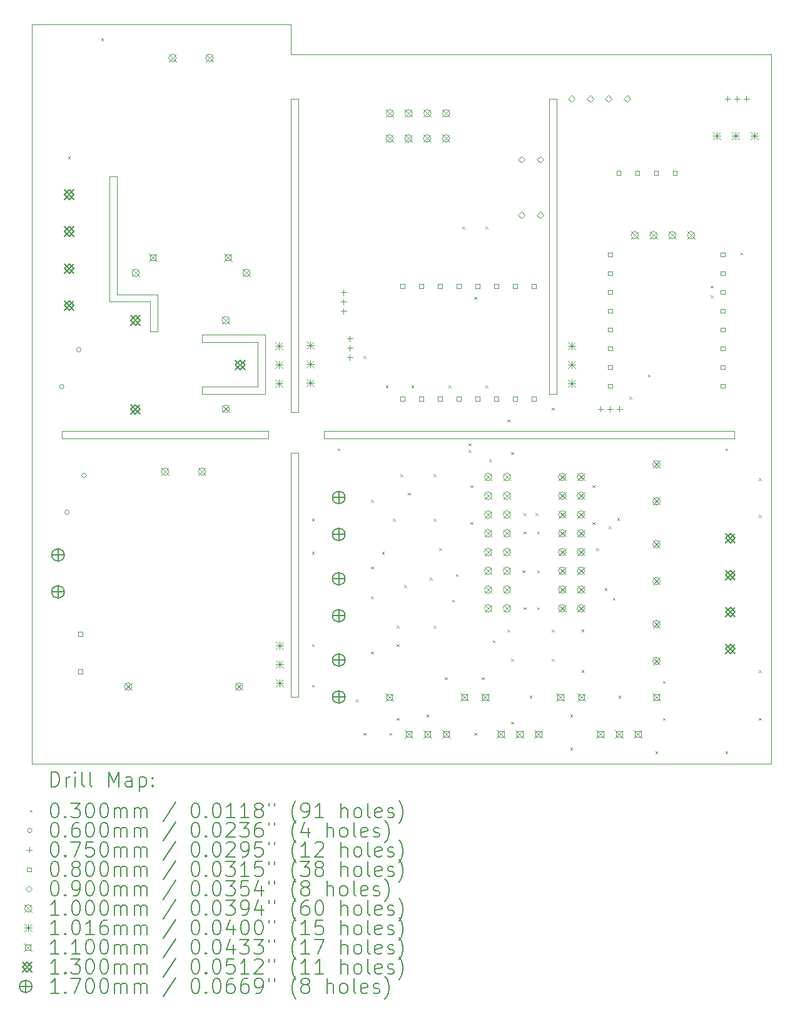
<source format=gbr>
%TF.GenerationSoftware,KiCad,Pcbnew,8.0.6*%
%TF.CreationDate,2024-12-29T21:13:37+01:00*%
%TF.ProjectId,HomeAutomationESP32C2mini_2024_2,486f6d65-4175-4746-9f6d-6174696f6e45,rev?*%
%TF.SameCoordinates,Original*%
%TF.FileFunction,Drillmap*%
%TF.FilePolarity,Positive*%
%FSLAX45Y45*%
G04 Gerber Fmt 4.5, Leading zero omitted, Abs format (unit mm)*
G04 Created by KiCad (PCBNEW 8.0.6) date 2024-12-29 21:13:37*
%MOMM*%
%LPD*%
G01*
G04 APERTURE LIST*
%ADD10C,0.050000*%
%ADD11C,0.200000*%
%ADD12C,0.100000*%
%ADD13C,0.101600*%
%ADD14C,0.110000*%
%ADD15C,0.130000*%
%ADD16C,0.170000*%
G04 APERTURE END LIST*
D10*
X12000000Y-10000000D02*
X12100000Y-10000000D01*
X8200000Y-10500000D02*
X8200000Y-10600000D01*
X8500000Y-10250000D02*
X8600000Y-10250000D01*
X8950000Y-10600000D02*
X8950000Y-10500000D01*
X8500000Y-10800000D02*
X8600000Y-10800000D01*
X7300000Y-9300000D02*
X7300000Y-9200000D01*
X7300000Y-10000000D02*
X7300000Y-9900000D01*
X12100000Y-6000000D02*
X12000000Y-6000000D01*
X6700000Y-8650000D02*
X6700000Y-9150000D01*
X8150000Y-9200000D02*
X8150000Y-10000000D01*
X6150000Y-8650000D02*
X6700000Y-8650000D01*
X6050000Y-8750000D02*
X6050000Y-7050000D01*
X8600000Y-14100000D02*
X8600000Y-10800000D01*
X8200000Y-10600000D02*
X5400000Y-10600000D01*
X6600000Y-8750000D02*
X6050000Y-8750000D01*
X8950000Y-10600000D02*
X14500000Y-10600000D01*
X15000000Y-15000000D02*
X5600000Y-15000000D01*
X5400000Y-10500000D02*
X8200000Y-10500000D01*
X8050000Y-9300000D02*
X7300000Y-9300000D01*
X12100000Y-10000000D02*
X12100000Y-6000000D01*
X5400000Y-10600000D02*
X5400000Y-10500000D01*
X12000000Y-6000000D02*
X12000000Y-10000000D01*
X5000000Y-15000000D02*
X5000000Y-14300000D01*
X8600000Y-6000000D02*
X8600000Y-10250000D01*
X8500000Y-14100000D02*
X8600000Y-14100000D01*
X5000000Y-5000000D02*
X8500000Y-5000000D01*
X7300000Y-9900000D02*
X8050000Y-9900000D01*
X14500000Y-10600000D02*
X14500000Y-10500000D01*
X6050000Y-7050000D02*
X6150000Y-7050000D01*
X6150000Y-7050000D02*
X6150000Y-8650000D01*
X5000000Y-14300000D02*
X5000000Y-5000000D01*
X5600000Y-15000000D02*
X5000000Y-15000000D01*
X8500000Y-6000000D02*
X8600000Y-6000000D01*
X6700000Y-9150000D02*
X6600000Y-9150000D01*
X8150000Y-10000000D02*
X7300000Y-10000000D01*
X8500000Y-5400000D02*
X15000000Y-5400000D01*
X12100000Y-10500000D02*
X14500000Y-10500000D01*
X8050000Y-9900000D02*
X8050000Y-9300000D01*
X8500000Y-10800000D02*
X8500000Y-14100000D01*
X15000000Y-5400000D02*
X15000000Y-15000000D01*
X12100000Y-10500000D02*
X8950000Y-10500000D01*
X8500000Y-5000000D02*
X8500000Y-5400000D01*
X7300000Y-9200000D02*
X8150000Y-9200000D01*
X6600000Y-9150000D02*
X6600000Y-8750000D01*
X8500000Y-10250000D02*
X8500000Y-6000000D01*
D11*
D12*
X5485000Y-6785000D02*
X5515000Y-6815000D01*
X5515000Y-6785000D02*
X5485000Y-6815000D01*
X5935000Y-5185000D02*
X5965000Y-5215000D01*
X5965000Y-5185000D02*
X5935000Y-5215000D01*
X8785000Y-11685000D02*
X8815000Y-11715000D01*
X8815000Y-11685000D02*
X8785000Y-11715000D01*
X8785000Y-12135000D02*
X8815000Y-12165000D01*
X8815000Y-12135000D02*
X8785000Y-12165000D01*
X8785000Y-13385000D02*
X8815000Y-13415000D01*
X8815000Y-13385000D02*
X8785000Y-13415000D01*
X8785000Y-13935000D02*
X8815000Y-13965000D01*
X8815000Y-13935000D02*
X8785000Y-13965000D01*
X9135000Y-10735000D02*
X9165000Y-10765000D01*
X9165000Y-10735000D02*
X9135000Y-10765000D01*
X9385000Y-14135000D02*
X9415000Y-14165000D01*
X9415000Y-14135000D02*
X9385000Y-14165000D01*
X9485000Y-9485000D02*
X9515000Y-9515000D01*
X9515000Y-9485000D02*
X9485000Y-9515000D01*
X9485000Y-14585000D02*
X9515000Y-14615000D01*
X9515000Y-14585000D02*
X9485000Y-14615000D01*
X9585000Y-11435000D02*
X9615000Y-11465000D01*
X9615000Y-11435000D02*
X9585000Y-11465000D01*
X9585000Y-12335000D02*
X9615000Y-12365000D01*
X9615000Y-12335000D02*
X9585000Y-12365000D01*
X9585000Y-12735000D02*
X9615000Y-12765000D01*
X9615000Y-12735000D02*
X9585000Y-12765000D01*
X9585000Y-13485000D02*
X9615000Y-13515000D01*
X9615000Y-13485000D02*
X9585000Y-13515000D01*
X9735000Y-12135000D02*
X9765000Y-12165000D01*
X9765000Y-12135000D02*
X9735000Y-12165000D01*
X9785000Y-9885000D02*
X9815000Y-9915000D01*
X9815000Y-9885000D02*
X9785000Y-9915000D01*
X9835000Y-14585000D02*
X9865000Y-14615000D01*
X9865000Y-14585000D02*
X9835000Y-14615000D01*
X9885000Y-11685000D02*
X9915000Y-11715000D01*
X9915000Y-11685000D02*
X9885000Y-11715000D01*
X9935000Y-13135000D02*
X9965000Y-13165000D01*
X9965000Y-13135000D02*
X9935000Y-13165000D01*
X9935000Y-13385000D02*
X9965000Y-13415000D01*
X9965000Y-13385000D02*
X9935000Y-13415000D01*
X9935000Y-14385000D02*
X9965000Y-14415000D01*
X9965000Y-14385000D02*
X9935000Y-14415000D01*
X9985000Y-11085000D02*
X10015000Y-11115000D01*
X10015000Y-11085000D02*
X9985000Y-11115000D01*
X10035000Y-12585000D02*
X10065000Y-12615000D01*
X10065000Y-12585000D02*
X10035000Y-12615000D01*
X10085000Y-11335000D02*
X10115000Y-11365000D01*
X10115000Y-11335000D02*
X10085000Y-11365000D01*
X10135000Y-9885000D02*
X10165000Y-9915000D01*
X10165000Y-9885000D02*
X10135000Y-9915000D01*
X10335000Y-14335000D02*
X10365000Y-14365000D01*
X10365000Y-14335000D02*
X10335000Y-14365000D01*
X10385000Y-12485000D02*
X10415000Y-12515000D01*
X10415000Y-12485000D02*
X10385000Y-12515000D01*
X10435000Y-11085000D02*
X10465000Y-11115000D01*
X10465000Y-11085000D02*
X10435000Y-11115000D01*
X10435000Y-11685000D02*
X10465000Y-11715000D01*
X10465000Y-11685000D02*
X10435000Y-11715000D01*
X10435000Y-13135000D02*
X10465000Y-13165000D01*
X10465000Y-13135000D02*
X10435000Y-13165000D01*
X10510000Y-12085000D02*
X10540000Y-12115000D01*
X10540000Y-12085000D02*
X10510000Y-12115000D01*
X10585000Y-13835000D02*
X10615000Y-13865000D01*
X10615000Y-13835000D02*
X10585000Y-13865000D01*
X10635000Y-9885000D02*
X10665000Y-9915000D01*
X10665000Y-9885000D02*
X10635000Y-9915000D01*
X10685000Y-12785000D02*
X10715000Y-12815000D01*
X10715000Y-12785000D02*
X10685000Y-12815000D01*
X10735000Y-12435000D02*
X10765000Y-12465000D01*
X10765000Y-12435000D02*
X10735000Y-12465000D01*
X10823750Y-7735000D02*
X10853750Y-7765000D01*
X10853750Y-7735000D02*
X10823750Y-7765000D01*
X10910000Y-10665000D02*
X10940000Y-10695000D01*
X10940000Y-10665000D02*
X10910000Y-10695000D01*
X10910000Y-10755000D02*
X10940000Y-10785000D01*
X10940000Y-10755000D02*
X10910000Y-10785000D01*
X10935000Y-11235000D02*
X10965000Y-11265000D01*
X10965000Y-11235000D02*
X10935000Y-11265000D01*
X10935000Y-11735000D02*
X10965000Y-11765000D01*
X10965000Y-11735000D02*
X10935000Y-11765000D01*
X10985000Y-8685000D02*
X11015000Y-8715000D01*
X11015000Y-8685000D02*
X10985000Y-8715000D01*
X10985000Y-14585000D02*
X11015000Y-14615000D01*
X11015000Y-14585000D02*
X10985000Y-14615000D01*
X11085000Y-13835000D02*
X11115000Y-13865000D01*
X11115000Y-13835000D02*
X11085000Y-13865000D01*
X11135000Y-7735000D02*
X11165000Y-7765000D01*
X11165000Y-7735000D02*
X11135000Y-7765000D01*
X11135000Y-9885000D02*
X11165000Y-9915000D01*
X11165000Y-9885000D02*
X11135000Y-9915000D01*
X11185000Y-10885000D02*
X11215000Y-10915000D01*
X11215000Y-10885000D02*
X11185000Y-10915000D01*
X11235000Y-13335000D02*
X11265000Y-13365000D01*
X11265000Y-13335000D02*
X11235000Y-13365000D01*
X11435000Y-10345000D02*
X11465000Y-10375000D01*
X11465000Y-10345000D02*
X11435000Y-10375000D01*
X11435000Y-13185000D02*
X11465000Y-13215000D01*
X11465000Y-13185000D02*
X11435000Y-13215000D01*
X11485000Y-10785000D02*
X11515000Y-10815000D01*
X11515000Y-10785000D02*
X11485000Y-10815000D01*
X11485000Y-10785000D02*
X11515000Y-10815000D01*
X11515000Y-10785000D02*
X11485000Y-10815000D01*
X11485000Y-13585000D02*
X11515000Y-13615000D01*
X11515000Y-13585000D02*
X11485000Y-13615000D01*
X11485000Y-14435000D02*
X11515000Y-14465000D01*
X11515000Y-14435000D02*
X11485000Y-14465000D01*
X11635000Y-12385000D02*
X11665000Y-12415000D01*
X11665000Y-12385000D02*
X11635000Y-12415000D01*
X11655000Y-11610000D02*
X11685000Y-11640000D01*
X11685000Y-11610000D02*
X11655000Y-11640000D01*
X11655000Y-11860000D02*
X11685000Y-11890000D01*
X11685000Y-11860000D02*
X11655000Y-11890000D01*
X11655000Y-12885000D02*
X11685000Y-12915000D01*
X11685000Y-12885000D02*
X11655000Y-12915000D01*
X11735000Y-14085000D02*
X11765000Y-14115000D01*
X11765000Y-14085000D02*
X11735000Y-14115000D01*
X11815000Y-11610000D02*
X11845000Y-11640000D01*
X11845000Y-11610000D02*
X11815000Y-11640000D01*
X11835000Y-11860000D02*
X11865000Y-11890000D01*
X11865000Y-11860000D02*
X11835000Y-11890000D01*
X11835000Y-12385000D02*
X11865000Y-12415000D01*
X11865000Y-12385000D02*
X11835000Y-12415000D01*
X11835000Y-12885000D02*
X11865000Y-12915000D01*
X11865000Y-12885000D02*
X11835000Y-12915000D01*
X12035000Y-10185000D02*
X12065000Y-10215000D01*
X12065000Y-10185000D02*
X12035000Y-10215000D01*
X12035000Y-13185000D02*
X12065000Y-13215000D01*
X12065000Y-13185000D02*
X12035000Y-13215000D01*
X12035000Y-13585000D02*
X12065000Y-13615000D01*
X12065000Y-13585000D02*
X12035000Y-13615000D01*
X12285000Y-14335000D02*
X12315000Y-14365000D01*
X12315000Y-14335000D02*
X12285000Y-14365000D01*
X12285000Y-14785000D02*
X12315000Y-14815000D01*
X12315000Y-14785000D02*
X12285000Y-14815000D01*
X12435000Y-13185000D02*
X12465000Y-13215000D01*
X12465000Y-13185000D02*
X12435000Y-13215000D01*
X12435000Y-13735000D02*
X12465000Y-13765000D01*
X12465000Y-13735000D02*
X12435000Y-13765000D01*
X12585000Y-11235000D02*
X12615000Y-11265000D01*
X12615000Y-11235000D02*
X12585000Y-11265000D01*
X12585000Y-11735000D02*
X12615000Y-11765000D01*
X12615000Y-11735000D02*
X12585000Y-11765000D01*
X12635000Y-12085000D02*
X12665000Y-12115000D01*
X12665000Y-12085000D02*
X12635000Y-12115000D01*
X12750891Y-12625891D02*
X12780891Y-12655891D01*
X12780891Y-12625891D02*
X12750891Y-12655891D01*
X12804681Y-11790319D02*
X12834681Y-11820319D01*
X12834681Y-11790319D02*
X12804681Y-11820319D01*
X12860000Y-12760000D02*
X12890000Y-12790000D01*
X12890000Y-12760000D02*
X12860000Y-12790000D01*
X12917819Y-11677181D02*
X12947819Y-11707181D01*
X12947819Y-11677181D02*
X12917819Y-11707181D01*
X12935000Y-14085000D02*
X12965000Y-14115000D01*
X12965000Y-14085000D02*
X12935000Y-14115000D01*
X13085000Y-10035000D02*
X13115000Y-10065000D01*
X13115000Y-10035000D02*
X13085000Y-10065000D01*
X13335000Y-9735000D02*
X13365000Y-9765000D01*
X13365000Y-9735000D02*
X13335000Y-9765000D01*
X13435000Y-14835000D02*
X13465000Y-14865000D01*
X13465000Y-14835000D02*
X13435000Y-14865000D01*
X13535000Y-13885000D02*
X13565000Y-13915000D01*
X13565000Y-13885000D02*
X13535000Y-13915000D01*
X13535000Y-14385000D02*
X13565000Y-14415000D01*
X13565000Y-14385000D02*
X13535000Y-14415000D01*
X14185000Y-8535000D02*
X14215000Y-8565000D01*
X14215000Y-8535000D02*
X14185000Y-8565000D01*
X14185000Y-8664000D02*
X14215000Y-8694000D01*
X14215000Y-8664000D02*
X14185000Y-8694000D01*
X14385000Y-10735000D02*
X14415000Y-10765000D01*
X14415000Y-10735000D02*
X14385000Y-10765000D01*
X14385000Y-14835000D02*
X14415000Y-14865000D01*
X14415000Y-14835000D02*
X14385000Y-14865000D01*
X14585000Y-8085000D02*
X14615000Y-8115000D01*
X14615000Y-8085000D02*
X14585000Y-8115000D01*
X14835000Y-11135000D02*
X14865000Y-11165000D01*
X14865000Y-11135000D02*
X14835000Y-11165000D01*
X14835000Y-11635000D02*
X14865000Y-11665000D01*
X14865000Y-11635000D02*
X14835000Y-11665000D01*
X14835000Y-13735000D02*
X14865000Y-13765000D01*
X14865000Y-13735000D02*
X14835000Y-13765000D01*
X14835000Y-14385000D02*
X14865000Y-14415000D01*
X14865000Y-14385000D02*
X14835000Y-14415000D01*
X5430000Y-9900000D02*
G75*
G02*
X5370000Y-9900000I-30000J0D01*
G01*
X5370000Y-9900000D02*
G75*
G02*
X5430000Y-9900000I30000J0D01*
G01*
X5500000Y-11600000D02*
G75*
G02*
X5440000Y-11600000I-30000J0D01*
G01*
X5440000Y-11600000D02*
G75*
G02*
X5500000Y-11600000I30000J0D01*
G01*
X5660000Y-9400000D02*
G75*
G02*
X5600000Y-9400000I-30000J0D01*
G01*
X5600000Y-9400000D02*
G75*
G02*
X5660000Y-9400000I30000J0D01*
G01*
X5730000Y-11100000D02*
G75*
G02*
X5670000Y-11100000I-30000J0D01*
G01*
X5670000Y-11100000D02*
G75*
G02*
X5730000Y-11100000I30000J0D01*
G01*
X9214000Y-8585500D02*
X9214000Y-8660500D01*
X9176500Y-8623000D02*
X9251500Y-8623000D01*
X9214000Y-8712500D02*
X9214000Y-8787500D01*
X9176500Y-8750000D02*
X9251500Y-8750000D01*
X9214000Y-8839500D02*
X9214000Y-8914500D01*
X9176500Y-8877000D02*
X9251500Y-8877000D01*
X9300000Y-9212500D02*
X9300000Y-9287500D01*
X9262500Y-9250000D02*
X9337500Y-9250000D01*
X9300000Y-9339500D02*
X9300000Y-9414500D01*
X9262500Y-9377000D02*
X9337500Y-9377000D01*
X9300000Y-9466500D02*
X9300000Y-9541500D01*
X9262500Y-9504000D02*
X9337500Y-9504000D01*
X12696000Y-10162500D02*
X12696000Y-10237500D01*
X12658500Y-10200000D02*
X12733500Y-10200000D01*
X12823000Y-10162500D02*
X12823000Y-10237500D01*
X12785500Y-10200000D02*
X12860500Y-10200000D01*
X12950000Y-10162500D02*
X12950000Y-10237500D01*
X12912500Y-10200000D02*
X12987500Y-10200000D01*
X14415000Y-5962500D02*
X14415000Y-6037500D01*
X14377500Y-6000000D02*
X14452500Y-6000000D01*
X14542000Y-5962500D02*
X14542000Y-6037500D01*
X14504500Y-6000000D02*
X14579500Y-6000000D01*
X14669000Y-5962500D02*
X14669000Y-6037500D01*
X14631500Y-6000000D02*
X14706500Y-6000000D01*
X5678284Y-13278284D02*
X5678284Y-13221715D01*
X5621715Y-13221715D01*
X5621715Y-13278284D01*
X5678284Y-13278284D01*
X5678284Y-13786284D02*
X5678284Y-13729715D01*
X5621715Y-13729715D01*
X5621715Y-13786284D01*
X5678284Y-13786284D01*
X10039285Y-8566285D02*
X10039285Y-8509716D01*
X9982716Y-8509716D01*
X9982716Y-8566285D01*
X10039285Y-8566285D01*
X10039285Y-10090285D02*
X10039285Y-10033716D01*
X9982716Y-10033716D01*
X9982716Y-10090285D01*
X10039285Y-10090285D01*
X10293285Y-8566285D02*
X10293285Y-8509716D01*
X10236716Y-8509716D01*
X10236716Y-8566285D01*
X10293285Y-8566285D01*
X10293285Y-10090285D02*
X10293285Y-10033716D01*
X10236716Y-10033716D01*
X10236716Y-10090285D01*
X10293285Y-10090285D01*
X10547285Y-8566285D02*
X10547285Y-8509716D01*
X10490716Y-8509716D01*
X10490716Y-8566285D01*
X10547285Y-8566285D01*
X10547285Y-10090285D02*
X10547285Y-10033716D01*
X10490716Y-10033716D01*
X10490716Y-10090285D01*
X10547285Y-10090285D01*
X10801285Y-8566285D02*
X10801285Y-8509716D01*
X10744716Y-8509716D01*
X10744716Y-8566285D01*
X10801285Y-8566285D01*
X10801285Y-10090285D02*
X10801285Y-10033716D01*
X10744716Y-10033716D01*
X10744716Y-10090285D01*
X10801285Y-10090285D01*
X11055285Y-8566285D02*
X11055285Y-8509716D01*
X10998716Y-8509716D01*
X10998716Y-8566285D01*
X11055285Y-8566285D01*
X11055285Y-10090285D02*
X11055285Y-10033716D01*
X10998716Y-10033716D01*
X10998716Y-10090285D01*
X11055285Y-10090285D01*
X11309284Y-8566285D02*
X11309284Y-8509716D01*
X11252715Y-8509716D01*
X11252715Y-8566285D01*
X11309284Y-8566285D01*
X11309284Y-10090285D02*
X11309284Y-10033716D01*
X11252715Y-10033716D01*
X11252715Y-10090285D01*
X11309284Y-10090285D01*
X11563284Y-8566285D02*
X11563284Y-8509716D01*
X11506715Y-8509716D01*
X11506715Y-8566285D01*
X11563284Y-8566285D01*
X11563284Y-10090285D02*
X11563284Y-10033716D01*
X11506715Y-10033716D01*
X11506715Y-10090285D01*
X11563284Y-10090285D01*
X11817284Y-8566285D02*
X11817284Y-8509716D01*
X11760715Y-8509716D01*
X11760715Y-8566285D01*
X11817284Y-8566285D01*
X11817284Y-10090285D02*
X11817284Y-10033716D01*
X11760715Y-10033716D01*
X11760715Y-10090285D01*
X11817284Y-10090285D01*
X12854284Y-8139284D02*
X12854284Y-8082715D01*
X12797715Y-8082715D01*
X12797715Y-8139284D01*
X12854284Y-8139284D01*
X12854284Y-8393285D02*
X12854284Y-8336715D01*
X12797715Y-8336715D01*
X12797715Y-8393285D01*
X12854284Y-8393285D01*
X12854284Y-8647285D02*
X12854284Y-8590716D01*
X12797715Y-8590716D01*
X12797715Y-8647285D01*
X12854284Y-8647285D01*
X12854284Y-8901285D02*
X12854284Y-8844716D01*
X12797715Y-8844716D01*
X12797715Y-8901285D01*
X12854284Y-8901285D01*
X12854284Y-9155285D02*
X12854284Y-9098716D01*
X12797715Y-9098716D01*
X12797715Y-9155285D01*
X12854284Y-9155285D01*
X12854284Y-9409285D02*
X12854284Y-9352716D01*
X12797715Y-9352716D01*
X12797715Y-9409285D01*
X12854284Y-9409285D01*
X12854284Y-9663285D02*
X12854284Y-9606716D01*
X12797715Y-9606716D01*
X12797715Y-9663285D01*
X12854284Y-9663285D01*
X12854284Y-9917285D02*
X12854284Y-9860716D01*
X12797715Y-9860716D01*
X12797715Y-9917285D01*
X12854284Y-9917285D01*
X12966284Y-7038284D02*
X12966284Y-6981715D01*
X12909715Y-6981715D01*
X12909715Y-7038284D01*
X12966284Y-7038284D01*
X13220284Y-7038284D02*
X13220284Y-6981715D01*
X13163715Y-6981715D01*
X13163715Y-7038284D01*
X13220284Y-7038284D01*
X13474284Y-7038284D02*
X13474284Y-6981715D01*
X13417715Y-6981715D01*
X13417715Y-7038284D01*
X13474284Y-7038284D01*
X13728284Y-7038284D02*
X13728284Y-6981715D01*
X13671715Y-6981715D01*
X13671715Y-7038284D01*
X13728284Y-7038284D01*
X14378284Y-8139284D02*
X14378284Y-8082715D01*
X14321715Y-8082715D01*
X14321715Y-8139284D01*
X14378284Y-8139284D01*
X14378284Y-8393285D02*
X14378284Y-8336715D01*
X14321715Y-8336715D01*
X14321715Y-8393285D01*
X14378284Y-8393285D01*
X14378284Y-8647285D02*
X14378284Y-8590716D01*
X14321715Y-8590716D01*
X14321715Y-8647285D01*
X14378284Y-8647285D01*
X14378284Y-8901285D02*
X14378284Y-8844716D01*
X14321715Y-8844716D01*
X14321715Y-8901285D01*
X14378284Y-8901285D01*
X14378284Y-9155285D02*
X14378284Y-9098716D01*
X14321715Y-9098716D01*
X14321715Y-9155285D01*
X14378284Y-9155285D01*
X14378284Y-9409285D02*
X14378284Y-9352716D01*
X14321715Y-9352716D01*
X14321715Y-9409285D01*
X14378284Y-9409285D01*
X14378284Y-9663285D02*
X14378284Y-9606716D01*
X14321715Y-9606716D01*
X14321715Y-9663285D01*
X14378284Y-9663285D01*
X14378284Y-9917285D02*
X14378284Y-9860716D01*
X14321715Y-9860716D01*
X14321715Y-9917285D01*
X14378284Y-9917285D01*
X11622500Y-6870000D02*
X11667500Y-6825000D01*
X11622500Y-6780000D01*
X11577500Y-6825000D01*
X11622500Y-6870000D01*
X11622500Y-7620000D02*
X11667500Y-7575000D01*
X11622500Y-7530000D01*
X11577500Y-7575000D01*
X11622500Y-7620000D01*
X11876500Y-6870000D02*
X11921500Y-6825000D01*
X11876500Y-6780000D01*
X11831500Y-6825000D01*
X11876500Y-6870000D01*
X11876500Y-7620000D02*
X11921500Y-7575000D01*
X11876500Y-7530000D01*
X11831500Y-7575000D01*
X11876500Y-7620000D01*
X12300000Y-6045000D02*
X12345000Y-6000000D01*
X12300000Y-5955000D01*
X12255000Y-6000000D01*
X12300000Y-6045000D01*
X12554000Y-6045000D02*
X12599000Y-6000000D01*
X12554000Y-5955000D01*
X12509000Y-6000000D01*
X12554000Y-6045000D01*
X12800000Y-6045000D02*
X12845000Y-6000000D01*
X12800000Y-5955000D01*
X12755000Y-6000000D01*
X12800000Y-6045000D01*
X13054000Y-6045000D02*
X13099000Y-6000000D01*
X13054000Y-5955000D01*
X13009000Y-6000000D01*
X13054000Y-6045000D01*
X6250000Y-13908000D02*
X6350000Y-14008000D01*
X6350000Y-13908000D02*
X6250000Y-14008000D01*
X6350000Y-13958000D02*
G75*
G02*
X6250000Y-13958000I-50000J0D01*
G01*
X6250000Y-13958000D02*
G75*
G02*
X6350000Y-13958000I50000J0D01*
G01*
X6350000Y-8308250D02*
X6450000Y-8408250D01*
X6450000Y-8308250D02*
X6350000Y-8408250D01*
X6450000Y-8358250D02*
G75*
G02*
X6350000Y-8358250I-50000J0D01*
G01*
X6350000Y-8358250D02*
G75*
G02*
X6450000Y-8358250I50000J0D01*
G01*
X6750000Y-11000000D02*
X6850000Y-11100000D01*
X6850000Y-11000000D02*
X6750000Y-11100000D01*
X6850000Y-11050000D02*
G75*
G02*
X6750000Y-11050000I-50000J0D01*
G01*
X6750000Y-11050000D02*
G75*
G02*
X6850000Y-11050000I50000J0D01*
G01*
X6850000Y-5400250D02*
X6950000Y-5500250D01*
X6950000Y-5400250D02*
X6850000Y-5500250D01*
X6950000Y-5450250D02*
G75*
G02*
X6850000Y-5450250I-50000J0D01*
G01*
X6850000Y-5450250D02*
G75*
G02*
X6950000Y-5450250I50000J0D01*
G01*
X7250000Y-11000000D02*
X7350000Y-11100000D01*
X7350000Y-11000000D02*
X7250000Y-11100000D01*
X7350000Y-11050000D02*
G75*
G02*
X7250000Y-11050000I-50000J0D01*
G01*
X7250000Y-11050000D02*
G75*
G02*
X7350000Y-11050000I50000J0D01*
G01*
X7350000Y-5400250D02*
X7450000Y-5500250D01*
X7450000Y-5400250D02*
X7350000Y-5500250D01*
X7450000Y-5450250D02*
G75*
G02*
X7350000Y-5450250I-50000J0D01*
G01*
X7350000Y-5450250D02*
G75*
G02*
X7450000Y-5450250I50000J0D01*
G01*
X7570000Y-8950000D02*
X7670000Y-9050000D01*
X7670000Y-8950000D02*
X7570000Y-9050000D01*
X7670000Y-9000000D02*
G75*
G02*
X7570000Y-9000000I-50000J0D01*
G01*
X7570000Y-9000000D02*
G75*
G02*
X7670000Y-9000000I50000J0D01*
G01*
X7570000Y-10150000D02*
X7670000Y-10250000D01*
X7670000Y-10150000D02*
X7570000Y-10250000D01*
X7670000Y-10200000D02*
G75*
G02*
X7570000Y-10200000I-50000J0D01*
G01*
X7570000Y-10200000D02*
G75*
G02*
X7670000Y-10200000I50000J0D01*
G01*
X7750000Y-13908000D02*
X7850000Y-14008000D01*
X7850000Y-13908000D02*
X7750000Y-14008000D01*
X7850000Y-13958000D02*
G75*
G02*
X7750000Y-13958000I-50000J0D01*
G01*
X7750000Y-13958000D02*
G75*
G02*
X7850000Y-13958000I50000J0D01*
G01*
X7850000Y-8308250D02*
X7950000Y-8408250D01*
X7950000Y-8308250D02*
X7850000Y-8408250D01*
X7950000Y-8358250D02*
G75*
G02*
X7850000Y-8358250I-50000J0D01*
G01*
X7850000Y-8358250D02*
G75*
G02*
X7950000Y-8358250I50000J0D01*
G01*
X9788000Y-6490000D02*
X9888000Y-6590000D01*
X9888000Y-6490000D02*
X9788000Y-6590000D01*
X9888000Y-6540000D02*
G75*
G02*
X9788000Y-6540000I-50000J0D01*
G01*
X9788000Y-6540000D02*
G75*
G02*
X9888000Y-6540000I50000J0D01*
G01*
X9792000Y-6150000D02*
X9892000Y-6250000D01*
X9892000Y-6150000D02*
X9792000Y-6250000D01*
X9892000Y-6200000D02*
G75*
G02*
X9792000Y-6200000I-50000J0D01*
G01*
X9792000Y-6200000D02*
G75*
G02*
X9892000Y-6200000I50000J0D01*
G01*
X10042000Y-6490000D02*
X10142000Y-6590000D01*
X10142000Y-6490000D02*
X10042000Y-6590000D01*
X10142000Y-6540000D02*
G75*
G02*
X10042000Y-6540000I-50000J0D01*
G01*
X10042000Y-6540000D02*
G75*
G02*
X10142000Y-6540000I50000J0D01*
G01*
X10046000Y-6150000D02*
X10146000Y-6250000D01*
X10146000Y-6150000D02*
X10046000Y-6250000D01*
X10146000Y-6200000D02*
G75*
G02*
X10046000Y-6200000I-50000J0D01*
G01*
X10046000Y-6200000D02*
G75*
G02*
X10146000Y-6200000I50000J0D01*
G01*
X10296000Y-6490000D02*
X10396000Y-6590000D01*
X10396000Y-6490000D02*
X10296000Y-6590000D01*
X10396000Y-6540000D02*
G75*
G02*
X10296000Y-6540000I-50000J0D01*
G01*
X10296000Y-6540000D02*
G75*
G02*
X10396000Y-6540000I50000J0D01*
G01*
X10300000Y-6150000D02*
X10400000Y-6250000D01*
X10400000Y-6150000D02*
X10300000Y-6250000D01*
X10400000Y-6200000D02*
G75*
G02*
X10300000Y-6200000I-50000J0D01*
G01*
X10300000Y-6200000D02*
G75*
G02*
X10400000Y-6200000I50000J0D01*
G01*
X10550000Y-6490000D02*
X10650000Y-6590000D01*
X10650000Y-6490000D02*
X10550000Y-6590000D01*
X10650000Y-6540000D02*
G75*
G02*
X10550000Y-6540000I-50000J0D01*
G01*
X10550000Y-6540000D02*
G75*
G02*
X10650000Y-6540000I50000J0D01*
G01*
X10554000Y-6150000D02*
X10654000Y-6250000D01*
X10654000Y-6150000D02*
X10554000Y-6250000D01*
X10654000Y-6200000D02*
G75*
G02*
X10554000Y-6200000I-50000J0D01*
G01*
X10554000Y-6200000D02*
G75*
G02*
X10654000Y-6200000I50000J0D01*
G01*
X11122500Y-11072000D02*
X11222500Y-11172000D01*
X11222500Y-11072000D02*
X11122500Y-11172000D01*
X11222500Y-11122000D02*
G75*
G02*
X11122500Y-11122000I-50000J0D01*
G01*
X11122500Y-11122000D02*
G75*
G02*
X11222500Y-11122000I50000J0D01*
G01*
X11122500Y-11326000D02*
X11222500Y-11426000D01*
X11222500Y-11326000D02*
X11122500Y-11426000D01*
X11222500Y-11376000D02*
G75*
G02*
X11122500Y-11376000I-50000J0D01*
G01*
X11122500Y-11376000D02*
G75*
G02*
X11222500Y-11376000I50000J0D01*
G01*
X11122500Y-11580000D02*
X11222500Y-11680000D01*
X11222500Y-11580000D02*
X11122500Y-11680000D01*
X11222500Y-11630000D02*
G75*
G02*
X11122500Y-11630000I-50000J0D01*
G01*
X11122500Y-11630000D02*
G75*
G02*
X11222500Y-11630000I50000J0D01*
G01*
X11122500Y-11834000D02*
X11222500Y-11934000D01*
X11222500Y-11834000D02*
X11122500Y-11934000D01*
X11222500Y-11884000D02*
G75*
G02*
X11122500Y-11884000I-50000J0D01*
G01*
X11122500Y-11884000D02*
G75*
G02*
X11222500Y-11884000I50000J0D01*
G01*
X11122500Y-12088000D02*
X11222500Y-12188000D01*
X11222500Y-12088000D02*
X11122500Y-12188000D01*
X11222500Y-12138000D02*
G75*
G02*
X11122500Y-12138000I-50000J0D01*
G01*
X11122500Y-12138000D02*
G75*
G02*
X11222500Y-12138000I50000J0D01*
G01*
X11122500Y-12342000D02*
X11222500Y-12442000D01*
X11222500Y-12342000D02*
X11122500Y-12442000D01*
X11222500Y-12392000D02*
G75*
G02*
X11122500Y-12392000I-50000J0D01*
G01*
X11122500Y-12392000D02*
G75*
G02*
X11222500Y-12392000I50000J0D01*
G01*
X11122500Y-12596000D02*
X11222500Y-12696000D01*
X11222500Y-12596000D02*
X11122500Y-12696000D01*
X11222500Y-12646000D02*
G75*
G02*
X11122500Y-12646000I-50000J0D01*
G01*
X11122500Y-12646000D02*
G75*
G02*
X11222500Y-12646000I50000J0D01*
G01*
X11122500Y-12850000D02*
X11222500Y-12950000D01*
X11222500Y-12850000D02*
X11122500Y-12950000D01*
X11222500Y-12900000D02*
G75*
G02*
X11122500Y-12900000I-50000J0D01*
G01*
X11122500Y-12900000D02*
G75*
G02*
X11222500Y-12900000I50000J0D01*
G01*
X11376500Y-11072000D02*
X11476500Y-11172000D01*
X11476500Y-11072000D02*
X11376500Y-11172000D01*
X11476500Y-11122000D02*
G75*
G02*
X11376500Y-11122000I-50000J0D01*
G01*
X11376500Y-11122000D02*
G75*
G02*
X11476500Y-11122000I50000J0D01*
G01*
X11376500Y-11326000D02*
X11476500Y-11426000D01*
X11476500Y-11326000D02*
X11376500Y-11426000D01*
X11476500Y-11376000D02*
G75*
G02*
X11376500Y-11376000I-50000J0D01*
G01*
X11376500Y-11376000D02*
G75*
G02*
X11476500Y-11376000I50000J0D01*
G01*
X11376500Y-11580000D02*
X11476500Y-11680000D01*
X11476500Y-11580000D02*
X11376500Y-11680000D01*
X11476500Y-11630000D02*
G75*
G02*
X11376500Y-11630000I-50000J0D01*
G01*
X11376500Y-11630000D02*
G75*
G02*
X11476500Y-11630000I50000J0D01*
G01*
X11376500Y-11834000D02*
X11476500Y-11934000D01*
X11476500Y-11834000D02*
X11376500Y-11934000D01*
X11476500Y-11884000D02*
G75*
G02*
X11376500Y-11884000I-50000J0D01*
G01*
X11376500Y-11884000D02*
G75*
G02*
X11476500Y-11884000I50000J0D01*
G01*
X11376500Y-12088000D02*
X11476500Y-12188000D01*
X11476500Y-12088000D02*
X11376500Y-12188000D01*
X11476500Y-12138000D02*
G75*
G02*
X11376500Y-12138000I-50000J0D01*
G01*
X11376500Y-12138000D02*
G75*
G02*
X11476500Y-12138000I50000J0D01*
G01*
X11376500Y-12342000D02*
X11476500Y-12442000D01*
X11476500Y-12342000D02*
X11376500Y-12442000D01*
X11476500Y-12392000D02*
G75*
G02*
X11376500Y-12392000I-50000J0D01*
G01*
X11376500Y-12392000D02*
G75*
G02*
X11476500Y-12392000I50000J0D01*
G01*
X11376500Y-12596000D02*
X11476500Y-12696000D01*
X11476500Y-12596000D02*
X11376500Y-12696000D01*
X11476500Y-12646000D02*
G75*
G02*
X11376500Y-12646000I-50000J0D01*
G01*
X11376500Y-12646000D02*
G75*
G02*
X11476500Y-12646000I50000J0D01*
G01*
X11376500Y-12850000D02*
X11476500Y-12950000D01*
X11476500Y-12850000D02*
X11376500Y-12950000D01*
X11476500Y-12900000D02*
G75*
G02*
X11376500Y-12900000I-50000J0D01*
G01*
X11376500Y-12900000D02*
G75*
G02*
X11476500Y-12900000I50000J0D01*
G01*
X12125000Y-11072000D02*
X12225000Y-11172000D01*
X12225000Y-11072000D02*
X12125000Y-11172000D01*
X12225000Y-11122000D02*
G75*
G02*
X12125000Y-11122000I-50000J0D01*
G01*
X12125000Y-11122000D02*
G75*
G02*
X12225000Y-11122000I50000J0D01*
G01*
X12125000Y-11326000D02*
X12225000Y-11426000D01*
X12225000Y-11326000D02*
X12125000Y-11426000D01*
X12225000Y-11376000D02*
G75*
G02*
X12125000Y-11376000I-50000J0D01*
G01*
X12125000Y-11376000D02*
G75*
G02*
X12225000Y-11376000I50000J0D01*
G01*
X12125000Y-11580000D02*
X12225000Y-11680000D01*
X12225000Y-11580000D02*
X12125000Y-11680000D01*
X12225000Y-11630000D02*
G75*
G02*
X12125000Y-11630000I-50000J0D01*
G01*
X12125000Y-11630000D02*
G75*
G02*
X12225000Y-11630000I50000J0D01*
G01*
X12125000Y-11834000D02*
X12225000Y-11934000D01*
X12225000Y-11834000D02*
X12125000Y-11934000D01*
X12225000Y-11884000D02*
G75*
G02*
X12125000Y-11884000I-50000J0D01*
G01*
X12125000Y-11884000D02*
G75*
G02*
X12225000Y-11884000I50000J0D01*
G01*
X12125000Y-12088000D02*
X12225000Y-12188000D01*
X12225000Y-12088000D02*
X12125000Y-12188000D01*
X12225000Y-12138000D02*
G75*
G02*
X12125000Y-12138000I-50000J0D01*
G01*
X12125000Y-12138000D02*
G75*
G02*
X12225000Y-12138000I50000J0D01*
G01*
X12125000Y-12342000D02*
X12225000Y-12442000D01*
X12225000Y-12342000D02*
X12125000Y-12442000D01*
X12225000Y-12392000D02*
G75*
G02*
X12125000Y-12392000I-50000J0D01*
G01*
X12125000Y-12392000D02*
G75*
G02*
X12225000Y-12392000I50000J0D01*
G01*
X12125000Y-12596000D02*
X12225000Y-12696000D01*
X12225000Y-12596000D02*
X12125000Y-12696000D01*
X12225000Y-12646000D02*
G75*
G02*
X12125000Y-12646000I-50000J0D01*
G01*
X12125000Y-12646000D02*
G75*
G02*
X12225000Y-12646000I50000J0D01*
G01*
X12125000Y-12850000D02*
X12225000Y-12950000D01*
X12225000Y-12850000D02*
X12125000Y-12950000D01*
X12225000Y-12900000D02*
G75*
G02*
X12125000Y-12900000I-50000J0D01*
G01*
X12125000Y-12900000D02*
G75*
G02*
X12225000Y-12900000I50000J0D01*
G01*
X12379000Y-11072000D02*
X12479000Y-11172000D01*
X12479000Y-11072000D02*
X12379000Y-11172000D01*
X12479000Y-11122000D02*
G75*
G02*
X12379000Y-11122000I-50000J0D01*
G01*
X12379000Y-11122000D02*
G75*
G02*
X12479000Y-11122000I50000J0D01*
G01*
X12379000Y-11326000D02*
X12479000Y-11426000D01*
X12479000Y-11326000D02*
X12379000Y-11426000D01*
X12479000Y-11376000D02*
G75*
G02*
X12379000Y-11376000I-50000J0D01*
G01*
X12379000Y-11376000D02*
G75*
G02*
X12479000Y-11376000I50000J0D01*
G01*
X12379000Y-11580000D02*
X12479000Y-11680000D01*
X12479000Y-11580000D02*
X12379000Y-11680000D01*
X12479000Y-11630000D02*
G75*
G02*
X12379000Y-11630000I-50000J0D01*
G01*
X12379000Y-11630000D02*
G75*
G02*
X12479000Y-11630000I50000J0D01*
G01*
X12379000Y-11834000D02*
X12479000Y-11934000D01*
X12479000Y-11834000D02*
X12379000Y-11934000D01*
X12479000Y-11884000D02*
G75*
G02*
X12379000Y-11884000I-50000J0D01*
G01*
X12379000Y-11884000D02*
G75*
G02*
X12479000Y-11884000I50000J0D01*
G01*
X12379000Y-12088000D02*
X12479000Y-12188000D01*
X12479000Y-12088000D02*
X12379000Y-12188000D01*
X12479000Y-12138000D02*
G75*
G02*
X12379000Y-12138000I-50000J0D01*
G01*
X12379000Y-12138000D02*
G75*
G02*
X12479000Y-12138000I50000J0D01*
G01*
X12379000Y-12342000D02*
X12479000Y-12442000D01*
X12479000Y-12342000D02*
X12379000Y-12442000D01*
X12479000Y-12392000D02*
G75*
G02*
X12379000Y-12392000I-50000J0D01*
G01*
X12379000Y-12392000D02*
G75*
G02*
X12479000Y-12392000I50000J0D01*
G01*
X12379000Y-12596000D02*
X12479000Y-12696000D01*
X12479000Y-12596000D02*
X12379000Y-12696000D01*
X12479000Y-12646000D02*
G75*
G02*
X12379000Y-12646000I-50000J0D01*
G01*
X12379000Y-12646000D02*
G75*
G02*
X12479000Y-12646000I50000J0D01*
G01*
X12379000Y-12850000D02*
X12479000Y-12950000D01*
X12479000Y-12850000D02*
X12379000Y-12950000D01*
X12479000Y-12900000D02*
G75*
G02*
X12379000Y-12900000I-50000J0D01*
G01*
X12379000Y-12900000D02*
G75*
G02*
X12479000Y-12900000I50000J0D01*
G01*
X13107000Y-7800000D02*
X13207000Y-7900000D01*
X13207000Y-7800000D02*
X13107000Y-7900000D01*
X13207000Y-7850000D02*
G75*
G02*
X13107000Y-7850000I-50000J0D01*
G01*
X13107000Y-7850000D02*
G75*
G02*
X13207000Y-7850000I50000J0D01*
G01*
X13361000Y-7800000D02*
X13461000Y-7900000D01*
X13461000Y-7800000D02*
X13361000Y-7900000D01*
X13461000Y-7850000D02*
G75*
G02*
X13361000Y-7850000I-50000J0D01*
G01*
X13361000Y-7850000D02*
G75*
G02*
X13461000Y-7850000I50000J0D01*
G01*
X13400000Y-10900000D02*
X13500000Y-11000000D01*
X13500000Y-10900000D02*
X13400000Y-11000000D01*
X13500000Y-10950000D02*
G75*
G02*
X13400000Y-10950000I-50000J0D01*
G01*
X13400000Y-10950000D02*
G75*
G02*
X13500000Y-10950000I50000J0D01*
G01*
X13400000Y-11400000D02*
X13500000Y-11500000D01*
X13500000Y-11400000D02*
X13400000Y-11500000D01*
X13500000Y-11450000D02*
G75*
G02*
X13400000Y-11450000I-50000J0D01*
G01*
X13400000Y-11450000D02*
G75*
G02*
X13500000Y-11450000I50000J0D01*
G01*
X13400000Y-11981616D02*
X13500000Y-12081616D01*
X13500000Y-11981616D02*
X13400000Y-12081616D01*
X13500000Y-12031616D02*
G75*
G02*
X13400000Y-12031616I-50000J0D01*
G01*
X13400000Y-12031616D02*
G75*
G02*
X13500000Y-12031616I50000J0D01*
G01*
X13400000Y-12481616D02*
X13500000Y-12581616D01*
X13500000Y-12481616D02*
X13400000Y-12581616D01*
X13500000Y-12531616D02*
G75*
G02*
X13400000Y-12531616I-50000J0D01*
G01*
X13400000Y-12531616D02*
G75*
G02*
X13500000Y-12531616I50000J0D01*
G01*
X13400000Y-13063232D02*
X13500000Y-13163232D01*
X13500000Y-13063232D02*
X13400000Y-13163232D01*
X13500000Y-13113232D02*
G75*
G02*
X13400000Y-13113232I-50000J0D01*
G01*
X13400000Y-13113232D02*
G75*
G02*
X13500000Y-13113232I50000J0D01*
G01*
X13400000Y-13563232D02*
X13500000Y-13663232D01*
X13500000Y-13563232D02*
X13400000Y-13663232D01*
X13500000Y-13613232D02*
G75*
G02*
X13400000Y-13613232I-50000J0D01*
G01*
X13400000Y-13613232D02*
G75*
G02*
X13500000Y-13613232I50000J0D01*
G01*
X13615000Y-7800000D02*
X13715000Y-7900000D01*
X13715000Y-7800000D02*
X13615000Y-7900000D01*
X13715000Y-7850000D02*
G75*
G02*
X13615000Y-7850000I-50000J0D01*
G01*
X13615000Y-7850000D02*
G75*
G02*
X13715000Y-7850000I50000J0D01*
G01*
X13869000Y-7800000D02*
X13969000Y-7900000D01*
X13969000Y-7800000D02*
X13869000Y-7900000D01*
X13969000Y-7850000D02*
G75*
G02*
X13869000Y-7850000I-50000J0D01*
G01*
X13869000Y-7850000D02*
G75*
G02*
X13969000Y-7850000I50000J0D01*
G01*
D13*
X8289200Y-9295200D02*
X8390800Y-9396800D01*
X8390800Y-9295200D02*
X8289200Y-9396800D01*
X8340000Y-9295200D02*
X8340000Y-9396800D01*
X8289200Y-9346000D02*
X8390800Y-9346000D01*
X8289200Y-9549200D02*
X8390800Y-9650800D01*
X8390800Y-9549200D02*
X8289200Y-9650800D01*
X8340000Y-9549200D02*
X8340000Y-9650800D01*
X8289200Y-9600000D02*
X8390800Y-9600000D01*
X8289200Y-9803200D02*
X8390800Y-9904800D01*
X8390800Y-9803200D02*
X8289200Y-9904800D01*
X8340000Y-9803200D02*
X8340000Y-9904800D01*
X8289200Y-9854000D02*
X8390800Y-9854000D01*
X8299200Y-13349200D02*
X8400800Y-13450800D01*
X8400800Y-13349200D02*
X8299200Y-13450800D01*
X8350000Y-13349200D02*
X8350000Y-13450800D01*
X8299200Y-13400000D02*
X8400800Y-13400000D01*
X8299200Y-13603200D02*
X8400800Y-13704800D01*
X8400800Y-13603200D02*
X8299200Y-13704800D01*
X8350000Y-13603200D02*
X8350000Y-13704800D01*
X8299200Y-13654000D02*
X8400800Y-13654000D01*
X8299200Y-13857200D02*
X8400800Y-13958800D01*
X8400800Y-13857200D02*
X8299200Y-13958800D01*
X8350000Y-13857200D02*
X8350000Y-13958800D01*
X8299200Y-13908000D02*
X8400800Y-13908000D01*
X8709200Y-9291200D02*
X8810800Y-9392800D01*
X8810800Y-9291200D02*
X8709200Y-9392800D01*
X8760000Y-9291200D02*
X8760000Y-9392800D01*
X8709200Y-9342000D02*
X8810800Y-9342000D01*
X8709200Y-9545200D02*
X8810800Y-9646800D01*
X8810800Y-9545200D02*
X8709200Y-9646800D01*
X8760000Y-9545200D02*
X8760000Y-9646800D01*
X8709200Y-9596000D02*
X8810800Y-9596000D01*
X8709200Y-9799200D02*
X8810800Y-9900800D01*
X8810800Y-9799200D02*
X8709200Y-9900800D01*
X8760000Y-9799200D02*
X8760000Y-9900800D01*
X8709200Y-9850000D02*
X8810800Y-9850000D01*
X12249200Y-9295200D02*
X12350800Y-9396800D01*
X12350800Y-9295200D02*
X12249200Y-9396800D01*
X12300000Y-9295200D02*
X12300000Y-9396800D01*
X12249200Y-9346000D02*
X12350800Y-9346000D01*
X12249200Y-9549200D02*
X12350800Y-9650800D01*
X12350800Y-9549200D02*
X12249200Y-9650800D01*
X12300000Y-9549200D02*
X12300000Y-9650800D01*
X12249200Y-9600000D02*
X12350800Y-9600000D01*
X12249200Y-9803200D02*
X12350800Y-9904800D01*
X12350800Y-9803200D02*
X12249200Y-9904800D01*
X12300000Y-9803200D02*
X12300000Y-9904800D01*
X12249200Y-9854000D02*
X12350800Y-9854000D01*
X14214200Y-6449200D02*
X14315800Y-6550800D01*
X14315800Y-6449200D02*
X14214200Y-6550800D01*
X14265000Y-6449200D02*
X14265000Y-6550800D01*
X14214200Y-6500000D02*
X14315800Y-6500000D01*
X14468200Y-6449200D02*
X14569800Y-6550800D01*
X14569800Y-6449200D02*
X14468200Y-6550800D01*
X14519000Y-6449200D02*
X14519000Y-6550800D01*
X14468200Y-6500000D02*
X14569800Y-6500000D01*
X14722200Y-6449200D02*
X14823800Y-6550800D01*
X14823800Y-6449200D02*
X14722200Y-6550800D01*
X14773000Y-6449200D02*
X14773000Y-6550800D01*
X14722200Y-6500000D02*
X14823800Y-6500000D01*
D14*
X6579000Y-8095000D02*
X6689000Y-8205000D01*
X6689000Y-8095000D02*
X6579000Y-8205000D01*
X6672891Y-8188891D02*
X6672891Y-8111109D01*
X6595109Y-8111109D01*
X6595109Y-8188891D01*
X6672891Y-8188891D01*
X7595000Y-8095000D02*
X7705000Y-8205000D01*
X7705000Y-8095000D02*
X7595000Y-8205000D01*
X7688891Y-8188891D02*
X7688891Y-8111109D01*
X7611109Y-8111109D01*
X7611109Y-8188891D01*
X7688891Y-8188891D01*
X9779000Y-14045000D02*
X9889000Y-14155000D01*
X9889000Y-14045000D02*
X9779000Y-14155000D01*
X9872891Y-14138891D02*
X9872891Y-14061109D01*
X9795109Y-14061109D01*
X9795109Y-14138891D01*
X9872891Y-14138891D01*
X10041000Y-14545000D02*
X10151000Y-14655000D01*
X10151000Y-14545000D02*
X10041000Y-14655000D01*
X10134891Y-14638891D02*
X10134891Y-14561109D01*
X10057109Y-14561109D01*
X10057109Y-14638891D01*
X10134891Y-14638891D01*
X10295000Y-14545000D02*
X10405000Y-14655000D01*
X10405000Y-14545000D02*
X10295000Y-14655000D01*
X10388891Y-14638891D02*
X10388891Y-14561109D01*
X10311109Y-14561109D01*
X10311109Y-14638891D01*
X10388891Y-14638891D01*
X10549000Y-14545000D02*
X10659000Y-14655000D01*
X10659000Y-14545000D02*
X10549000Y-14655000D01*
X10642891Y-14638891D02*
X10642891Y-14561109D01*
X10565109Y-14561109D01*
X10565109Y-14638891D01*
X10642891Y-14638891D01*
X10795000Y-14045000D02*
X10905000Y-14155000D01*
X10905000Y-14045000D02*
X10795000Y-14155000D01*
X10888891Y-14138891D02*
X10888891Y-14061109D01*
X10811109Y-14061109D01*
X10811109Y-14138891D01*
X10888891Y-14138891D01*
X11079000Y-14045000D02*
X11189000Y-14155000D01*
X11189000Y-14045000D02*
X11079000Y-14155000D01*
X11172891Y-14138891D02*
X11172891Y-14061109D01*
X11095109Y-14061109D01*
X11095109Y-14138891D01*
X11172891Y-14138891D01*
X11291000Y-14545000D02*
X11401000Y-14655000D01*
X11401000Y-14545000D02*
X11291000Y-14655000D01*
X11384891Y-14638891D02*
X11384891Y-14561109D01*
X11307109Y-14561109D01*
X11307109Y-14638891D01*
X11384891Y-14638891D01*
X11545000Y-14545000D02*
X11655000Y-14655000D01*
X11655000Y-14545000D02*
X11545000Y-14655000D01*
X11638891Y-14638891D02*
X11638891Y-14561109D01*
X11561109Y-14561109D01*
X11561109Y-14638891D01*
X11638891Y-14638891D01*
X11799000Y-14545000D02*
X11909000Y-14655000D01*
X11909000Y-14545000D02*
X11799000Y-14655000D01*
X11892891Y-14638891D02*
X11892891Y-14561109D01*
X11815109Y-14561109D01*
X11815109Y-14638891D01*
X11892891Y-14638891D01*
X12095000Y-14045000D02*
X12205000Y-14155000D01*
X12205000Y-14045000D02*
X12095000Y-14155000D01*
X12188891Y-14138891D02*
X12188891Y-14061109D01*
X12111109Y-14061109D01*
X12111109Y-14138891D01*
X12188891Y-14138891D01*
X12379000Y-14045000D02*
X12489000Y-14155000D01*
X12489000Y-14045000D02*
X12379000Y-14155000D01*
X12472891Y-14138891D02*
X12472891Y-14061109D01*
X12395109Y-14061109D01*
X12395109Y-14138891D01*
X12472891Y-14138891D01*
X12637000Y-14545000D02*
X12747000Y-14655000D01*
X12747000Y-14545000D02*
X12637000Y-14655000D01*
X12730891Y-14638891D02*
X12730891Y-14561109D01*
X12653109Y-14561109D01*
X12653109Y-14638891D01*
X12730891Y-14638891D01*
X12891000Y-14545000D02*
X13001000Y-14655000D01*
X13001000Y-14545000D02*
X12891000Y-14655000D01*
X12984891Y-14638891D02*
X12984891Y-14561109D01*
X12907109Y-14561109D01*
X12907109Y-14638891D01*
X12984891Y-14638891D01*
X13145000Y-14545000D02*
X13255000Y-14655000D01*
X13255000Y-14545000D02*
X13145000Y-14655000D01*
X13238891Y-14638891D02*
X13238891Y-14561109D01*
X13161109Y-14561109D01*
X13161109Y-14638891D01*
X13238891Y-14638891D01*
X13395000Y-14045000D02*
X13505000Y-14155000D01*
X13505000Y-14045000D02*
X13395000Y-14155000D01*
X13488891Y-14138891D02*
X13488891Y-14061109D01*
X13411109Y-14061109D01*
X13411109Y-14138891D01*
X13488891Y-14138891D01*
D15*
X5435000Y-7235000D02*
X5565000Y-7365000D01*
X5565000Y-7235000D02*
X5435000Y-7365000D01*
X5500000Y-7365000D02*
X5565000Y-7300000D01*
X5500000Y-7235000D01*
X5435000Y-7300000D01*
X5500000Y-7365000D01*
X5435000Y-7735000D02*
X5565000Y-7865000D01*
X5565000Y-7735000D02*
X5435000Y-7865000D01*
X5500000Y-7865000D02*
X5565000Y-7800000D01*
X5500000Y-7735000D01*
X5435000Y-7800000D01*
X5500000Y-7865000D01*
X5435000Y-8235000D02*
X5565000Y-8365000D01*
X5565000Y-8235000D02*
X5435000Y-8365000D01*
X5500000Y-8365000D02*
X5565000Y-8300000D01*
X5500000Y-8235000D01*
X5435000Y-8300000D01*
X5500000Y-8365000D01*
X5435000Y-8735000D02*
X5565000Y-8865000D01*
X5565000Y-8735000D02*
X5435000Y-8865000D01*
X5500000Y-8865000D02*
X5565000Y-8800000D01*
X5500000Y-8735000D01*
X5435000Y-8800000D01*
X5500000Y-8865000D01*
X6330000Y-10140000D02*
X6460000Y-10270000D01*
X6460000Y-10140000D02*
X6330000Y-10270000D01*
X6395000Y-10270000D02*
X6460000Y-10205000D01*
X6395000Y-10140000D01*
X6330000Y-10205000D01*
X6395000Y-10270000D01*
X6335000Y-8935000D02*
X6465000Y-9065000D01*
X6465000Y-8935000D02*
X6335000Y-9065000D01*
X6400000Y-9065000D02*
X6465000Y-9000000D01*
X6400000Y-8935000D01*
X6335000Y-9000000D01*
X6400000Y-9065000D01*
X7750000Y-9540000D02*
X7880000Y-9670000D01*
X7880000Y-9540000D02*
X7750000Y-9670000D01*
X7815000Y-9670000D02*
X7880000Y-9605000D01*
X7815000Y-9540000D01*
X7750000Y-9605000D01*
X7815000Y-9670000D01*
X14385000Y-11885000D02*
X14515000Y-12015000D01*
X14515000Y-11885000D02*
X14385000Y-12015000D01*
X14450000Y-12015000D02*
X14515000Y-11950000D01*
X14450000Y-11885000D01*
X14385000Y-11950000D01*
X14450000Y-12015000D01*
X14385000Y-12385000D02*
X14515000Y-12515000D01*
X14515000Y-12385000D02*
X14385000Y-12515000D01*
X14450000Y-12515000D02*
X14515000Y-12450000D01*
X14450000Y-12385000D01*
X14385000Y-12450000D01*
X14450000Y-12515000D01*
X14385000Y-12885000D02*
X14515000Y-13015000D01*
X14515000Y-12885000D02*
X14385000Y-13015000D01*
X14450000Y-13015000D02*
X14515000Y-12950000D01*
X14450000Y-12885000D01*
X14385000Y-12950000D01*
X14450000Y-13015000D01*
X14385000Y-13385000D02*
X14515000Y-13515000D01*
X14515000Y-13385000D02*
X14385000Y-13515000D01*
X14450000Y-13515000D02*
X14515000Y-13450000D01*
X14450000Y-13385000D01*
X14385000Y-13450000D01*
X14450000Y-13515000D01*
D16*
X5350000Y-12092750D02*
X5350000Y-12262750D01*
X5265000Y-12177750D02*
X5435000Y-12177750D01*
X5435000Y-12177750D02*
G75*
G02*
X5265000Y-12177750I-85000J0D01*
G01*
X5265000Y-12177750D02*
G75*
G02*
X5435000Y-12177750I85000J0D01*
G01*
X5350000Y-12592750D02*
X5350000Y-12762750D01*
X5265000Y-12677750D02*
X5435000Y-12677750D01*
X5435000Y-12677750D02*
G75*
G02*
X5265000Y-12677750I-85000J0D01*
G01*
X5265000Y-12677750D02*
G75*
G02*
X5435000Y-12677750I85000J0D01*
G01*
X9150000Y-11315000D02*
X9150000Y-11485000D01*
X9065000Y-11400000D02*
X9235000Y-11400000D01*
X9235000Y-11400000D02*
G75*
G02*
X9065000Y-11400000I-85000J0D01*
G01*
X9065000Y-11400000D02*
G75*
G02*
X9235000Y-11400000I85000J0D01*
G01*
X9150000Y-11815000D02*
X9150000Y-11985000D01*
X9065000Y-11900000D02*
X9235000Y-11900000D01*
X9235000Y-11900000D02*
G75*
G02*
X9065000Y-11900000I-85000J0D01*
G01*
X9065000Y-11900000D02*
G75*
G02*
X9235000Y-11900000I85000J0D01*
G01*
X9150000Y-12415000D02*
X9150000Y-12585000D01*
X9065000Y-12500000D02*
X9235000Y-12500000D01*
X9235000Y-12500000D02*
G75*
G02*
X9065000Y-12500000I-85000J0D01*
G01*
X9065000Y-12500000D02*
G75*
G02*
X9235000Y-12500000I85000J0D01*
G01*
X9150000Y-12915000D02*
X9150000Y-13085000D01*
X9065000Y-13000000D02*
X9235000Y-13000000D01*
X9235000Y-13000000D02*
G75*
G02*
X9065000Y-13000000I-85000J0D01*
G01*
X9065000Y-13000000D02*
G75*
G02*
X9235000Y-13000000I85000J0D01*
G01*
X9150000Y-13515000D02*
X9150000Y-13685000D01*
X9065000Y-13600000D02*
X9235000Y-13600000D01*
X9235000Y-13600000D02*
G75*
G02*
X9065000Y-13600000I-85000J0D01*
G01*
X9065000Y-13600000D02*
G75*
G02*
X9235000Y-13600000I85000J0D01*
G01*
X9150000Y-14015000D02*
X9150000Y-14185000D01*
X9065000Y-14100000D02*
X9235000Y-14100000D01*
X9235000Y-14100000D02*
G75*
G02*
X9065000Y-14100000I-85000J0D01*
G01*
X9065000Y-14100000D02*
G75*
G02*
X9235000Y-14100000I85000J0D01*
G01*
D11*
X5258277Y-15313984D02*
X5258277Y-15113984D01*
X5258277Y-15113984D02*
X5305896Y-15113984D01*
X5305896Y-15113984D02*
X5334467Y-15123508D01*
X5334467Y-15123508D02*
X5353515Y-15142555D01*
X5353515Y-15142555D02*
X5363039Y-15161603D01*
X5363039Y-15161603D02*
X5372563Y-15199698D01*
X5372563Y-15199698D02*
X5372563Y-15228269D01*
X5372563Y-15228269D02*
X5363039Y-15266365D01*
X5363039Y-15266365D02*
X5353515Y-15285412D01*
X5353515Y-15285412D02*
X5334467Y-15304460D01*
X5334467Y-15304460D02*
X5305896Y-15313984D01*
X5305896Y-15313984D02*
X5258277Y-15313984D01*
X5458277Y-15313984D02*
X5458277Y-15180650D01*
X5458277Y-15218746D02*
X5467801Y-15199698D01*
X5467801Y-15199698D02*
X5477324Y-15190174D01*
X5477324Y-15190174D02*
X5496372Y-15180650D01*
X5496372Y-15180650D02*
X5515420Y-15180650D01*
X5582086Y-15313984D02*
X5582086Y-15180650D01*
X5582086Y-15113984D02*
X5572563Y-15123508D01*
X5572563Y-15123508D02*
X5582086Y-15133031D01*
X5582086Y-15133031D02*
X5591610Y-15123508D01*
X5591610Y-15123508D02*
X5582086Y-15113984D01*
X5582086Y-15113984D02*
X5582086Y-15133031D01*
X5705896Y-15313984D02*
X5686848Y-15304460D01*
X5686848Y-15304460D02*
X5677324Y-15285412D01*
X5677324Y-15285412D02*
X5677324Y-15113984D01*
X5810658Y-15313984D02*
X5791610Y-15304460D01*
X5791610Y-15304460D02*
X5782086Y-15285412D01*
X5782086Y-15285412D02*
X5782086Y-15113984D01*
X6039229Y-15313984D02*
X6039229Y-15113984D01*
X6039229Y-15113984D02*
X6105896Y-15256841D01*
X6105896Y-15256841D02*
X6172562Y-15113984D01*
X6172562Y-15113984D02*
X6172562Y-15313984D01*
X6353515Y-15313984D02*
X6353515Y-15209222D01*
X6353515Y-15209222D02*
X6343991Y-15190174D01*
X6343991Y-15190174D02*
X6324943Y-15180650D01*
X6324943Y-15180650D02*
X6286848Y-15180650D01*
X6286848Y-15180650D02*
X6267801Y-15190174D01*
X6353515Y-15304460D02*
X6334467Y-15313984D01*
X6334467Y-15313984D02*
X6286848Y-15313984D01*
X6286848Y-15313984D02*
X6267801Y-15304460D01*
X6267801Y-15304460D02*
X6258277Y-15285412D01*
X6258277Y-15285412D02*
X6258277Y-15266365D01*
X6258277Y-15266365D02*
X6267801Y-15247317D01*
X6267801Y-15247317D02*
X6286848Y-15237793D01*
X6286848Y-15237793D02*
X6334467Y-15237793D01*
X6334467Y-15237793D02*
X6353515Y-15228269D01*
X6448753Y-15180650D02*
X6448753Y-15380650D01*
X6448753Y-15190174D02*
X6467801Y-15180650D01*
X6467801Y-15180650D02*
X6505896Y-15180650D01*
X6505896Y-15180650D02*
X6524943Y-15190174D01*
X6524943Y-15190174D02*
X6534467Y-15199698D01*
X6534467Y-15199698D02*
X6543991Y-15218746D01*
X6543991Y-15218746D02*
X6543991Y-15275888D01*
X6543991Y-15275888D02*
X6534467Y-15294936D01*
X6534467Y-15294936D02*
X6524943Y-15304460D01*
X6524943Y-15304460D02*
X6505896Y-15313984D01*
X6505896Y-15313984D02*
X6467801Y-15313984D01*
X6467801Y-15313984D02*
X6448753Y-15304460D01*
X6629705Y-15294936D02*
X6639229Y-15304460D01*
X6639229Y-15304460D02*
X6629705Y-15313984D01*
X6629705Y-15313984D02*
X6620182Y-15304460D01*
X6620182Y-15304460D02*
X6629705Y-15294936D01*
X6629705Y-15294936D02*
X6629705Y-15313984D01*
X6629705Y-15190174D02*
X6639229Y-15199698D01*
X6639229Y-15199698D02*
X6629705Y-15209222D01*
X6629705Y-15209222D02*
X6620182Y-15199698D01*
X6620182Y-15199698D02*
X6629705Y-15190174D01*
X6629705Y-15190174D02*
X6629705Y-15209222D01*
D12*
X4967500Y-15627500D02*
X4997500Y-15657500D01*
X4997500Y-15627500D02*
X4967500Y-15657500D01*
D11*
X5296372Y-15533984D02*
X5315420Y-15533984D01*
X5315420Y-15533984D02*
X5334467Y-15543508D01*
X5334467Y-15543508D02*
X5343991Y-15553031D01*
X5343991Y-15553031D02*
X5353515Y-15572079D01*
X5353515Y-15572079D02*
X5363039Y-15610174D01*
X5363039Y-15610174D02*
X5363039Y-15657793D01*
X5363039Y-15657793D02*
X5353515Y-15695888D01*
X5353515Y-15695888D02*
X5343991Y-15714936D01*
X5343991Y-15714936D02*
X5334467Y-15724460D01*
X5334467Y-15724460D02*
X5315420Y-15733984D01*
X5315420Y-15733984D02*
X5296372Y-15733984D01*
X5296372Y-15733984D02*
X5277324Y-15724460D01*
X5277324Y-15724460D02*
X5267801Y-15714936D01*
X5267801Y-15714936D02*
X5258277Y-15695888D01*
X5258277Y-15695888D02*
X5248753Y-15657793D01*
X5248753Y-15657793D02*
X5248753Y-15610174D01*
X5248753Y-15610174D02*
X5258277Y-15572079D01*
X5258277Y-15572079D02*
X5267801Y-15553031D01*
X5267801Y-15553031D02*
X5277324Y-15543508D01*
X5277324Y-15543508D02*
X5296372Y-15533984D01*
X5448753Y-15714936D02*
X5458277Y-15724460D01*
X5458277Y-15724460D02*
X5448753Y-15733984D01*
X5448753Y-15733984D02*
X5439229Y-15724460D01*
X5439229Y-15724460D02*
X5448753Y-15714936D01*
X5448753Y-15714936D02*
X5448753Y-15733984D01*
X5524944Y-15533984D02*
X5648753Y-15533984D01*
X5648753Y-15533984D02*
X5582086Y-15610174D01*
X5582086Y-15610174D02*
X5610658Y-15610174D01*
X5610658Y-15610174D02*
X5629705Y-15619698D01*
X5629705Y-15619698D02*
X5639229Y-15629222D01*
X5639229Y-15629222D02*
X5648753Y-15648269D01*
X5648753Y-15648269D02*
X5648753Y-15695888D01*
X5648753Y-15695888D02*
X5639229Y-15714936D01*
X5639229Y-15714936D02*
X5629705Y-15724460D01*
X5629705Y-15724460D02*
X5610658Y-15733984D01*
X5610658Y-15733984D02*
X5553515Y-15733984D01*
X5553515Y-15733984D02*
X5534467Y-15724460D01*
X5534467Y-15724460D02*
X5524944Y-15714936D01*
X5772562Y-15533984D02*
X5791610Y-15533984D01*
X5791610Y-15533984D02*
X5810658Y-15543508D01*
X5810658Y-15543508D02*
X5820182Y-15553031D01*
X5820182Y-15553031D02*
X5829705Y-15572079D01*
X5829705Y-15572079D02*
X5839229Y-15610174D01*
X5839229Y-15610174D02*
X5839229Y-15657793D01*
X5839229Y-15657793D02*
X5829705Y-15695888D01*
X5829705Y-15695888D02*
X5820182Y-15714936D01*
X5820182Y-15714936D02*
X5810658Y-15724460D01*
X5810658Y-15724460D02*
X5791610Y-15733984D01*
X5791610Y-15733984D02*
X5772562Y-15733984D01*
X5772562Y-15733984D02*
X5753515Y-15724460D01*
X5753515Y-15724460D02*
X5743991Y-15714936D01*
X5743991Y-15714936D02*
X5734467Y-15695888D01*
X5734467Y-15695888D02*
X5724943Y-15657793D01*
X5724943Y-15657793D02*
X5724943Y-15610174D01*
X5724943Y-15610174D02*
X5734467Y-15572079D01*
X5734467Y-15572079D02*
X5743991Y-15553031D01*
X5743991Y-15553031D02*
X5753515Y-15543508D01*
X5753515Y-15543508D02*
X5772562Y-15533984D01*
X5963039Y-15533984D02*
X5982086Y-15533984D01*
X5982086Y-15533984D02*
X6001134Y-15543508D01*
X6001134Y-15543508D02*
X6010658Y-15553031D01*
X6010658Y-15553031D02*
X6020182Y-15572079D01*
X6020182Y-15572079D02*
X6029705Y-15610174D01*
X6029705Y-15610174D02*
X6029705Y-15657793D01*
X6029705Y-15657793D02*
X6020182Y-15695888D01*
X6020182Y-15695888D02*
X6010658Y-15714936D01*
X6010658Y-15714936D02*
X6001134Y-15724460D01*
X6001134Y-15724460D02*
X5982086Y-15733984D01*
X5982086Y-15733984D02*
X5963039Y-15733984D01*
X5963039Y-15733984D02*
X5943991Y-15724460D01*
X5943991Y-15724460D02*
X5934467Y-15714936D01*
X5934467Y-15714936D02*
X5924943Y-15695888D01*
X5924943Y-15695888D02*
X5915420Y-15657793D01*
X5915420Y-15657793D02*
X5915420Y-15610174D01*
X5915420Y-15610174D02*
X5924943Y-15572079D01*
X5924943Y-15572079D02*
X5934467Y-15553031D01*
X5934467Y-15553031D02*
X5943991Y-15543508D01*
X5943991Y-15543508D02*
X5963039Y-15533984D01*
X6115420Y-15733984D02*
X6115420Y-15600650D01*
X6115420Y-15619698D02*
X6124943Y-15610174D01*
X6124943Y-15610174D02*
X6143991Y-15600650D01*
X6143991Y-15600650D02*
X6172563Y-15600650D01*
X6172563Y-15600650D02*
X6191610Y-15610174D01*
X6191610Y-15610174D02*
X6201134Y-15629222D01*
X6201134Y-15629222D02*
X6201134Y-15733984D01*
X6201134Y-15629222D02*
X6210658Y-15610174D01*
X6210658Y-15610174D02*
X6229705Y-15600650D01*
X6229705Y-15600650D02*
X6258277Y-15600650D01*
X6258277Y-15600650D02*
X6277324Y-15610174D01*
X6277324Y-15610174D02*
X6286848Y-15629222D01*
X6286848Y-15629222D02*
X6286848Y-15733984D01*
X6382086Y-15733984D02*
X6382086Y-15600650D01*
X6382086Y-15619698D02*
X6391610Y-15610174D01*
X6391610Y-15610174D02*
X6410658Y-15600650D01*
X6410658Y-15600650D02*
X6439229Y-15600650D01*
X6439229Y-15600650D02*
X6458277Y-15610174D01*
X6458277Y-15610174D02*
X6467801Y-15629222D01*
X6467801Y-15629222D02*
X6467801Y-15733984D01*
X6467801Y-15629222D02*
X6477324Y-15610174D01*
X6477324Y-15610174D02*
X6496372Y-15600650D01*
X6496372Y-15600650D02*
X6524943Y-15600650D01*
X6524943Y-15600650D02*
X6543991Y-15610174D01*
X6543991Y-15610174D02*
X6553515Y-15629222D01*
X6553515Y-15629222D02*
X6553515Y-15733984D01*
X6943991Y-15524460D02*
X6772563Y-15781603D01*
X7201134Y-15533984D02*
X7220182Y-15533984D01*
X7220182Y-15533984D02*
X7239229Y-15543508D01*
X7239229Y-15543508D02*
X7248753Y-15553031D01*
X7248753Y-15553031D02*
X7258277Y-15572079D01*
X7258277Y-15572079D02*
X7267801Y-15610174D01*
X7267801Y-15610174D02*
X7267801Y-15657793D01*
X7267801Y-15657793D02*
X7258277Y-15695888D01*
X7258277Y-15695888D02*
X7248753Y-15714936D01*
X7248753Y-15714936D02*
X7239229Y-15724460D01*
X7239229Y-15724460D02*
X7220182Y-15733984D01*
X7220182Y-15733984D02*
X7201134Y-15733984D01*
X7201134Y-15733984D02*
X7182086Y-15724460D01*
X7182086Y-15724460D02*
X7172563Y-15714936D01*
X7172563Y-15714936D02*
X7163039Y-15695888D01*
X7163039Y-15695888D02*
X7153515Y-15657793D01*
X7153515Y-15657793D02*
X7153515Y-15610174D01*
X7153515Y-15610174D02*
X7163039Y-15572079D01*
X7163039Y-15572079D02*
X7172563Y-15553031D01*
X7172563Y-15553031D02*
X7182086Y-15543508D01*
X7182086Y-15543508D02*
X7201134Y-15533984D01*
X7353515Y-15714936D02*
X7363039Y-15724460D01*
X7363039Y-15724460D02*
X7353515Y-15733984D01*
X7353515Y-15733984D02*
X7343991Y-15724460D01*
X7343991Y-15724460D02*
X7353515Y-15714936D01*
X7353515Y-15714936D02*
X7353515Y-15733984D01*
X7486848Y-15533984D02*
X7505896Y-15533984D01*
X7505896Y-15533984D02*
X7524944Y-15543508D01*
X7524944Y-15543508D02*
X7534467Y-15553031D01*
X7534467Y-15553031D02*
X7543991Y-15572079D01*
X7543991Y-15572079D02*
X7553515Y-15610174D01*
X7553515Y-15610174D02*
X7553515Y-15657793D01*
X7553515Y-15657793D02*
X7543991Y-15695888D01*
X7543991Y-15695888D02*
X7534467Y-15714936D01*
X7534467Y-15714936D02*
X7524944Y-15724460D01*
X7524944Y-15724460D02*
X7505896Y-15733984D01*
X7505896Y-15733984D02*
X7486848Y-15733984D01*
X7486848Y-15733984D02*
X7467801Y-15724460D01*
X7467801Y-15724460D02*
X7458277Y-15714936D01*
X7458277Y-15714936D02*
X7448753Y-15695888D01*
X7448753Y-15695888D02*
X7439229Y-15657793D01*
X7439229Y-15657793D02*
X7439229Y-15610174D01*
X7439229Y-15610174D02*
X7448753Y-15572079D01*
X7448753Y-15572079D02*
X7458277Y-15553031D01*
X7458277Y-15553031D02*
X7467801Y-15543508D01*
X7467801Y-15543508D02*
X7486848Y-15533984D01*
X7743991Y-15733984D02*
X7629706Y-15733984D01*
X7686848Y-15733984D02*
X7686848Y-15533984D01*
X7686848Y-15533984D02*
X7667801Y-15562555D01*
X7667801Y-15562555D02*
X7648753Y-15581603D01*
X7648753Y-15581603D02*
X7629706Y-15591127D01*
X7934467Y-15733984D02*
X7820182Y-15733984D01*
X7877325Y-15733984D02*
X7877325Y-15533984D01*
X7877325Y-15533984D02*
X7858277Y-15562555D01*
X7858277Y-15562555D02*
X7839229Y-15581603D01*
X7839229Y-15581603D02*
X7820182Y-15591127D01*
X8048753Y-15619698D02*
X8029706Y-15610174D01*
X8029706Y-15610174D02*
X8020182Y-15600650D01*
X8020182Y-15600650D02*
X8010658Y-15581603D01*
X8010658Y-15581603D02*
X8010658Y-15572079D01*
X8010658Y-15572079D02*
X8020182Y-15553031D01*
X8020182Y-15553031D02*
X8029706Y-15543508D01*
X8029706Y-15543508D02*
X8048753Y-15533984D01*
X8048753Y-15533984D02*
X8086848Y-15533984D01*
X8086848Y-15533984D02*
X8105896Y-15543508D01*
X8105896Y-15543508D02*
X8115420Y-15553031D01*
X8115420Y-15553031D02*
X8124944Y-15572079D01*
X8124944Y-15572079D02*
X8124944Y-15581603D01*
X8124944Y-15581603D02*
X8115420Y-15600650D01*
X8115420Y-15600650D02*
X8105896Y-15610174D01*
X8105896Y-15610174D02*
X8086848Y-15619698D01*
X8086848Y-15619698D02*
X8048753Y-15619698D01*
X8048753Y-15619698D02*
X8029706Y-15629222D01*
X8029706Y-15629222D02*
X8020182Y-15638746D01*
X8020182Y-15638746D02*
X8010658Y-15657793D01*
X8010658Y-15657793D02*
X8010658Y-15695888D01*
X8010658Y-15695888D02*
X8020182Y-15714936D01*
X8020182Y-15714936D02*
X8029706Y-15724460D01*
X8029706Y-15724460D02*
X8048753Y-15733984D01*
X8048753Y-15733984D02*
X8086848Y-15733984D01*
X8086848Y-15733984D02*
X8105896Y-15724460D01*
X8105896Y-15724460D02*
X8115420Y-15714936D01*
X8115420Y-15714936D02*
X8124944Y-15695888D01*
X8124944Y-15695888D02*
X8124944Y-15657793D01*
X8124944Y-15657793D02*
X8115420Y-15638746D01*
X8115420Y-15638746D02*
X8105896Y-15629222D01*
X8105896Y-15629222D02*
X8086848Y-15619698D01*
X8201134Y-15533984D02*
X8201134Y-15572079D01*
X8277325Y-15533984D02*
X8277325Y-15572079D01*
X8572563Y-15810174D02*
X8563039Y-15800650D01*
X8563039Y-15800650D02*
X8543991Y-15772079D01*
X8543991Y-15772079D02*
X8534468Y-15753031D01*
X8534468Y-15753031D02*
X8524944Y-15724460D01*
X8524944Y-15724460D02*
X8515420Y-15676841D01*
X8515420Y-15676841D02*
X8515420Y-15638746D01*
X8515420Y-15638746D02*
X8524944Y-15591127D01*
X8524944Y-15591127D02*
X8534468Y-15562555D01*
X8534468Y-15562555D02*
X8543991Y-15543508D01*
X8543991Y-15543508D02*
X8563039Y-15514936D01*
X8563039Y-15514936D02*
X8572563Y-15505412D01*
X8658277Y-15733984D02*
X8696372Y-15733984D01*
X8696372Y-15733984D02*
X8715420Y-15724460D01*
X8715420Y-15724460D02*
X8724944Y-15714936D01*
X8724944Y-15714936D02*
X8743991Y-15686365D01*
X8743991Y-15686365D02*
X8753515Y-15648269D01*
X8753515Y-15648269D02*
X8753515Y-15572079D01*
X8753515Y-15572079D02*
X8743991Y-15553031D01*
X8743991Y-15553031D02*
X8734468Y-15543508D01*
X8734468Y-15543508D02*
X8715420Y-15533984D01*
X8715420Y-15533984D02*
X8677325Y-15533984D01*
X8677325Y-15533984D02*
X8658277Y-15543508D01*
X8658277Y-15543508D02*
X8648753Y-15553031D01*
X8648753Y-15553031D02*
X8639230Y-15572079D01*
X8639230Y-15572079D02*
X8639230Y-15619698D01*
X8639230Y-15619698D02*
X8648753Y-15638746D01*
X8648753Y-15638746D02*
X8658277Y-15648269D01*
X8658277Y-15648269D02*
X8677325Y-15657793D01*
X8677325Y-15657793D02*
X8715420Y-15657793D01*
X8715420Y-15657793D02*
X8734468Y-15648269D01*
X8734468Y-15648269D02*
X8743991Y-15638746D01*
X8743991Y-15638746D02*
X8753515Y-15619698D01*
X8943991Y-15733984D02*
X8829706Y-15733984D01*
X8886849Y-15733984D02*
X8886849Y-15533984D01*
X8886849Y-15533984D02*
X8867801Y-15562555D01*
X8867801Y-15562555D02*
X8848753Y-15581603D01*
X8848753Y-15581603D02*
X8829706Y-15591127D01*
X9182087Y-15733984D02*
X9182087Y-15533984D01*
X9267801Y-15733984D02*
X9267801Y-15629222D01*
X9267801Y-15629222D02*
X9258277Y-15610174D01*
X9258277Y-15610174D02*
X9239230Y-15600650D01*
X9239230Y-15600650D02*
X9210658Y-15600650D01*
X9210658Y-15600650D02*
X9191611Y-15610174D01*
X9191611Y-15610174D02*
X9182087Y-15619698D01*
X9391611Y-15733984D02*
X9372563Y-15724460D01*
X9372563Y-15724460D02*
X9363039Y-15714936D01*
X9363039Y-15714936D02*
X9353515Y-15695888D01*
X9353515Y-15695888D02*
X9353515Y-15638746D01*
X9353515Y-15638746D02*
X9363039Y-15619698D01*
X9363039Y-15619698D02*
X9372563Y-15610174D01*
X9372563Y-15610174D02*
X9391611Y-15600650D01*
X9391611Y-15600650D02*
X9420182Y-15600650D01*
X9420182Y-15600650D02*
X9439230Y-15610174D01*
X9439230Y-15610174D02*
X9448753Y-15619698D01*
X9448753Y-15619698D02*
X9458277Y-15638746D01*
X9458277Y-15638746D02*
X9458277Y-15695888D01*
X9458277Y-15695888D02*
X9448753Y-15714936D01*
X9448753Y-15714936D02*
X9439230Y-15724460D01*
X9439230Y-15724460D02*
X9420182Y-15733984D01*
X9420182Y-15733984D02*
X9391611Y-15733984D01*
X9572563Y-15733984D02*
X9553515Y-15724460D01*
X9553515Y-15724460D02*
X9543992Y-15705412D01*
X9543992Y-15705412D02*
X9543992Y-15533984D01*
X9724944Y-15724460D02*
X9705896Y-15733984D01*
X9705896Y-15733984D02*
X9667801Y-15733984D01*
X9667801Y-15733984D02*
X9648753Y-15724460D01*
X9648753Y-15724460D02*
X9639230Y-15705412D01*
X9639230Y-15705412D02*
X9639230Y-15629222D01*
X9639230Y-15629222D02*
X9648753Y-15610174D01*
X9648753Y-15610174D02*
X9667801Y-15600650D01*
X9667801Y-15600650D02*
X9705896Y-15600650D01*
X9705896Y-15600650D02*
X9724944Y-15610174D01*
X9724944Y-15610174D02*
X9734468Y-15629222D01*
X9734468Y-15629222D02*
X9734468Y-15648269D01*
X9734468Y-15648269D02*
X9639230Y-15667317D01*
X9810658Y-15724460D02*
X9829706Y-15733984D01*
X9829706Y-15733984D02*
X9867801Y-15733984D01*
X9867801Y-15733984D02*
X9886849Y-15724460D01*
X9886849Y-15724460D02*
X9896373Y-15705412D01*
X9896373Y-15705412D02*
X9896373Y-15695888D01*
X9896373Y-15695888D02*
X9886849Y-15676841D01*
X9886849Y-15676841D02*
X9867801Y-15667317D01*
X9867801Y-15667317D02*
X9839230Y-15667317D01*
X9839230Y-15667317D02*
X9820182Y-15657793D01*
X9820182Y-15657793D02*
X9810658Y-15638746D01*
X9810658Y-15638746D02*
X9810658Y-15629222D01*
X9810658Y-15629222D02*
X9820182Y-15610174D01*
X9820182Y-15610174D02*
X9839230Y-15600650D01*
X9839230Y-15600650D02*
X9867801Y-15600650D01*
X9867801Y-15600650D02*
X9886849Y-15610174D01*
X9963039Y-15810174D02*
X9972563Y-15800650D01*
X9972563Y-15800650D02*
X9991611Y-15772079D01*
X9991611Y-15772079D02*
X10001134Y-15753031D01*
X10001134Y-15753031D02*
X10010658Y-15724460D01*
X10010658Y-15724460D02*
X10020182Y-15676841D01*
X10020182Y-15676841D02*
X10020182Y-15638746D01*
X10020182Y-15638746D02*
X10010658Y-15591127D01*
X10010658Y-15591127D02*
X10001134Y-15562555D01*
X10001134Y-15562555D02*
X9991611Y-15543508D01*
X9991611Y-15543508D02*
X9972563Y-15514936D01*
X9972563Y-15514936D02*
X9963039Y-15505412D01*
D12*
X4997500Y-15906500D02*
G75*
G02*
X4937500Y-15906500I-30000J0D01*
G01*
X4937500Y-15906500D02*
G75*
G02*
X4997500Y-15906500I30000J0D01*
G01*
D11*
X5296372Y-15797984D02*
X5315420Y-15797984D01*
X5315420Y-15797984D02*
X5334467Y-15807508D01*
X5334467Y-15807508D02*
X5343991Y-15817031D01*
X5343991Y-15817031D02*
X5353515Y-15836079D01*
X5353515Y-15836079D02*
X5363039Y-15874174D01*
X5363039Y-15874174D02*
X5363039Y-15921793D01*
X5363039Y-15921793D02*
X5353515Y-15959888D01*
X5353515Y-15959888D02*
X5343991Y-15978936D01*
X5343991Y-15978936D02*
X5334467Y-15988460D01*
X5334467Y-15988460D02*
X5315420Y-15997984D01*
X5315420Y-15997984D02*
X5296372Y-15997984D01*
X5296372Y-15997984D02*
X5277324Y-15988460D01*
X5277324Y-15988460D02*
X5267801Y-15978936D01*
X5267801Y-15978936D02*
X5258277Y-15959888D01*
X5258277Y-15959888D02*
X5248753Y-15921793D01*
X5248753Y-15921793D02*
X5248753Y-15874174D01*
X5248753Y-15874174D02*
X5258277Y-15836079D01*
X5258277Y-15836079D02*
X5267801Y-15817031D01*
X5267801Y-15817031D02*
X5277324Y-15807508D01*
X5277324Y-15807508D02*
X5296372Y-15797984D01*
X5448753Y-15978936D02*
X5458277Y-15988460D01*
X5458277Y-15988460D02*
X5448753Y-15997984D01*
X5448753Y-15997984D02*
X5439229Y-15988460D01*
X5439229Y-15988460D02*
X5448753Y-15978936D01*
X5448753Y-15978936D02*
X5448753Y-15997984D01*
X5629705Y-15797984D02*
X5591610Y-15797984D01*
X5591610Y-15797984D02*
X5572563Y-15807508D01*
X5572563Y-15807508D02*
X5563039Y-15817031D01*
X5563039Y-15817031D02*
X5543991Y-15845603D01*
X5543991Y-15845603D02*
X5534467Y-15883698D01*
X5534467Y-15883698D02*
X5534467Y-15959888D01*
X5534467Y-15959888D02*
X5543991Y-15978936D01*
X5543991Y-15978936D02*
X5553515Y-15988460D01*
X5553515Y-15988460D02*
X5572563Y-15997984D01*
X5572563Y-15997984D02*
X5610658Y-15997984D01*
X5610658Y-15997984D02*
X5629705Y-15988460D01*
X5629705Y-15988460D02*
X5639229Y-15978936D01*
X5639229Y-15978936D02*
X5648753Y-15959888D01*
X5648753Y-15959888D02*
X5648753Y-15912269D01*
X5648753Y-15912269D02*
X5639229Y-15893222D01*
X5639229Y-15893222D02*
X5629705Y-15883698D01*
X5629705Y-15883698D02*
X5610658Y-15874174D01*
X5610658Y-15874174D02*
X5572563Y-15874174D01*
X5572563Y-15874174D02*
X5553515Y-15883698D01*
X5553515Y-15883698D02*
X5543991Y-15893222D01*
X5543991Y-15893222D02*
X5534467Y-15912269D01*
X5772562Y-15797984D02*
X5791610Y-15797984D01*
X5791610Y-15797984D02*
X5810658Y-15807508D01*
X5810658Y-15807508D02*
X5820182Y-15817031D01*
X5820182Y-15817031D02*
X5829705Y-15836079D01*
X5829705Y-15836079D02*
X5839229Y-15874174D01*
X5839229Y-15874174D02*
X5839229Y-15921793D01*
X5839229Y-15921793D02*
X5829705Y-15959888D01*
X5829705Y-15959888D02*
X5820182Y-15978936D01*
X5820182Y-15978936D02*
X5810658Y-15988460D01*
X5810658Y-15988460D02*
X5791610Y-15997984D01*
X5791610Y-15997984D02*
X5772562Y-15997984D01*
X5772562Y-15997984D02*
X5753515Y-15988460D01*
X5753515Y-15988460D02*
X5743991Y-15978936D01*
X5743991Y-15978936D02*
X5734467Y-15959888D01*
X5734467Y-15959888D02*
X5724943Y-15921793D01*
X5724943Y-15921793D02*
X5724943Y-15874174D01*
X5724943Y-15874174D02*
X5734467Y-15836079D01*
X5734467Y-15836079D02*
X5743991Y-15817031D01*
X5743991Y-15817031D02*
X5753515Y-15807508D01*
X5753515Y-15807508D02*
X5772562Y-15797984D01*
X5963039Y-15797984D02*
X5982086Y-15797984D01*
X5982086Y-15797984D02*
X6001134Y-15807508D01*
X6001134Y-15807508D02*
X6010658Y-15817031D01*
X6010658Y-15817031D02*
X6020182Y-15836079D01*
X6020182Y-15836079D02*
X6029705Y-15874174D01*
X6029705Y-15874174D02*
X6029705Y-15921793D01*
X6029705Y-15921793D02*
X6020182Y-15959888D01*
X6020182Y-15959888D02*
X6010658Y-15978936D01*
X6010658Y-15978936D02*
X6001134Y-15988460D01*
X6001134Y-15988460D02*
X5982086Y-15997984D01*
X5982086Y-15997984D02*
X5963039Y-15997984D01*
X5963039Y-15997984D02*
X5943991Y-15988460D01*
X5943991Y-15988460D02*
X5934467Y-15978936D01*
X5934467Y-15978936D02*
X5924943Y-15959888D01*
X5924943Y-15959888D02*
X5915420Y-15921793D01*
X5915420Y-15921793D02*
X5915420Y-15874174D01*
X5915420Y-15874174D02*
X5924943Y-15836079D01*
X5924943Y-15836079D02*
X5934467Y-15817031D01*
X5934467Y-15817031D02*
X5943991Y-15807508D01*
X5943991Y-15807508D02*
X5963039Y-15797984D01*
X6115420Y-15997984D02*
X6115420Y-15864650D01*
X6115420Y-15883698D02*
X6124943Y-15874174D01*
X6124943Y-15874174D02*
X6143991Y-15864650D01*
X6143991Y-15864650D02*
X6172563Y-15864650D01*
X6172563Y-15864650D02*
X6191610Y-15874174D01*
X6191610Y-15874174D02*
X6201134Y-15893222D01*
X6201134Y-15893222D02*
X6201134Y-15997984D01*
X6201134Y-15893222D02*
X6210658Y-15874174D01*
X6210658Y-15874174D02*
X6229705Y-15864650D01*
X6229705Y-15864650D02*
X6258277Y-15864650D01*
X6258277Y-15864650D02*
X6277324Y-15874174D01*
X6277324Y-15874174D02*
X6286848Y-15893222D01*
X6286848Y-15893222D02*
X6286848Y-15997984D01*
X6382086Y-15997984D02*
X6382086Y-15864650D01*
X6382086Y-15883698D02*
X6391610Y-15874174D01*
X6391610Y-15874174D02*
X6410658Y-15864650D01*
X6410658Y-15864650D02*
X6439229Y-15864650D01*
X6439229Y-15864650D02*
X6458277Y-15874174D01*
X6458277Y-15874174D02*
X6467801Y-15893222D01*
X6467801Y-15893222D02*
X6467801Y-15997984D01*
X6467801Y-15893222D02*
X6477324Y-15874174D01*
X6477324Y-15874174D02*
X6496372Y-15864650D01*
X6496372Y-15864650D02*
X6524943Y-15864650D01*
X6524943Y-15864650D02*
X6543991Y-15874174D01*
X6543991Y-15874174D02*
X6553515Y-15893222D01*
X6553515Y-15893222D02*
X6553515Y-15997984D01*
X6943991Y-15788460D02*
X6772563Y-16045603D01*
X7201134Y-15797984D02*
X7220182Y-15797984D01*
X7220182Y-15797984D02*
X7239229Y-15807508D01*
X7239229Y-15807508D02*
X7248753Y-15817031D01*
X7248753Y-15817031D02*
X7258277Y-15836079D01*
X7258277Y-15836079D02*
X7267801Y-15874174D01*
X7267801Y-15874174D02*
X7267801Y-15921793D01*
X7267801Y-15921793D02*
X7258277Y-15959888D01*
X7258277Y-15959888D02*
X7248753Y-15978936D01*
X7248753Y-15978936D02*
X7239229Y-15988460D01*
X7239229Y-15988460D02*
X7220182Y-15997984D01*
X7220182Y-15997984D02*
X7201134Y-15997984D01*
X7201134Y-15997984D02*
X7182086Y-15988460D01*
X7182086Y-15988460D02*
X7172563Y-15978936D01*
X7172563Y-15978936D02*
X7163039Y-15959888D01*
X7163039Y-15959888D02*
X7153515Y-15921793D01*
X7153515Y-15921793D02*
X7153515Y-15874174D01*
X7153515Y-15874174D02*
X7163039Y-15836079D01*
X7163039Y-15836079D02*
X7172563Y-15817031D01*
X7172563Y-15817031D02*
X7182086Y-15807508D01*
X7182086Y-15807508D02*
X7201134Y-15797984D01*
X7353515Y-15978936D02*
X7363039Y-15988460D01*
X7363039Y-15988460D02*
X7353515Y-15997984D01*
X7353515Y-15997984D02*
X7343991Y-15988460D01*
X7343991Y-15988460D02*
X7353515Y-15978936D01*
X7353515Y-15978936D02*
X7353515Y-15997984D01*
X7486848Y-15797984D02*
X7505896Y-15797984D01*
X7505896Y-15797984D02*
X7524944Y-15807508D01*
X7524944Y-15807508D02*
X7534467Y-15817031D01*
X7534467Y-15817031D02*
X7543991Y-15836079D01*
X7543991Y-15836079D02*
X7553515Y-15874174D01*
X7553515Y-15874174D02*
X7553515Y-15921793D01*
X7553515Y-15921793D02*
X7543991Y-15959888D01*
X7543991Y-15959888D02*
X7534467Y-15978936D01*
X7534467Y-15978936D02*
X7524944Y-15988460D01*
X7524944Y-15988460D02*
X7505896Y-15997984D01*
X7505896Y-15997984D02*
X7486848Y-15997984D01*
X7486848Y-15997984D02*
X7467801Y-15988460D01*
X7467801Y-15988460D02*
X7458277Y-15978936D01*
X7458277Y-15978936D02*
X7448753Y-15959888D01*
X7448753Y-15959888D02*
X7439229Y-15921793D01*
X7439229Y-15921793D02*
X7439229Y-15874174D01*
X7439229Y-15874174D02*
X7448753Y-15836079D01*
X7448753Y-15836079D02*
X7458277Y-15817031D01*
X7458277Y-15817031D02*
X7467801Y-15807508D01*
X7467801Y-15807508D02*
X7486848Y-15797984D01*
X7629706Y-15817031D02*
X7639229Y-15807508D01*
X7639229Y-15807508D02*
X7658277Y-15797984D01*
X7658277Y-15797984D02*
X7705896Y-15797984D01*
X7705896Y-15797984D02*
X7724944Y-15807508D01*
X7724944Y-15807508D02*
X7734467Y-15817031D01*
X7734467Y-15817031D02*
X7743991Y-15836079D01*
X7743991Y-15836079D02*
X7743991Y-15855127D01*
X7743991Y-15855127D02*
X7734467Y-15883698D01*
X7734467Y-15883698D02*
X7620182Y-15997984D01*
X7620182Y-15997984D02*
X7743991Y-15997984D01*
X7810658Y-15797984D02*
X7934467Y-15797984D01*
X7934467Y-15797984D02*
X7867801Y-15874174D01*
X7867801Y-15874174D02*
X7896372Y-15874174D01*
X7896372Y-15874174D02*
X7915420Y-15883698D01*
X7915420Y-15883698D02*
X7924944Y-15893222D01*
X7924944Y-15893222D02*
X7934467Y-15912269D01*
X7934467Y-15912269D02*
X7934467Y-15959888D01*
X7934467Y-15959888D02*
X7924944Y-15978936D01*
X7924944Y-15978936D02*
X7915420Y-15988460D01*
X7915420Y-15988460D02*
X7896372Y-15997984D01*
X7896372Y-15997984D02*
X7839229Y-15997984D01*
X7839229Y-15997984D02*
X7820182Y-15988460D01*
X7820182Y-15988460D02*
X7810658Y-15978936D01*
X8105896Y-15797984D02*
X8067801Y-15797984D01*
X8067801Y-15797984D02*
X8048753Y-15807508D01*
X8048753Y-15807508D02*
X8039229Y-15817031D01*
X8039229Y-15817031D02*
X8020182Y-15845603D01*
X8020182Y-15845603D02*
X8010658Y-15883698D01*
X8010658Y-15883698D02*
X8010658Y-15959888D01*
X8010658Y-15959888D02*
X8020182Y-15978936D01*
X8020182Y-15978936D02*
X8029706Y-15988460D01*
X8029706Y-15988460D02*
X8048753Y-15997984D01*
X8048753Y-15997984D02*
X8086848Y-15997984D01*
X8086848Y-15997984D02*
X8105896Y-15988460D01*
X8105896Y-15988460D02*
X8115420Y-15978936D01*
X8115420Y-15978936D02*
X8124944Y-15959888D01*
X8124944Y-15959888D02*
X8124944Y-15912269D01*
X8124944Y-15912269D02*
X8115420Y-15893222D01*
X8115420Y-15893222D02*
X8105896Y-15883698D01*
X8105896Y-15883698D02*
X8086848Y-15874174D01*
X8086848Y-15874174D02*
X8048753Y-15874174D01*
X8048753Y-15874174D02*
X8029706Y-15883698D01*
X8029706Y-15883698D02*
X8020182Y-15893222D01*
X8020182Y-15893222D02*
X8010658Y-15912269D01*
X8201134Y-15797984D02*
X8201134Y-15836079D01*
X8277325Y-15797984D02*
X8277325Y-15836079D01*
X8572563Y-16074174D02*
X8563039Y-16064650D01*
X8563039Y-16064650D02*
X8543991Y-16036079D01*
X8543991Y-16036079D02*
X8534468Y-16017031D01*
X8534468Y-16017031D02*
X8524944Y-15988460D01*
X8524944Y-15988460D02*
X8515420Y-15940841D01*
X8515420Y-15940841D02*
X8515420Y-15902746D01*
X8515420Y-15902746D02*
X8524944Y-15855127D01*
X8524944Y-15855127D02*
X8534468Y-15826555D01*
X8534468Y-15826555D02*
X8543991Y-15807508D01*
X8543991Y-15807508D02*
X8563039Y-15778936D01*
X8563039Y-15778936D02*
X8572563Y-15769412D01*
X8734468Y-15864650D02*
X8734468Y-15997984D01*
X8686849Y-15788460D02*
X8639230Y-15931317D01*
X8639230Y-15931317D02*
X8763039Y-15931317D01*
X8991611Y-15997984D02*
X8991611Y-15797984D01*
X9077325Y-15997984D02*
X9077325Y-15893222D01*
X9077325Y-15893222D02*
X9067801Y-15874174D01*
X9067801Y-15874174D02*
X9048753Y-15864650D01*
X9048753Y-15864650D02*
X9020182Y-15864650D01*
X9020182Y-15864650D02*
X9001134Y-15874174D01*
X9001134Y-15874174D02*
X8991611Y-15883698D01*
X9201134Y-15997984D02*
X9182087Y-15988460D01*
X9182087Y-15988460D02*
X9172563Y-15978936D01*
X9172563Y-15978936D02*
X9163039Y-15959888D01*
X9163039Y-15959888D02*
X9163039Y-15902746D01*
X9163039Y-15902746D02*
X9172563Y-15883698D01*
X9172563Y-15883698D02*
X9182087Y-15874174D01*
X9182087Y-15874174D02*
X9201134Y-15864650D01*
X9201134Y-15864650D02*
X9229706Y-15864650D01*
X9229706Y-15864650D02*
X9248753Y-15874174D01*
X9248753Y-15874174D02*
X9258277Y-15883698D01*
X9258277Y-15883698D02*
X9267801Y-15902746D01*
X9267801Y-15902746D02*
X9267801Y-15959888D01*
X9267801Y-15959888D02*
X9258277Y-15978936D01*
X9258277Y-15978936D02*
X9248753Y-15988460D01*
X9248753Y-15988460D02*
X9229706Y-15997984D01*
X9229706Y-15997984D02*
X9201134Y-15997984D01*
X9382087Y-15997984D02*
X9363039Y-15988460D01*
X9363039Y-15988460D02*
X9353515Y-15969412D01*
X9353515Y-15969412D02*
X9353515Y-15797984D01*
X9534468Y-15988460D02*
X9515420Y-15997984D01*
X9515420Y-15997984D02*
X9477325Y-15997984D01*
X9477325Y-15997984D02*
X9458277Y-15988460D01*
X9458277Y-15988460D02*
X9448753Y-15969412D01*
X9448753Y-15969412D02*
X9448753Y-15893222D01*
X9448753Y-15893222D02*
X9458277Y-15874174D01*
X9458277Y-15874174D02*
X9477325Y-15864650D01*
X9477325Y-15864650D02*
X9515420Y-15864650D01*
X9515420Y-15864650D02*
X9534468Y-15874174D01*
X9534468Y-15874174D02*
X9543992Y-15893222D01*
X9543992Y-15893222D02*
X9543992Y-15912269D01*
X9543992Y-15912269D02*
X9448753Y-15931317D01*
X9620182Y-15988460D02*
X9639230Y-15997984D01*
X9639230Y-15997984D02*
X9677325Y-15997984D01*
X9677325Y-15997984D02*
X9696373Y-15988460D01*
X9696373Y-15988460D02*
X9705896Y-15969412D01*
X9705896Y-15969412D02*
X9705896Y-15959888D01*
X9705896Y-15959888D02*
X9696373Y-15940841D01*
X9696373Y-15940841D02*
X9677325Y-15931317D01*
X9677325Y-15931317D02*
X9648753Y-15931317D01*
X9648753Y-15931317D02*
X9629706Y-15921793D01*
X9629706Y-15921793D02*
X9620182Y-15902746D01*
X9620182Y-15902746D02*
X9620182Y-15893222D01*
X9620182Y-15893222D02*
X9629706Y-15874174D01*
X9629706Y-15874174D02*
X9648753Y-15864650D01*
X9648753Y-15864650D02*
X9677325Y-15864650D01*
X9677325Y-15864650D02*
X9696373Y-15874174D01*
X9772563Y-16074174D02*
X9782087Y-16064650D01*
X9782087Y-16064650D02*
X9801134Y-16036079D01*
X9801134Y-16036079D02*
X9810658Y-16017031D01*
X9810658Y-16017031D02*
X9820182Y-15988460D01*
X9820182Y-15988460D02*
X9829706Y-15940841D01*
X9829706Y-15940841D02*
X9829706Y-15902746D01*
X9829706Y-15902746D02*
X9820182Y-15855127D01*
X9820182Y-15855127D02*
X9810658Y-15826555D01*
X9810658Y-15826555D02*
X9801134Y-15807508D01*
X9801134Y-15807508D02*
X9782087Y-15778936D01*
X9782087Y-15778936D02*
X9772563Y-15769412D01*
D12*
X4960000Y-16133000D02*
X4960000Y-16208000D01*
X4922500Y-16170500D02*
X4997500Y-16170500D01*
D11*
X5296372Y-16061984D02*
X5315420Y-16061984D01*
X5315420Y-16061984D02*
X5334467Y-16071508D01*
X5334467Y-16071508D02*
X5343991Y-16081031D01*
X5343991Y-16081031D02*
X5353515Y-16100079D01*
X5353515Y-16100079D02*
X5363039Y-16138174D01*
X5363039Y-16138174D02*
X5363039Y-16185793D01*
X5363039Y-16185793D02*
X5353515Y-16223888D01*
X5353515Y-16223888D02*
X5343991Y-16242936D01*
X5343991Y-16242936D02*
X5334467Y-16252460D01*
X5334467Y-16252460D02*
X5315420Y-16261984D01*
X5315420Y-16261984D02*
X5296372Y-16261984D01*
X5296372Y-16261984D02*
X5277324Y-16252460D01*
X5277324Y-16252460D02*
X5267801Y-16242936D01*
X5267801Y-16242936D02*
X5258277Y-16223888D01*
X5258277Y-16223888D02*
X5248753Y-16185793D01*
X5248753Y-16185793D02*
X5248753Y-16138174D01*
X5248753Y-16138174D02*
X5258277Y-16100079D01*
X5258277Y-16100079D02*
X5267801Y-16081031D01*
X5267801Y-16081031D02*
X5277324Y-16071508D01*
X5277324Y-16071508D02*
X5296372Y-16061984D01*
X5448753Y-16242936D02*
X5458277Y-16252460D01*
X5458277Y-16252460D02*
X5448753Y-16261984D01*
X5448753Y-16261984D02*
X5439229Y-16252460D01*
X5439229Y-16252460D02*
X5448753Y-16242936D01*
X5448753Y-16242936D02*
X5448753Y-16261984D01*
X5524944Y-16061984D02*
X5658277Y-16061984D01*
X5658277Y-16061984D02*
X5572563Y-16261984D01*
X5829705Y-16061984D02*
X5734467Y-16061984D01*
X5734467Y-16061984D02*
X5724943Y-16157222D01*
X5724943Y-16157222D02*
X5734467Y-16147698D01*
X5734467Y-16147698D02*
X5753515Y-16138174D01*
X5753515Y-16138174D02*
X5801134Y-16138174D01*
X5801134Y-16138174D02*
X5820182Y-16147698D01*
X5820182Y-16147698D02*
X5829705Y-16157222D01*
X5829705Y-16157222D02*
X5839229Y-16176269D01*
X5839229Y-16176269D02*
X5839229Y-16223888D01*
X5839229Y-16223888D02*
X5829705Y-16242936D01*
X5829705Y-16242936D02*
X5820182Y-16252460D01*
X5820182Y-16252460D02*
X5801134Y-16261984D01*
X5801134Y-16261984D02*
X5753515Y-16261984D01*
X5753515Y-16261984D02*
X5734467Y-16252460D01*
X5734467Y-16252460D02*
X5724943Y-16242936D01*
X5963039Y-16061984D02*
X5982086Y-16061984D01*
X5982086Y-16061984D02*
X6001134Y-16071508D01*
X6001134Y-16071508D02*
X6010658Y-16081031D01*
X6010658Y-16081031D02*
X6020182Y-16100079D01*
X6020182Y-16100079D02*
X6029705Y-16138174D01*
X6029705Y-16138174D02*
X6029705Y-16185793D01*
X6029705Y-16185793D02*
X6020182Y-16223888D01*
X6020182Y-16223888D02*
X6010658Y-16242936D01*
X6010658Y-16242936D02*
X6001134Y-16252460D01*
X6001134Y-16252460D02*
X5982086Y-16261984D01*
X5982086Y-16261984D02*
X5963039Y-16261984D01*
X5963039Y-16261984D02*
X5943991Y-16252460D01*
X5943991Y-16252460D02*
X5934467Y-16242936D01*
X5934467Y-16242936D02*
X5924943Y-16223888D01*
X5924943Y-16223888D02*
X5915420Y-16185793D01*
X5915420Y-16185793D02*
X5915420Y-16138174D01*
X5915420Y-16138174D02*
X5924943Y-16100079D01*
X5924943Y-16100079D02*
X5934467Y-16081031D01*
X5934467Y-16081031D02*
X5943991Y-16071508D01*
X5943991Y-16071508D02*
X5963039Y-16061984D01*
X6115420Y-16261984D02*
X6115420Y-16128650D01*
X6115420Y-16147698D02*
X6124943Y-16138174D01*
X6124943Y-16138174D02*
X6143991Y-16128650D01*
X6143991Y-16128650D02*
X6172563Y-16128650D01*
X6172563Y-16128650D02*
X6191610Y-16138174D01*
X6191610Y-16138174D02*
X6201134Y-16157222D01*
X6201134Y-16157222D02*
X6201134Y-16261984D01*
X6201134Y-16157222D02*
X6210658Y-16138174D01*
X6210658Y-16138174D02*
X6229705Y-16128650D01*
X6229705Y-16128650D02*
X6258277Y-16128650D01*
X6258277Y-16128650D02*
X6277324Y-16138174D01*
X6277324Y-16138174D02*
X6286848Y-16157222D01*
X6286848Y-16157222D02*
X6286848Y-16261984D01*
X6382086Y-16261984D02*
X6382086Y-16128650D01*
X6382086Y-16147698D02*
X6391610Y-16138174D01*
X6391610Y-16138174D02*
X6410658Y-16128650D01*
X6410658Y-16128650D02*
X6439229Y-16128650D01*
X6439229Y-16128650D02*
X6458277Y-16138174D01*
X6458277Y-16138174D02*
X6467801Y-16157222D01*
X6467801Y-16157222D02*
X6467801Y-16261984D01*
X6467801Y-16157222D02*
X6477324Y-16138174D01*
X6477324Y-16138174D02*
X6496372Y-16128650D01*
X6496372Y-16128650D02*
X6524943Y-16128650D01*
X6524943Y-16128650D02*
X6543991Y-16138174D01*
X6543991Y-16138174D02*
X6553515Y-16157222D01*
X6553515Y-16157222D02*
X6553515Y-16261984D01*
X6943991Y-16052460D02*
X6772563Y-16309603D01*
X7201134Y-16061984D02*
X7220182Y-16061984D01*
X7220182Y-16061984D02*
X7239229Y-16071508D01*
X7239229Y-16071508D02*
X7248753Y-16081031D01*
X7248753Y-16081031D02*
X7258277Y-16100079D01*
X7258277Y-16100079D02*
X7267801Y-16138174D01*
X7267801Y-16138174D02*
X7267801Y-16185793D01*
X7267801Y-16185793D02*
X7258277Y-16223888D01*
X7258277Y-16223888D02*
X7248753Y-16242936D01*
X7248753Y-16242936D02*
X7239229Y-16252460D01*
X7239229Y-16252460D02*
X7220182Y-16261984D01*
X7220182Y-16261984D02*
X7201134Y-16261984D01*
X7201134Y-16261984D02*
X7182086Y-16252460D01*
X7182086Y-16252460D02*
X7172563Y-16242936D01*
X7172563Y-16242936D02*
X7163039Y-16223888D01*
X7163039Y-16223888D02*
X7153515Y-16185793D01*
X7153515Y-16185793D02*
X7153515Y-16138174D01*
X7153515Y-16138174D02*
X7163039Y-16100079D01*
X7163039Y-16100079D02*
X7172563Y-16081031D01*
X7172563Y-16081031D02*
X7182086Y-16071508D01*
X7182086Y-16071508D02*
X7201134Y-16061984D01*
X7353515Y-16242936D02*
X7363039Y-16252460D01*
X7363039Y-16252460D02*
X7353515Y-16261984D01*
X7353515Y-16261984D02*
X7343991Y-16252460D01*
X7343991Y-16252460D02*
X7353515Y-16242936D01*
X7353515Y-16242936D02*
X7353515Y-16261984D01*
X7486848Y-16061984D02*
X7505896Y-16061984D01*
X7505896Y-16061984D02*
X7524944Y-16071508D01*
X7524944Y-16071508D02*
X7534467Y-16081031D01*
X7534467Y-16081031D02*
X7543991Y-16100079D01*
X7543991Y-16100079D02*
X7553515Y-16138174D01*
X7553515Y-16138174D02*
X7553515Y-16185793D01*
X7553515Y-16185793D02*
X7543991Y-16223888D01*
X7543991Y-16223888D02*
X7534467Y-16242936D01*
X7534467Y-16242936D02*
X7524944Y-16252460D01*
X7524944Y-16252460D02*
X7505896Y-16261984D01*
X7505896Y-16261984D02*
X7486848Y-16261984D01*
X7486848Y-16261984D02*
X7467801Y-16252460D01*
X7467801Y-16252460D02*
X7458277Y-16242936D01*
X7458277Y-16242936D02*
X7448753Y-16223888D01*
X7448753Y-16223888D02*
X7439229Y-16185793D01*
X7439229Y-16185793D02*
X7439229Y-16138174D01*
X7439229Y-16138174D02*
X7448753Y-16100079D01*
X7448753Y-16100079D02*
X7458277Y-16081031D01*
X7458277Y-16081031D02*
X7467801Y-16071508D01*
X7467801Y-16071508D02*
X7486848Y-16061984D01*
X7629706Y-16081031D02*
X7639229Y-16071508D01*
X7639229Y-16071508D02*
X7658277Y-16061984D01*
X7658277Y-16061984D02*
X7705896Y-16061984D01*
X7705896Y-16061984D02*
X7724944Y-16071508D01*
X7724944Y-16071508D02*
X7734467Y-16081031D01*
X7734467Y-16081031D02*
X7743991Y-16100079D01*
X7743991Y-16100079D02*
X7743991Y-16119127D01*
X7743991Y-16119127D02*
X7734467Y-16147698D01*
X7734467Y-16147698D02*
X7620182Y-16261984D01*
X7620182Y-16261984D02*
X7743991Y-16261984D01*
X7839229Y-16261984D02*
X7877325Y-16261984D01*
X7877325Y-16261984D02*
X7896372Y-16252460D01*
X7896372Y-16252460D02*
X7905896Y-16242936D01*
X7905896Y-16242936D02*
X7924944Y-16214365D01*
X7924944Y-16214365D02*
X7934467Y-16176269D01*
X7934467Y-16176269D02*
X7934467Y-16100079D01*
X7934467Y-16100079D02*
X7924944Y-16081031D01*
X7924944Y-16081031D02*
X7915420Y-16071508D01*
X7915420Y-16071508D02*
X7896372Y-16061984D01*
X7896372Y-16061984D02*
X7858277Y-16061984D01*
X7858277Y-16061984D02*
X7839229Y-16071508D01*
X7839229Y-16071508D02*
X7829706Y-16081031D01*
X7829706Y-16081031D02*
X7820182Y-16100079D01*
X7820182Y-16100079D02*
X7820182Y-16147698D01*
X7820182Y-16147698D02*
X7829706Y-16166746D01*
X7829706Y-16166746D02*
X7839229Y-16176269D01*
X7839229Y-16176269D02*
X7858277Y-16185793D01*
X7858277Y-16185793D02*
X7896372Y-16185793D01*
X7896372Y-16185793D02*
X7915420Y-16176269D01*
X7915420Y-16176269D02*
X7924944Y-16166746D01*
X7924944Y-16166746D02*
X7934467Y-16147698D01*
X8115420Y-16061984D02*
X8020182Y-16061984D01*
X8020182Y-16061984D02*
X8010658Y-16157222D01*
X8010658Y-16157222D02*
X8020182Y-16147698D01*
X8020182Y-16147698D02*
X8039229Y-16138174D01*
X8039229Y-16138174D02*
X8086848Y-16138174D01*
X8086848Y-16138174D02*
X8105896Y-16147698D01*
X8105896Y-16147698D02*
X8115420Y-16157222D01*
X8115420Y-16157222D02*
X8124944Y-16176269D01*
X8124944Y-16176269D02*
X8124944Y-16223888D01*
X8124944Y-16223888D02*
X8115420Y-16242936D01*
X8115420Y-16242936D02*
X8105896Y-16252460D01*
X8105896Y-16252460D02*
X8086848Y-16261984D01*
X8086848Y-16261984D02*
X8039229Y-16261984D01*
X8039229Y-16261984D02*
X8020182Y-16252460D01*
X8020182Y-16252460D02*
X8010658Y-16242936D01*
X8201134Y-16061984D02*
X8201134Y-16100079D01*
X8277325Y-16061984D02*
X8277325Y-16100079D01*
X8572563Y-16338174D02*
X8563039Y-16328650D01*
X8563039Y-16328650D02*
X8543991Y-16300079D01*
X8543991Y-16300079D02*
X8534468Y-16281031D01*
X8534468Y-16281031D02*
X8524944Y-16252460D01*
X8524944Y-16252460D02*
X8515420Y-16204841D01*
X8515420Y-16204841D02*
X8515420Y-16166746D01*
X8515420Y-16166746D02*
X8524944Y-16119127D01*
X8524944Y-16119127D02*
X8534468Y-16090555D01*
X8534468Y-16090555D02*
X8543991Y-16071508D01*
X8543991Y-16071508D02*
X8563039Y-16042936D01*
X8563039Y-16042936D02*
X8572563Y-16033412D01*
X8753515Y-16261984D02*
X8639230Y-16261984D01*
X8696372Y-16261984D02*
X8696372Y-16061984D01*
X8696372Y-16061984D02*
X8677325Y-16090555D01*
X8677325Y-16090555D02*
X8658277Y-16109603D01*
X8658277Y-16109603D02*
X8639230Y-16119127D01*
X8829706Y-16081031D02*
X8839230Y-16071508D01*
X8839230Y-16071508D02*
X8858277Y-16061984D01*
X8858277Y-16061984D02*
X8905896Y-16061984D01*
X8905896Y-16061984D02*
X8924944Y-16071508D01*
X8924944Y-16071508D02*
X8934468Y-16081031D01*
X8934468Y-16081031D02*
X8943991Y-16100079D01*
X8943991Y-16100079D02*
X8943991Y-16119127D01*
X8943991Y-16119127D02*
X8934468Y-16147698D01*
X8934468Y-16147698D02*
X8820182Y-16261984D01*
X8820182Y-16261984D02*
X8943991Y-16261984D01*
X9182087Y-16261984D02*
X9182087Y-16061984D01*
X9267801Y-16261984D02*
X9267801Y-16157222D01*
X9267801Y-16157222D02*
X9258277Y-16138174D01*
X9258277Y-16138174D02*
X9239230Y-16128650D01*
X9239230Y-16128650D02*
X9210658Y-16128650D01*
X9210658Y-16128650D02*
X9191611Y-16138174D01*
X9191611Y-16138174D02*
X9182087Y-16147698D01*
X9391611Y-16261984D02*
X9372563Y-16252460D01*
X9372563Y-16252460D02*
X9363039Y-16242936D01*
X9363039Y-16242936D02*
X9353515Y-16223888D01*
X9353515Y-16223888D02*
X9353515Y-16166746D01*
X9353515Y-16166746D02*
X9363039Y-16147698D01*
X9363039Y-16147698D02*
X9372563Y-16138174D01*
X9372563Y-16138174D02*
X9391611Y-16128650D01*
X9391611Y-16128650D02*
X9420182Y-16128650D01*
X9420182Y-16128650D02*
X9439230Y-16138174D01*
X9439230Y-16138174D02*
X9448753Y-16147698D01*
X9448753Y-16147698D02*
X9458277Y-16166746D01*
X9458277Y-16166746D02*
X9458277Y-16223888D01*
X9458277Y-16223888D02*
X9448753Y-16242936D01*
X9448753Y-16242936D02*
X9439230Y-16252460D01*
X9439230Y-16252460D02*
X9420182Y-16261984D01*
X9420182Y-16261984D02*
X9391611Y-16261984D01*
X9572563Y-16261984D02*
X9553515Y-16252460D01*
X9553515Y-16252460D02*
X9543992Y-16233412D01*
X9543992Y-16233412D02*
X9543992Y-16061984D01*
X9724944Y-16252460D02*
X9705896Y-16261984D01*
X9705896Y-16261984D02*
X9667801Y-16261984D01*
X9667801Y-16261984D02*
X9648753Y-16252460D01*
X9648753Y-16252460D02*
X9639230Y-16233412D01*
X9639230Y-16233412D02*
X9639230Y-16157222D01*
X9639230Y-16157222D02*
X9648753Y-16138174D01*
X9648753Y-16138174D02*
X9667801Y-16128650D01*
X9667801Y-16128650D02*
X9705896Y-16128650D01*
X9705896Y-16128650D02*
X9724944Y-16138174D01*
X9724944Y-16138174D02*
X9734468Y-16157222D01*
X9734468Y-16157222D02*
X9734468Y-16176269D01*
X9734468Y-16176269D02*
X9639230Y-16195317D01*
X9810658Y-16252460D02*
X9829706Y-16261984D01*
X9829706Y-16261984D02*
X9867801Y-16261984D01*
X9867801Y-16261984D02*
X9886849Y-16252460D01*
X9886849Y-16252460D02*
X9896373Y-16233412D01*
X9896373Y-16233412D02*
X9896373Y-16223888D01*
X9896373Y-16223888D02*
X9886849Y-16204841D01*
X9886849Y-16204841D02*
X9867801Y-16195317D01*
X9867801Y-16195317D02*
X9839230Y-16195317D01*
X9839230Y-16195317D02*
X9820182Y-16185793D01*
X9820182Y-16185793D02*
X9810658Y-16166746D01*
X9810658Y-16166746D02*
X9810658Y-16157222D01*
X9810658Y-16157222D02*
X9820182Y-16138174D01*
X9820182Y-16138174D02*
X9839230Y-16128650D01*
X9839230Y-16128650D02*
X9867801Y-16128650D01*
X9867801Y-16128650D02*
X9886849Y-16138174D01*
X9963039Y-16338174D02*
X9972563Y-16328650D01*
X9972563Y-16328650D02*
X9991611Y-16300079D01*
X9991611Y-16300079D02*
X10001134Y-16281031D01*
X10001134Y-16281031D02*
X10010658Y-16252460D01*
X10010658Y-16252460D02*
X10020182Y-16204841D01*
X10020182Y-16204841D02*
X10020182Y-16166746D01*
X10020182Y-16166746D02*
X10010658Y-16119127D01*
X10010658Y-16119127D02*
X10001134Y-16090555D01*
X10001134Y-16090555D02*
X9991611Y-16071508D01*
X9991611Y-16071508D02*
X9972563Y-16042936D01*
X9972563Y-16042936D02*
X9963039Y-16033412D01*
D12*
X4985785Y-16462784D02*
X4985785Y-16406215D01*
X4929216Y-16406215D01*
X4929216Y-16462784D01*
X4985785Y-16462784D01*
D11*
X5296372Y-16325984D02*
X5315420Y-16325984D01*
X5315420Y-16325984D02*
X5334467Y-16335508D01*
X5334467Y-16335508D02*
X5343991Y-16345031D01*
X5343991Y-16345031D02*
X5353515Y-16364079D01*
X5353515Y-16364079D02*
X5363039Y-16402174D01*
X5363039Y-16402174D02*
X5363039Y-16449793D01*
X5363039Y-16449793D02*
X5353515Y-16487888D01*
X5353515Y-16487888D02*
X5343991Y-16506936D01*
X5343991Y-16506936D02*
X5334467Y-16516460D01*
X5334467Y-16516460D02*
X5315420Y-16525984D01*
X5315420Y-16525984D02*
X5296372Y-16525984D01*
X5296372Y-16525984D02*
X5277324Y-16516460D01*
X5277324Y-16516460D02*
X5267801Y-16506936D01*
X5267801Y-16506936D02*
X5258277Y-16487888D01*
X5258277Y-16487888D02*
X5248753Y-16449793D01*
X5248753Y-16449793D02*
X5248753Y-16402174D01*
X5248753Y-16402174D02*
X5258277Y-16364079D01*
X5258277Y-16364079D02*
X5267801Y-16345031D01*
X5267801Y-16345031D02*
X5277324Y-16335508D01*
X5277324Y-16335508D02*
X5296372Y-16325984D01*
X5448753Y-16506936D02*
X5458277Y-16516460D01*
X5458277Y-16516460D02*
X5448753Y-16525984D01*
X5448753Y-16525984D02*
X5439229Y-16516460D01*
X5439229Y-16516460D02*
X5448753Y-16506936D01*
X5448753Y-16506936D02*
X5448753Y-16525984D01*
X5572563Y-16411698D02*
X5553515Y-16402174D01*
X5553515Y-16402174D02*
X5543991Y-16392650D01*
X5543991Y-16392650D02*
X5534467Y-16373603D01*
X5534467Y-16373603D02*
X5534467Y-16364079D01*
X5534467Y-16364079D02*
X5543991Y-16345031D01*
X5543991Y-16345031D02*
X5553515Y-16335508D01*
X5553515Y-16335508D02*
X5572563Y-16325984D01*
X5572563Y-16325984D02*
X5610658Y-16325984D01*
X5610658Y-16325984D02*
X5629705Y-16335508D01*
X5629705Y-16335508D02*
X5639229Y-16345031D01*
X5639229Y-16345031D02*
X5648753Y-16364079D01*
X5648753Y-16364079D02*
X5648753Y-16373603D01*
X5648753Y-16373603D02*
X5639229Y-16392650D01*
X5639229Y-16392650D02*
X5629705Y-16402174D01*
X5629705Y-16402174D02*
X5610658Y-16411698D01*
X5610658Y-16411698D02*
X5572563Y-16411698D01*
X5572563Y-16411698D02*
X5553515Y-16421222D01*
X5553515Y-16421222D02*
X5543991Y-16430746D01*
X5543991Y-16430746D02*
X5534467Y-16449793D01*
X5534467Y-16449793D02*
X5534467Y-16487888D01*
X5534467Y-16487888D02*
X5543991Y-16506936D01*
X5543991Y-16506936D02*
X5553515Y-16516460D01*
X5553515Y-16516460D02*
X5572563Y-16525984D01*
X5572563Y-16525984D02*
X5610658Y-16525984D01*
X5610658Y-16525984D02*
X5629705Y-16516460D01*
X5629705Y-16516460D02*
X5639229Y-16506936D01*
X5639229Y-16506936D02*
X5648753Y-16487888D01*
X5648753Y-16487888D02*
X5648753Y-16449793D01*
X5648753Y-16449793D02*
X5639229Y-16430746D01*
X5639229Y-16430746D02*
X5629705Y-16421222D01*
X5629705Y-16421222D02*
X5610658Y-16411698D01*
X5772562Y-16325984D02*
X5791610Y-16325984D01*
X5791610Y-16325984D02*
X5810658Y-16335508D01*
X5810658Y-16335508D02*
X5820182Y-16345031D01*
X5820182Y-16345031D02*
X5829705Y-16364079D01*
X5829705Y-16364079D02*
X5839229Y-16402174D01*
X5839229Y-16402174D02*
X5839229Y-16449793D01*
X5839229Y-16449793D02*
X5829705Y-16487888D01*
X5829705Y-16487888D02*
X5820182Y-16506936D01*
X5820182Y-16506936D02*
X5810658Y-16516460D01*
X5810658Y-16516460D02*
X5791610Y-16525984D01*
X5791610Y-16525984D02*
X5772562Y-16525984D01*
X5772562Y-16525984D02*
X5753515Y-16516460D01*
X5753515Y-16516460D02*
X5743991Y-16506936D01*
X5743991Y-16506936D02*
X5734467Y-16487888D01*
X5734467Y-16487888D02*
X5724943Y-16449793D01*
X5724943Y-16449793D02*
X5724943Y-16402174D01*
X5724943Y-16402174D02*
X5734467Y-16364079D01*
X5734467Y-16364079D02*
X5743991Y-16345031D01*
X5743991Y-16345031D02*
X5753515Y-16335508D01*
X5753515Y-16335508D02*
X5772562Y-16325984D01*
X5963039Y-16325984D02*
X5982086Y-16325984D01*
X5982086Y-16325984D02*
X6001134Y-16335508D01*
X6001134Y-16335508D02*
X6010658Y-16345031D01*
X6010658Y-16345031D02*
X6020182Y-16364079D01*
X6020182Y-16364079D02*
X6029705Y-16402174D01*
X6029705Y-16402174D02*
X6029705Y-16449793D01*
X6029705Y-16449793D02*
X6020182Y-16487888D01*
X6020182Y-16487888D02*
X6010658Y-16506936D01*
X6010658Y-16506936D02*
X6001134Y-16516460D01*
X6001134Y-16516460D02*
X5982086Y-16525984D01*
X5982086Y-16525984D02*
X5963039Y-16525984D01*
X5963039Y-16525984D02*
X5943991Y-16516460D01*
X5943991Y-16516460D02*
X5934467Y-16506936D01*
X5934467Y-16506936D02*
X5924943Y-16487888D01*
X5924943Y-16487888D02*
X5915420Y-16449793D01*
X5915420Y-16449793D02*
X5915420Y-16402174D01*
X5915420Y-16402174D02*
X5924943Y-16364079D01*
X5924943Y-16364079D02*
X5934467Y-16345031D01*
X5934467Y-16345031D02*
X5943991Y-16335508D01*
X5943991Y-16335508D02*
X5963039Y-16325984D01*
X6115420Y-16525984D02*
X6115420Y-16392650D01*
X6115420Y-16411698D02*
X6124943Y-16402174D01*
X6124943Y-16402174D02*
X6143991Y-16392650D01*
X6143991Y-16392650D02*
X6172563Y-16392650D01*
X6172563Y-16392650D02*
X6191610Y-16402174D01*
X6191610Y-16402174D02*
X6201134Y-16421222D01*
X6201134Y-16421222D02*
X6201134Y-16525984D01*
X6201134Y-16421222D02*
X6210658Y-16402174D01*
X6210658Y-16402174D02*
X6229705Y-16392650D01*
X6229705Y-16392650D02*
X6258277Y-16392650D01*
X6258277Y-16392650D02*
X6277324Y-16402174D01*
X6277324Y-16402174D02*
X6286848Y-16421222D01*
X6286848Y-16421222D02*
X6286848Y-16525984D01*
X6382086Y-16525984D02*
X6382086Y-16392650D01*
X6382086Y-16411698D02*
X6391610Y-16402174D01*
X6391610Y-16402174D02*
X6410658Y-16392650D01*
X6410658Y-16392650D02*
X6439229Y-16392650D01*
X6439229Y-16392650D02*
X6458277Y-16402174D01*
X6458277Y-16402174D02*
X6467801Y-16421222D01*
X6467801Y-16421222D02*
X6467801Y-16525984D01*
X6467801Y-16421222D02*
X6477324Y-16402174D01*
X6477324Y-16402174D02*
X6496372Y-16392650D01*
X6496372Y-16392650D02*
X6524943Y-16392650D01*
X6524943Y-16392650D02*
X6543991Y-16402174D01*
X6543991Y-16402174D02*
X6553515Y-16421222D01*
X6553515Y-16421222D02*
X6553515Y-16525984D01*
X6943991Y-16316460D02*
X6772563Y-16573603D01*
X7201134Y-16325984D02*
X7220182Y-16325984D01*
X7220182Y-16325984D02*
X7239229Y-16335508D01*
X7239229Y-16335508D02*
X7248753Y-16345031D01*
X7248753Y-16345031D02*
X7258277Y-16364079D01*
X7258277Y-16364079D02*
X7267801Y-16402174D01*
X7267801Y-16402174D02*
X7267801Y-16449793D01*
X7267801Y-16449793D02*
X7258277Y-16487888D01*
X7258277Y-16487888D02*
X7248753Y-16506936D01*
X7248753Y-16506936D02*
X7239229Y-16516460D01*
X7239229Y-16516460D02*
X7220182Y-16525984D01*
X7220182Y-16525984D02*
X7201134Y-16525984D01*
X7201134Y-16525984D02*
X7182086Y-16516460D01*
X7182086Y-16516460D02*
X7172563Y-16506936D01*
X7172563Y-16506936D02*
X7163039Y-16487888D01*
X7163039Y-16487888D02*
X7153515Y-16449793D01*
X7153515Y-16449793D02*
X7153515Y-16402174D01*
X7153515Y-16402174D02*
X7163039Y-16364079D01*
X7163039Y-16364079D02*
X7172563Y-16345031D01*
X7172563Y-16345031D02*
X7182086Y-16335508D01*
X7182086Y-16335508D02*
X7201134Y-16325984D01*
X7353515Y-16506936D02*
X7363039Y-16516460D01*
X7363039Y-16516460D02*
X7353515Y-16525984D01*
X7353515Y-16525984D02*
X7343991Y-16516460D01*
X7343991Y-16516460D02*
X7353515Y-16506936D01*
X7353515Y-16506936D02*
X7353515Y-16525984D01*
X7486848Y-16325984D02*
X7505896Y-16325984D01*
X7505896Y-16325984D02*
X7524944Y-16335508D01*
X7524944Y-16335508D02*
X7534467Y-16345031D01*
X7534467Y-16345031D02*
X7543991Y-16364079D01*
X7543991Y-16364079D02*
X7553515Y-16402174D01*
X7553515Y-16402174D02*
X7553515Y-16449793D01*
X7553515Y-16449793D02*
X7543991Y-16487888D01*
X7543991Y-16487888D02*
X7534467Y-16506936D01*
X7534467Y-16506936D02*
X7524944Y-16516460D01*
X7524944Y-16516460D02*
X7505896Y-16525984D01*
X7505896Y-16525984D02*
X7486848Y-16525984D01*
X7486848Y-16525984D02*
X7467801Y-16516460D01*
X7467801Y-16516460D02*
X7458277Y-16506936D01*
X7458277Y-16506936D02*
X7448753Y-16487888D01*
X7448753Y-16487888D02*
X7439229Y-16449793D01*
X7439229Y-16449793D02*
X7439229Y-16402174D01*
X7439229Y-16402174D02*
X7448753Y-16364079D01*
X7448753Y-16364079D02*
X7458277Y-16345031D01*
X7458277Y-16345031D02*
X7467801Y-16335508D01*
X7467801Y-16335508D02*
X7486848Y-16325984D01*
X7620182Y-16325984D02*
X7743991Y-16325984D01*
X7743991Y-16325984D02*
X7677325Y-16402174D01*
X7677325Y-16402174D02*
X7705896Y-16402174D01*
X7705896Y-16402174D02*
X7724944Y-16411698D01*
X7724944Y-16411698D02*
X7734467Y-16421222D01*
X7734467Y-16421222D02*
X7743991Y-16440269D01*
X7743991Y-16440269D02*
X7743991Y-16487888D01*
X7743991Y-16487888D02*
X7734467Y-16506936D01*
X7734467Y-16506936D02*
X7724944Y-16516460D01*
X7724944Y-16516460D02*
X7705896Y-16525984D01*
X7705896Y-16525984D02*
X7648753Y-16525984D01*
X7648753Y-16525984D02*
X7629706Y-16516460D01*
X7629706Y-16516460D02*
X7620182Y-16506936D01*
X7934467Y-16525984D02*
X7820182Y-16525984D01*
X7877325Y-16525984D02*
X7877325Y-16325984D01*
X7877325Y-16325984D02*
X7858277Y-16354555D01*
X7858277Y-16354555D02*
X7839229Y-16373603D01*
X7839229Y-16373603D02*
X7820182Y-16383127D01*
X8115420Y-16325984D02*
X8020182Y-16325984D01*
X8020182Y-16325984D02*
X8010658Y-16421222D01*
X8010658Y-16421222D02*
X8020182Y-16411698D01*
X8020182Y-16411698D02*
X8039229Y-16402174D01*
X8039229Y-16402174D02*
X8086848Y-16402174D01*
X8086848Y-16402174D02*
X8105896Y-16411698D01*
X8105896Y-16411698D02*
X8115420Y-16421222D01*
X8115420Y-16421222D02*
X8124944Y-16440269D01*
X8124944Y-16440269D02*
X8124944Y-16487888D01*
X8124944Y-16487888D02*
X8115420Y-16506936D01*
X8115420Y-16506936D02*
X8105896Y-16516460D01*
X8105896Y-16516460D02*
X8086848Y-16525984D01*
X8086848Y-16525984D02*
X8039229Y-16525984D01*
X8039229Y-16525984D02*
X8020182Y-16516460D01*
X8020182Y-16516460D02*
X8010658Y-16506936D01*
X8201134Y-16325984D02*
X8201134Y-16364079D01*
X8277325Y-16325984D02*
X8277325Y-16364079D01*
X8572563Y-16602174D02*
X8563039Y-16592650D01*
X8563039Y-16592650D02*
X8543991Y-16564079D01*
X8543991Y-16564079D02*
X8534468Y-16545031D01*
X8534468Y-16545031D02*
X8524944Y-16516460D01*
X8524944Y-16516460D02*
X8515420Y-16468841D01*
X8515420Y-16468841D02*
X8515420Y-16430746D01*
X8515420Y-16430746D02*
X8524944Y-16383127D01*
X8524944Y-16383127D02*
X8534468Y-16354555D01*
X8534468Y-16354555D02*
X8543991Y-16335508D01*
X8543991Y-16335508D02*
X8563039Y-16306936D01*
X8563039Y-16306936D02*
X8572563Y-16297412D01*
X8629706Y-16325984D02*
X8753515Y-16325984D01*
X8753515Y-16325984D02*
X8686849Y-16402174D01*
X8686849Y-16402174D02*
X8715420Y-16402174D01*
X8715420Y-16402174D02*
X8734468Y-16411698D01*
X8734468Y-16411698D02*
X8743991Y-16421222D01*
X8743991Y-16421222D02*
X8753515Y-16440269D01*
X8753515Y-16440269D02*
X8753515Y-16487888D01*
X8753515Y-16487888D02*
X8743991Y-16506936D01*
X8743991Y-16506936D02*
X8734468Y-16516460D01*
X8734468Y-16516460D02*
X8715420Y-16525984D01*
X8715420Y-16525984D02*
X8658277Y-16525984D01*
X8658277Y-16525984D02*
X8639230Y-16516460D01*
X8639230Y-16516460D02*
X8629706Y-16506936D01*
X8867801Y-16411698D02*
X8848753Y-16402174D01*
X8848753Y-16402174D02*
X8839230Y-16392650D01*
X8839230Y-16392650D02*
X8829706Y-16373603D01*
X8829706Y-16373603D02*
X8829706Y-16364079D01*
X8829706Y-16364079D02*
X8839230Y-16345031D01*
X8839230Y-16345031D02*
X8848753Y-16335508D01*
X8848753Y-16335508D02*
X8867801Y-16325984D01*
X8867801Y-16325984D02*
X8905896Y-16325984D01*
X8905896Y-16325984D02*
X8924944Y-16335508D01*
X8924944Y-16335508D02*
X8934468Y-16345031D01*
X8934468Y-16345031D02*
X8943991Y-16364079D01*
X8943991Y-16364079D02*
X8943991Y-16373603D01*
X8943991Y-16373603D02*
X8934468Y-16392650D01*
X8934468Y-16392650D02*
X8924944Y-16402174D01*
X8924944Y-16402174D02*
X8905896Y-16411698D01*
X8905896Y-16411698D02*
X8867801Y-16411698D01*
X8867801Y-16411698D02*
X8848753Y-16421222D01*
X8848753Y-16421222D02*
X8839230Y-16430746D01*
X8839230Y-16430746D02*
X8829706Y-16449793D01*
X8829706Y-16449793D02*
X8829706Y-16487888D01*
X8829706Y-16487888D02*
X8839230Y-16506936D01*
X8839230Y-16506936D02*
X8848753Y-16516460D01*
X8848753Y-16516460D02*
X8867801Y-16525984D01*
X8867801Y-16525984D02*
X8905896Y-16525984D01*
X8905896Y-16525984D02*
X8924944Y-16516460D01*
X8924944Y-16516460D02*
X8934468Y-16506936D01*
X8934468Y-16506936D02*
X8943991Y-16487888D01*
X8943991Y-16487888D02*
X8943991Y-16449793D01*
X8943991Y-16449793D02*
X8934468Y-16430746D01*
X8934468Y-16430746D02*
X8924944Y-16421222D01*
X8924944Y-16421222D02*
X8905896Y-16411698D01*
X9182087Y-16525984D02*
X9182087Y-16325984D01*
X9267801Y-16525984D02*
X9267801Y-16421222D01*
X9267801Y-16421222D02*
X9258277Y-16402174D01*
X9258277Y-16402174D02*
X9239230Y-16392650D01*
X9239230Y-16392650D02*
X9210658Y-16392650D01*
X9210658Y-16392650D02*
X9191611Y-16402174D01*
X9191611Y-16402174D02*
X9182087Y-16411698D01*
X9391611Y-16525984D02*
X9372563Y-16516460D01*
X9372563Y-16516460D02*
X9363039Y-16506936D01*
X9363039Y-16506936D02*
X9353515Y-16487888D01*
X9353515Y-16487888D02*
X9353515Y-16430746D01*
X9353515Y-16430746D02*
X9363039Y-16411698D01*
X9363039Y-16411698D02*
X9372563Y-16402174D01*
X9372563Y-16402174D02*
X9391611Y-16392650D01*
X9391611Y-16392650D02*
X9420182Y-16392650D01*
X9420182Y-16392650D02*
X9439230Y-16402174D01*
X9439230Y-16402174D02*
X9448753Y-16411698D01*
X9448753Y-16411698D02*
X9458277Y-16430746D01*
X9458277Y-16430746D02*
X9458277Y-16487888D01*
X9458277Y-16487888D02*
X9448753Y-16506936D01*
X9448753Y-16506936D02*
X9439230Y-16516460D01*
X9439230Y-16516460D02*
X9420182Y-16525984D01*
X9420182Y-16525984D02*
X9391611Y-16525984D01*
X9572563Y-16525984D02*
X9553515Y-16516460D01*
X9553515Y-16516460D02*
X9543992Y-16497412D01*
X9543992Y-16497412D02*
X9543992Y-16325984D01*
X9724944Y-16516460D02*
X9705896Y-16525984D01*
X9705896Y-16525984D02*
X9667801Y-16525984D01*
X9667801Y-16525984D02*
X9648753Y-16516460D01*
X9648753Y-16516460D02*
X9639230Y-16497412D01*
X9639230Y-16497412D02*
X9639230Y-16421222D01*
X9639230Y-16421222D02*
X9648753Y-16402174D01*
X9648753Y-16402174D02*
X9667801Y-16392650D01*
X9667801Y-16392650D02*
X9705896Y-16392650D01*
X9705896Y-16392650D02*
X9724944Y-16402174D01*
X9724944Y-16402174D02*
X9734468Y-16421222D01*
X9734468Y-16421222D02*
X9734468Y-16440269D01*
X9734468Y-16440269D02*
X9639230Y-16459317D01*
X9810658Y-16516460D02*
X9829706Y-16525984D01*
X9829706Y-16525984D02*
X9867801Y-16525984D01*
X9867801Y-16525984D02*
X9886849Y-16516460D01*
X9886849Y-16516460D02*
X9896373Y-16497412D01*
X9896373Y-16497412D02*
X9896373Y-16487888D01*
X9896373Y-16487888D02*
X9886849Y-16468841D01*
X9886849Y-16468841D02*
X9867801Y-16459317D01*
X9867801Y-16459317D02*
X9839230Y-16459317D01*
X9839230Y-16459317D02*
X9820182Y-16449793D01*
X9820182Y-16449793D02*
X9810658Y-16430746D01*
X9810658Y-16430746D02*
X9810658Y-16421222D01*
X9810658Y-16421222D02*
X9820182Y-16402174D01*
X9820182Y-16402174D02*
X9839230Y-16392650D01*
X9839230Y-16392650D02*
X9867801Y-16392650D01*
X9867801Y-16392650D02*
X9886849Y-16402174D01*
X9963039Y-16602174D02*
X9972563Y-16592650D01*
X9972563Y-16592650D02*
X9991611Y-16564079D01*
X9991611Y-16564079D02*
X10001134Y-16545031D01*
X10001134Y-16545031D02*
X10010658Y-16516460D01*
X10010658Y-16516460D02*
X10020182Y-16468841D01*
X10020182Y-16468841D02*
X10020182Y-16430746D01*
X10020182Y-16430746D02*
X10010658Y-16383127D01*
X10010658Y-16383127D02*
X10001134Y-16354555D01*
X10001134Y-16354555D02*
X9991611Y-16335508D01*
X9991611Y-16335508D02*
X9972563Y-16306936D01*
X9972563Y-16306936D02*
X9963039Y-16297412D01*
D12*
X4952500Y-16743500D02*
X4997500Y-16698500D01*
X4952500Y-16653500D01*
X4907500Y-16698500D01*
X4952500Y-16743500D01*
D11*
X5296372Y-16589984D02*
X5315420Y-16589984D01*
X5315420Y-16589984D02*
X5334467Y-16599508D01*
X5334467Y-16599508D02*
X5343991Y-16609031D01*
X5343991Y-16609031D02*
X5353515Y-16628079D01*
X5353515Y-16628079D02*
X5363039Y-16666174D01*
X5363039Y-16666174D02*
X5363039Y-16713793D01*
X5363039Y-16713793D02*
X5353515Y-16751888D01*
X5353515Y-16751888D02*
X5343991Y-16770936D01*
X5343991Y-16770936D02*
X5334467Y-16780460D01*
X5334467Y-16780460D02*
X5315420Y-16789984D01*
X5315420Y-16789984D02*
X5296372Y-16789984D01*
X5296372Y-16789984D02*
X5277324Y-16780460D01*
X5277324Y-16780460D02*
X5267801Y-16770936D01*
X5267801Y-16770936D02*
X5258277Y-16751888D01*
X5258277Y-16751888D02*
X5248753Y-16713793D01*
X5248753Y-16713793D02*
X5248753Y-16666174D01*
X5248753Y-16666174D02*
X5258277Y-16628079D01*
X5258277Y-16628079D02*
X5267801Y-16609031D01*
X5267801Y-16609031D02*
X5277324Y-16599508D01*
X5277324Y-16599508D02*
X5296372Y-16589984D01*
X5448753Y-16770936D02*
X5458277Y-16780460D01*
X5458277Y-16780460D02*
X5448753Y-16789984D01*
X5448753Y-16789984D02*
X5439229Y-16780460D01*
X5439229Y-16780460D02*
X5448753Y-16770936D01*
X5448753Y-16770936D02*
X5448753Y-16789984D01*
X5553515Y-16789984D02*
X5591610Y-16789984D01*
X5591610Y-16789984D02*
X5610658Y-16780460D01*
X5610658Y-16780460D02*
X5620182Y-16770936D01*
X5620182Y-16770936D02*
X5639229Y-16742365D01*
X5639229Y-16742365D02*
X5648753Y-16704269D01*
X5648753Y-16704269D02*
X5648753Y-16628079D01*
X5648753Y-16628079D02*
X5639229Y-16609031D01*
X5639229Y-16609031D02*
X5629705Y-16599508D01*
X5629705Y-16599508D02*
X5610658Y-16589984D01*
X5610658Y-16589984D02*
X5572563Y-16589984D01*
X5572563Y-16589984D02*
X5553515Y-16599508D01*
X5553515Y-16599508D02*
X5543991Y-16609031D01*
X5543991Y-16609031D02*
X5534467Y-16628079D01*
X5534467Y-16628079D02*
X5534467Y-16675698D01*
X5534467Y-16675698D02*
X5543991Y-16694746D01*
X5543991Y-16694746D02*
X5553515Y-16704269D01*
X5553515Y-16704269D02*
X5572563Y-16713793D01*
X5572563Y-16713793D02*
X5610658Y-16713793D01*
X5610658Y-16713793D02*
X5629705Y-16704269D01*
X5629705Y-16704269D02*
X5639229Y-16694746D01*
X5639229Y-16694746D02*
X5648753Y-16675698D01*
X5772562Y-16589984D02*
X5791610Y-16589984D01*
X5791610Y-16589984D02*
X5810658Y-16599508D01*
X5810658Y-16599508D02*
X5820182Y-16609031D01*
X5820182Y-16609031D02*
X5829705Y-16628079D01*
X5829705Y-16628079D02*
X5839229Y-16666174D01*
X5839229Y-16666174D02*
X5839229Y-16713793D01*
X5839229Y-16713793D02*
X5829705Y-16751888D01*
X5829705Y-16751888D02*
X5820182Y-16770936D01*
X5820182Y-16770936D02*
X5810658Y-16780460D01*
X5810658Y-16780460D02*
X5791610Y-16789984D01*
X5791610Y-16789984D02*
X5772562Y-16789984D01*
X5772562Y-16789984D02*
X5753515Y-16780460D01*
X5753515Y-16780460D02*
X5743991Y-16770936D01*
X5743991Y-16770936D02*
X5734467Y-16751888D01*
X5734467Y-16751888D02*
X5724943Y-16713793D01*
X5724943Y-16713793D02*
X5724943Y-16666174D01*
X5724943Y-16666174D02*
X5734467Y-16628079D01*
X5734467Y-16628079D02*
X5743991Y-16609031D01*
X5743991Y-16609031D02*
X5753515Y-16599508D01*
X5753515Y-16599508D02*
X5772562Y-16589984D01*
X5963039Y-16589984D02*
X5982086Y-16589984D01*
X5982086Y-16589984D02*
X6001134Y-16599508D01*
X6001134Y-16599508D02*
X6010658Y-16609031D01*
X6010658Y-16609031D02*
X6020182Y-16628079D01*
X6020182Y-16628079D02*
X6029705Y-16666174D01*
X6029705Y-16666174D02*
X6029705Y-16713793D01*
X6029705Y-16713793D02*
X6020182Y-16751888D01*
X6020182Y-16751888D02*
X6010658Y-16770936D01*
X6010658Y-16770936D02*
X6001134Y-16780460D01*
X6001134Y-16780460D02*
X5982086Y-16789984D01*
X5982086Y-16789984D02*
X5963039Y-16789984D01*
X5963039Y-16789984D02*
X5943991Y-16780460D01*
X5943991Y-16780460D02*
X5934467Y-16770936D01*
X5934467Y-16770936D02*
X5924943Y-16751888D01*
X5924943Y-16751888D02*
X5915420Y-16713793D01*
X5915420Y-16713793D02*
X5915420Y-16666174D01*
X5915420Y-16666174D02*
X5924943Y-16628079D01*
X5924943Y-16628079D02*
X5934467Y-16609031D01*
X5934467Y-16609031D02*
X5943991Y-16599508D01*
X5943991Y-16599508D02*
X5963039Y-16589984D01*
X6115420Y-16789984D02*
X6115420Y-16656650D01*
X6115420Y-16675698D02*
X6124943Y-16666174D01*
X6124943Y-16666174D02*
X6143991Y-16656650D01*
X6143991Y-16656650D02*
X6172563Y-16656650D01*
X6172563Y-16656650D02*
X6191610Y-16666174D01*
X6191610Y-16666174D02*
X6201134Y-16685222D01*
X6201134Y-16685222D02*
X6201134Y-16789984D01*
X6201134Y-16685222D02*
X6210658Y-16666174D01*
X6210658Y-16666174D02*
X6229705Y-16656650D01*
X6229705Y-16656650D02*
X6258277Y-16656650D01*
X6258277Y-16656650D02*
X6277324Y-16666174D01*
X6277324Y-16666174D02*
X6286848Y-16685222D01*
X6286848Y-16685222D02*
X6286848Y-16789984D01*
X6382086Y-16789984D02*
X6382086Y-16656650D01*
X6382086Y-16675698D02*
X6391610Y-16666174D01*
X6391610Y-16666174D02*
X6410658Y-16656650D01*
X6410658Y-16656650D02*
X6439229Y-16656650D01*
X6439229Y-16656650D02*
X6458277Y-16666174D01*
X6458277Y-16666174D02*
X6467801Y-16685222D01*
X6467801Y-16685222D02*
X6467801Y-16789984D01*
X6467801Y-16685222D02*
X6477324Y-16666174D01*
X6477324Y-16666174D02*
X6496372Y-16656650D01*
X6496372Y-16656650D02*
X6524943Y-16656650D01*
X6524943Y-16656650D02*
X6543991Y-16666174D01*
X6543991Y-16666174D02*
X6553515Y-16685222D01*
X6553515Y-16685222D02*
X6553515Y-16789984D01*
X6943991Y-16580460D02*
X6772563Y-16837603D01*
X7201134Y-16589984D02*
X7220182Y-16589984D01*
X7220182Y-16589984D02*
X7239229Y-16599508D01*
X7239229Y-16599508D02*
X7248753Y-16609031D01*
X7248753Y-16609031D02*
X7258277Y-16628079D01*
X7258277Y-16628079D02*
X7267801Y-16666174D01*
X7267801Y-16666174D02*
X7267801Y-16713793D01*
X7267801Y-16713793D02*
X7258277Y-16751888D01*
X7258277Y-16751888D02*
X7248753Y-16770936D01*
X7248753Y-16770936D02*
X7239229Y-16780460D01*
X7239229Y-16780460D02*
X7220182Y-16789984D01*
X7220182Y-16789984D02*
X7201134Y-16789984D01*
X7201134Y-16789984D02*
X7182086Y-16780460D01*
X7182086Y-16780460D02*
X7172563Y-16770936D01*
X7172563Y-16770936D02*
X7163039Y-16751888D01*
X7163039Y-16751888D02*
X7153515Y-16713793D01*
X7153515Y-16713793D02*
X7153515Y-16666174D01*
X7153515Y-16666174D02*
X7163039Y-16628079D01*
X7163039Y-16628079D02*
X7172563Y-16609031D01*
X7172563Y-16609031D02*
X7182086Y-16599508D01*
X7182086Y-16599508D02*
X7201134Y-16589984D01*
X7353515Y-16770936D02*
X7363039Y-16780460D01*
X7363039Y-16780460D02*
X7353515Y-16789984D01*
X7353515Y-16789984D02*
X7343991Y-16780460D01*
X7343991Y-16780460D02*
X7353515Y-16770936D01*
X7353515Y-16770936D02*
X7353515Y-16789984D01*
X7486848Y-16589984D02*
X7505896Y-16589984D01*
X7505896Y-16589984D02*
X7524944Y-16599508D01*
X7524944Y-16599508D02*
X7534467Y-16609031D01*
X7534467Y-16609031D02*
X7543991Y-16628079D01*
X7543991Y-16628079D02*
X7553515Y-16666174D01*
X7553515Y-16666174D02*
X7553515Y-16713793D01*
X7553515Y-16713793D02*
X7543991Y-16751888D01*
X7543991Y-16751888D02*
X7534467Y-16770936D01*
X7534467Y-16770936D02*
X7524944Y-16780460D01*
X7524944Y-16780460D02*
X7505896Y-16789984D01*
X7505896Y-16789984D02*
X7486848Y-16789984D01*
X7486848Y-16789984D02*
X7467801Y-16780460D01*
X7467801Y-16780460D02*
X7458277Y-16770936D01*
X7458277Y-16770936D02*
X7448753Y-16751888D01*
X7448753Y-16751888D02*
X7439229Y-16713793D01*
X7439229Y-16713793D02*
X7439229Y-16666174D01*
X7439229Y-16666174D02*
X7448753Y-16628079D01*
X7448753Y-16628079D02*
X7458277Y-16609031D01*
X7458277Y-16609031D02*
X7467801Y-16599508D01*
X7467801Y-16599508D02*
X7486848Y-16589984D01*
X7620182Y-16589984D02*
X7743991Y-16589984D01*
X7743991Y-16589984D02*
X7677325Y-16666174D01*
X7677325Y-16666174D02*
X7705896Y-16666174D01*
X7705896Y-16666174D02*
X7724944Y-16675698D01*
X7724944Y-16675698D02*
X7734467Y-16685222D01*
X7734467Y-16685222D02*
X7743991Y-16704269D01*
X7743991Y-16704269D02*
X7743991Y-16751888D01*
X7743991Y-16751888D02*
X7734467Y-16770936D01*
X7734467Y-16770936D02*
X7724944Y-16780460D01*
X7724944Y-16780460D02*
X7705896Y-16789984D01*
X7705896Y-16789984D02*
X7648753Y-16789984D01*
X7648753Y-16789984D02*
X7629706Y-16780460D01*
X7629706Y-16780460D02*
X7620182Y-16770936D01*
X7924944Y-16589984D02*
X7829706Y-16589984D01*
X7829706Y-16589984D02*
X7820182Y-16685222D01*
X7820182Y-16685222D02*
X7829706Y-16675698D01*
X7829706Y-16675698D02*
X7848753Y-16666174D01*
X7848753Y-16666174D02*
X7896372Y-16666174D01*
X7896372Y-16666174D02*
X7915420Y-16675698D01*
X7915420Y-16675698D02*
X7924944Y-16685222D01*
X7924944Y-16685222D02*
X7934467Y-16704269D01*
X7934467Y-16704269D02*
X7934467Y-16751888D01*
X7934467Y-16751888D02*
X7924944Y-16770936D01*
X7924944Y-16770936D02*
X7915420Y-16780460D01*
X7915420Y-16780460D02*
X7896372Y-16789984D01*
X7896372Y-16789984D02*
X7848753Y-16789984D01*
X7848753Y-16789984D02*
X7829706Y-16780460D01*
X7829706Y-16780460D02*
X7820182Y-16770936D01*
X8105896Y-16656650D02*
X8105896Y-16789984D01*
X8058277Y-16580460D02*
X8010658Y-16723317D01*
X8010658Y-16723317D02*
X8134467Y-16723317D01*
X8201134Y-16589984D02*
X8201134Y-16628079D01*
X8277325Y-16589984D02*
X8277325Y-16628079D01*
X8572563Y-16866174D02*
X8563039Y-16856650D01*
X8563039Y-16856650D02*
X8543991Y-16828079D01*
X8543991Y-16828079D02*
X8534468Y-16809031D01*
X8534468Y-16809031D02*
X8524944Y-16780460D01*
X8524944Y-16780460D02*
X8515420Y-16732841D01*
X8515420Y-16732841D02*
X8515420Y-16694746D01*
X8515420Y-16694746D02*
X8524944Y-16647127D01*
X8524944Y-16647127D02*
X8534468Y-16618555D01*
X8534468Y-16618555D02*
X8543991Y-16599508D01*
X8543991Y-16599508D02*
X8563039Y-16570936D01*
X8563039Y-16570936D02*
X8572563Y-16561412D01*
X8677325Y-16675698D02*
X8658277Y-16666174D01*
X8658277Y-16666174D02*
X8648753Y-16656650D01*
X8648753Y-16656650D02*
X8639230Y-16637603D01*
X8639230Y-16637603D02*
X8639230Y-16628079D01*
X8639230Y-16628079D02*
X8648753Y-16609031D01*
X8648753Y-16609031D02*
X8658277Y-16599508D01*
X8658277Y-16599508D02*
X8677325Y-16589984D01*
X8677325Y-16589984D02*
X8715420Y-16589984D01*
X8715420Y-16589984D02*
X8734468Y-16599508D01*
X8734468Y-16599508D02*
X8743991Y-16609031D01*
X8743991Y-16609031D02*
X8753515Y-16628079D01*
X8753515Y-16628079D02*
X8753515Y-16637603D01*
X8753515Y-16637603D02*
X8743991Y-16656650D01*
X8743991Y-16656650D02*
X8734468Y-16666174D01*
X8734468Y-16666174D02*
X8715420Y-16675698D01*
X8715420Y-16675698D02*
X8677325Y-16675698D01*
X8677325Y-16675698D02*
X8658277Y-16685222D01*
X8658277Y-16685222D02*
X8648753Y-16694746D01*
X8648753Y-16694746D02*
X8639230Y-16713793D01*
X8639230Y-16713793D02*
X8639230Y-16751888D01*
X8639230Y-16751888D02*
X8648753Y-16770936D01*
X8648753Y-16770936D02*
X8658277Y-16780460D01*
X8658277Y-16780460D02*
X8677325Y-16789984D01*
X8677325Y-16789984D02*
X8715420Y-16789984D01*
X8715420Y-16789984D02*
X8734468Y-16780460D01*
X8734468Y-16780460D02*
X8743991Y-16770936D01*
X8743991Y-16770936D02*
X8753515Y-16751888D01*
X8753515Y-16751888D02*
X8753515Y-16713793D01*
X8753515Y-16713793D02*
X8743991Y-16694746D01*
X8743991Y-16694746D02*
X8734468Y-16685222D01*
X8734468Y-16685222D02*
X8715420Y-16675698D01*
X8991611Y-16789984D02*
X8991611Y-16589984D01*
X9077325Y-16789984D02*
X9077325Y-16685222D01*
X9077325Y-16685222D02*
X9067801Y-16666174D01*
X9067801Y-16666174D02*
X9048753Y-16656650D01*
X9048753Y-16656650D02*
X9020182Y-16656650D01*
X9020182Y-16656650D02*
X9001134Y-16666174D01*
X9001134Y-16666174D02*
X8991611Y-16675698D01*
X9201134Y-16789984D02*
X9182087Y-16780460D01*
X9182087Y-16780460D02*
X9172563Y-16770936D01*
X9172563Y-16770936D02*
X9163039Y-16751888D01*
X9163039Y-16751888D02*
X9163039Y-16694746D01*
X9163039Y-16694746D02*
X9172563Y-16675698D01*
X9172563Y-16675698D02*
X9182087Y-16666174D01*
X9182087Y-16666174D02*
X9201134Y-16656650D01*
X9201134Y-16656650D02*
X9229706Y-16656650D01*
X9229706Y-16656650D02*
X9248753Y-16666174D01*
X9248753Y-16666174D02*
X9258277Y-16675698D01*
X9258277Y-16675698D02*
X9267801Y-16694746D01*
X9267801Y-16694746D02*
X9267801Y-16751888D01*
X9267801Y-16751888D02*
X9258277Y-16770936D01*
X9258277Y-16770936D02*
X9248753Y-16780460D01*
X9248753Y-16780460D02*
X9229706Y-16789984D01*
X9229706Y-16789984D02*
X9201134Y-16789984D01*
X9382087Y-16789984D02*
X9363039Y-16780460D01*
X9363039Y-16780460D02*
X9353515Y-16761412D01*
X9353515Y-16761412D02*
X9353515Y-16589984D01*
X9534468Y-16780460D02*
X9515420Y-16789984D01*
X9515420Y-16789984D02*
X9477325Y-16789984D01*
X9477325Y-16789984D02*
X9458277Y-16780460D01*
X9458277Y-16780460D02*
X9448753Y-16761412D01*
X9448753Y-16761412D02*
X9448753Y-16685222D01*
X9448753Y-16685222D02*
X9458277Y-16666174D01*
X9458277Y-16666174D02*
X9477325Y-16656650D01*
X9477325Y-16656650D02*
X9515420Y-16656650D01*
X9515420Y-16656650D02*
X9534468Y-16666174D01*
X9534468Y-16666174D02*
X9543992Y-16685222D01*
X9543992Y-16685222D02*
X9543992Y-16704269D01*
X9543992Y-16704269D02*
X9448753Y-16723317D01*
X9620182Y-16780460D02*
X9639230Y-16789984D01*
X9639230Y-16789984D02*
X9677325Y-16789984D01*
X9677325Y-16789984D02*
X9696373Y-16780460D01*
X9696373Y-16780460D02*
X9705896Y-16761412D01*
X9705896Y-16761412D02*
X9705896Y-16751888D01*
X9705896Y-16751888D02*
X9696373Y-16732841D01*
X9696373Y-16732841D02*
X9677325Y-16723317D01*
X9677325Y-16723317D02*
X9648753Y-16723317D01*
X9648753Y-16723317D02*
X9629706Y-16713793D01*
X9629706Y-16713793D02*
X9620182Y-16694746D01*
X9620182Y-16694746D02*
X9620182Y-16685222D01*
X9620182Y-16685222D02*
X9629706Y-16666174D01*
X9629706Y-16666174D02*
X9648753Y-16656650D01*
X9648753Y-16656650D02*
X9677325Y-16656650D01*
X9677325Y-16656650D02*
X9696373Y-16666174D01*
X9772563Y-16866174D02*
X9782087Y-16856650D01*
X9782087Y-16856650D02*
X9801134Y-16828079D01*
X9801134Y-16828079D02*
X9810658Y-16809031D01*
X9810658Y-16809031D02*
X9820182Y-16780460D01*
X9820182Y-16780460D02*
X9829706Y-16732841D01*
X9829706Y-16732841D02*
X9829706Y-16694746D01*
X9829706Y-16694746D02*
X9820182Y-16647127D01*
X9820182Y-16647127D02*
X9810658Y-16618555D01*
X9810658Y-16618555D02*
X9801134Y-16599508D01*
X9801134Y-16599508D02*
X9782087Y-16570936D01*
X9782087Y-16570936D02*
X9772563Y-16561412D01*
D12*
X4897500Y-16912500D02*
X4997500Y-17012500D01*
X4997500Y-16912500D02*
X4897500Y-17012500D01*
X4997500Y-16962500D02*
G75*
G02*
X4897500Y-16962500I-50000J0D01*
G01*
X4897500Y-16962500D02*
G75*
G02*
X4997500Y-16962500I50000J0D01*
G01*
D11*
X5363039Y-17053984D02*
X5248753Y-17053984D01*
X5305896Y-17053984D02*
X5305896Y-16853984D01*
X5305896Y-16853984D02*
X5286848Y-16882555D01*
X5286848Y-16882555D02*
X5267801Y-16901603D01*
X5267801Y-16901603D02*
X5248753Y-16911127D01*
X5448753Y-17034936D02*
X5458277Y-17044460D01*
X5458277Y-17044460D02*
X5448753Y-17053984D01*
X5448753Y-17053984D02*
X5439229Y-17044460D01*
X5439229Y-17044460D02*
X5448753Y-17034936D01*
X5448753Y-17034936D02*
X5448753Y-17053984D01*
X5582086Y-16853984D02*
X5601134Y-16853984D01*
X5601134Y-16853984D02*
X5620182Y-16863508D01*
X5620182Y-16863508D02*
X5629705Y-16873031D01*
X5629705Y-16873031D02*
X5639229Y-16892079D01*
X5639229Y-16892079D02*
X5648753Y-16930174D01*
X5648753Y-16930174D02*
X5648753Y-16977793D01*
X5648753Y-16977793D02*
X5639229Y-17015889D01*
X5639229Y-17015889D02*
X5629705Y-17034936D01*
X5629705Y-17034936D02*
X5620182Y-17044460D01*
X5620182Y-17044460D02*
X5601134Y-17053984D01*
X5601134Y-17053984D02*
X5582086Y-17053984D01*
X5582086Y-17053984D02*
X5563039Y-17044460D01*
X5563039Y-17044460D02*
X5553515Y-17034936D01*
X5553515Y-17034936D02*
X5543991Y-17015889D01*
X5543991Y-17015889D02*
X5534467Y-16977793D01*
X5534467Y-16977793D02*
X5534467Y-16930174D01*
X5534467Y-16930174D02*
X5543991Y-16892079D01*
X5543991Y-16892079D02*
X5553515Y-16873031D01*
X5553515Y-16873031D02*
X5563039Y-16863508D01*
X5563039Y-16863508D02*
X5582086Y-16853984D01*
X5772562Y-16853984D02*
X5791610Y-16853984D01*
X5791610Y-16853984D02*
X5810658Y-16863508D01*
X5810658Y-16863508D02*
X5820182Y-16873031D01*
X5820182Y-16873031D02*
X5829705Y-16892079D01*
X5829705Y-16892079D02*
X5839229Y-16930174D01*
X5839229Y-16930174D02*
X5839229Y-16977793D01*
X5839229Y-16977793D02*
X5829705Y-17015889D01*
X5829705Y-17015889D02*
X5820182Y-17034936D01*
X5820182Y-17034936D02*
X5810658Y-17044460D01*
X5810658Y-17044460D02*
X5791610Y-17053984D01*
X5791610Y-17053984D02*
X5772562Y-17053984D01*
X5772562Y-17053984D02*
X5753515Y-17044460D01*
X5753515Y-17044460D02*
X5743991Y-17034936D01*
X5743991Y-17034936D02*
X5734467Y-17015889D01*
X5734467Y-17015889D02*
X5724943Y-16977793D01*
X5724943Y-16977793D02*
X5724943Y-16930174D01*
X5724943Y-16930174D02*
X5734467Y-16892079D01*
X5734467Y-16892079D02*
X5743991Y-16873031D01*
X5743991Y-16873031D02*
X5753515Y-16863508D01*
X5753515Y-16863508D02*
X5772562Y-16853984D01*
X5963039Y-16853984D02*
X5982086Y-16853984D01*
X5982086Y-16853984D02*
X6001134Y-16863508D01*
X6001134Y-16863508D02*
X6010658Y-16873031D01*
X6010658Y-16873031D02*
X6020182Y-16892079D01*
X6020182Y-16892079D02*
X6029705Y-16930174D01*
X6029705Y-16930174D02*
X6029705Y-16977793D01*
X6029705Y-16977793D02*
X6020182Y-17015889D01*
X6020182Y-17015889D02*
X6010658Y-17034936D01*
X6010658Y-17034936D02*
X6001134Y-17044460D01*
X6001134Y-17044460D02*
X5982086Y-17053984D01*
X5982086Y-17053984D02*
X5963039Y-17053984D01*
X5963039Y-17053984D02*
X5943991Y-17044460D01*
X5943991Y-17044460D02*
X5934467Y-17034936D01*
X5934467Y-17034936D02*
X5924943Y-17015889D01*
X5924943Y-17015889D02*
X5915420Y-16977793D01*
X5915420Y-16977793D02*
X5915420Y-16930174D01*
X5915420Y-16930174D02*
X5924943Y-16892079D01*
X5924943Y-16892079D02*
X5934467Y-16873031D01*
X5934467Y-16873031D02*
X5943991Y-16863508D01*
X5943991Y-16863508D02*
X5963039Y-16853984D01*
X6115420Y-17053984D02*
X6115420Y-16920650D01*
X6115420Y-16939698D02*
X6124943Y-16930174D01*
X6124943Y-16930174D02*
X6143991Y-16920650D01*
X6143991Y-16920650D02*
X6172563Y-16920650D01*
X6172563Y-16920650D02*
X6191610Y-16930174D01*
X6191610Y-16930174D02*
X6201134Y-16949222D01*
X6201134Y-16949222D02*
X6201134Y-17053984D01*
X6201134Y-16949222D02*
X6210658Y-16930174D01*
X6210658Y-16930174D02*
X6229705Y-16920650D01*
X6229705Y-16920650D02*
X6258277Y-16920650D01*
X6258277Y-16920650D02*
X6277324Y-16930174D01*
X6277324Y-16930174D02*
X6286848Y-16949222D01*
X6286848Y-16949222D02*
X6286848Y-17053984D01*
X6382086Y-17053984D02*
X6382086Y-16920650D01*
X6382086Y-16939698D02*
X6391610Y-16930174D01*
X6391610Y-16930174D02*
X6410658Y-16920650D01*
X6410658Y-16920650D02*
X6439229Y-16920650D01*
X6439229Y-16920650D02*
X6458277Y-16930174D01*
X6458277Y-16930174D02*
X6467801Y-16949222D01*
X6467801Y-16949222D02*
X6467801Y-17053984D01*
X6467801Y-16949222D02*
X6477324Y-16930174D01*
X6477324Y-16930174D02*
X6496372Y-16920650D01*
X6496372Y-16920650D02*
X6524943Y-16920650D01*
X6524943Y-16920650D02*
X6543991Y-16930174D01*
X6543991Y-16930174D02*
X6553515Y-16949222D01*
X6553515Y-16949222D02*
X6553515Y-17053984D01*
X6943991Y-16844460D02*
X6772563Y-17101603D01*
X7201134Y-16853984D02*
X7220182Y-16853984D01*
X7220182Y-16853984D02*
X7239229Y-16863508D01*
X7239229Y-16863508D02*
X7248753Y-16873031D01*
X7248753Y-16873031D02*
X7258277Y-16892079D01*
X7258277Y-16892079D02*
X7267801Y-16930174D01*
X7267801Y-16930174D02*
X7267801Y-16977793D01*
X7267801Y-16977793D02*
X7258277Y-17015889D01*
X7258277Y-17015889D02*
X7248753Y-17034936D01*
X7248753Y-17034936D02*
X7239229Y-17044460D01*
X7239229Y-17044460D02*
X7220182Y-17053984D01*
X7220182Y-17053984D02*
X7201134Y-17053984D01*
X7201134Y-17053984D02*
X7182086Y-17044460D01*
X7182086Y-17044460D02*
X7172563Y-17034936D01*
X7172563Y-17034936D02*
X7163039Y-17015889D01*
X7163039Y-17015889D02*
X7153515Y-16977793D01*
X7153515Y-16977793D02*
X7153515Y-16930174D01*
X7153515Y-16930174D02*
X7163039Y-16892079D01*
X7163039Y-16892079D02*
X7172563Y-16873031D01*
X7172563Y-16873031D02*
X7182086Y-16863508D01*
X7182086Y-16863508D02*
X7201134Y-16853984D01*
X7353515Y-17034936D02*
X7363039Y-17044460D01*
X7363039Y-17044460D02*
X7353515Y-17053984D01*
X7353515Y-17053984D02*
X7343991Y-17044460D01*
X7343991Y-17044460D02*
X7353515Y-17034936D01*
X7353515Y-17034936D02*
X7353515Y-17053984D01*
X7486848Y-16853984D02*
X7505896Y-16853984D01*
X7505896Y-16853984D02*
X7524944Y-16863508D01*
X7524944Y-16863508D02*
X7534467Y-16873031D01*
X7534467Y-16873031D02*
X7543991Y-16892079D01*
X7543991Y-16892079D02*
X7553515Y-16930174D01*
X7553515Y-16930174D02*
X7553515Y-16977793D01*
X7553515Y-16977793D02*
X7543991Y-17015889D01*
X7543991Y-17015889D02*
X7534467Y-17034936D01*
X7534467Y-17034936D02*
X7524944Y-17044460D01*
X7524944Y-17044460D02*
X7505896Y-17053984D01*
X7505896Y-17053984D02*
X7486848Y-17053984D01*
X7486848Y-17053984D02*
X7467801Y-17044460D01*
X7467801Y-17044460D02*
X7458277Y-17034936D01*
X7458277Y-17034936D02*
X7448753Y-17015889D01*
X7448753Y-17015889D02*
X7439229Y-16977793D01*
X7439229Y-16977793D02*
X7439229Y-16930174D01*
X7439229Y-16930174D02*
X7448753Y-16892079D01*
X7448753Y-16892079D02*
X7458277Y-16873031D01*
X7458277Y-16873031D02*
X7467801Y-16863508D01*
X7467801Y-16863508D02*
X7486848Y-16853984D01*
X7620182Y-16853984D02*
X7743991Y-16853984D01*
X7743991Y-16853984D02*
X7677325Y-16930174D01*
X7677325Y-16930174D02*
X7705896Y-16930174D01*
X7705896Y-16930174D02*
X7724944Y-16939698D01*
X7724944Y-16939698D02*
X7734467Y-16949222D01*
X7734467Y-16949222D02*
X7743991Y-16968270D01*
X7743991Y-16968270D02*
X7743991Y-17015889D01*
X7743991Y-17015889D02*
X7734467Y-17034936D01*
X7734467Y-17034936D02*
X7724944Y-17044460D01*
X7724944Y-17044460D02*
X7705896Y-17053984D01*
X7705896Y-17053984D02*
X7648753Y-17053984D01*
X7648753Y-17053984D02*
X7629706Y-17044460D01*
X7629706Y-17044460D02*
X7620182Y-17034936D01*
X7839229Y-17053984D02*
X7877325Y-17053984D01*
X7877325Y-17053984D02*
X7896372Y-17044460D01*
X7896372Y-17044460D02*
X7905896Y-17034936D01*
X7905896Y-17034936D02*
X7924944Y-17006365D01*
X7924944Y-17006365D02*
X7934467Y-16968270D01*
X7934467Y-16968270D02*
X7934467Y-16892079D01*
X7934467Y-16892079D02*
X7924944Y-16873031D01*
X7924944Y-16873031D02*
X7915420Y-16863508D01*
X7915420Y-16863508D02*
X7896372Y-16853984D01*
X7896372Y-16853984D02*
X7858277Y-16853984D01*
X7858277Y-16853984D02*
X7839229Y-16863508D01*
X7839229Y-16863508D02*
X7829706Y-16873031D01*
X7829706Y-16873031D02*
X7820182Y-16892079D01*
X7820182Y-16892079D02*
X7820182Y-16939698D01*
X7820182Y-16939698D02*
X7829706Y-16958746D01*
X7829706Y-16958746D02*
X7839229Y-16968270D01*
X7839229Y-16968270D02*
X7858277Y-16977793D01*
X7858277Y-16977793D02*
X7896372Y-16977793D01*
X7896372Y-16977793D02*
X7915420Y-16968270D01*
X7915420Y-16968270D02*
X7924944Y-16958746D01*
X7924944Y-16958746D02*
X7934467Y-16939698D01*
X8105896Y-16920650D02*
X8105896Y-17053984D01*
X8058277Y-16844460D02*
X8010658Y-16987317D01*
X8010658Y-16987317D02*
X8134467Y-16987317D01*
X8201134Y-16853984D02*
X8201134Y-16892079D01*
X8277325Y-16853984D02*
X8277325Y-16892079D01*
X8572563Y-17130174D02*
X8563039Y-17120650D01*
X8563039Y-17120650D02*
X8543991Y-17092079D01*
X8543991Y-17092079D02*
X8534468Y-17073031D01*
X8534468Y-17073031D02*
X8524944Y-17044460D01*
X8524944Y-17044460D02*
X8515420Y-16996841D01*
X8515420Y-16996841D02*
X8515420Y-16958746D01*
X8515420Y-16958746D02*
X8524944Y-16911127D01*
X8524944Y-16911127D02*
X8534468Y-16882555D01*
X8534468Y-16882555D02*
X8543991Y-16863508D01*
X8543991Y-16863508D02*
X8563039Y-16834936D01*
X8563039Y-16834936D02*
X8572563Y-16825412D01*
X8734468Y-16853984D02*
X8696372Y-16853984D01*
X8696372Y-16853984D02*
X8677325Y-16863508D01*
X8677325Y-16863508D02*
X8667801Y-16873031D01*
X8667801Y-16873031D02*
X8648753Y-16901603D01*
X8648753Y-16901603D02*
X8639230Y-16939698D01*
X8639230Y-16939698D02*
X8639230Y-17015889D01*
X8639230Y-17015889D02*
X8648753Y-17034936D01*
X8648753Y-17034936D02*
X8658277Y-17044460D01*
X8658277Y-17044460D02*
X8677325Y-17053984D01*
X8677325Y-17053984D02*
X8715420Y-17053984D01*
X8715420Y-17053984D02*
X8734468Y-17044460D01*
X8734468Y-17044460D02*
X8743991Y-17034936D01*
X8743991Y-17034936D02*
X8753515Y-17015889D01*
X8753515Y-17015889D02*
X8753515Y-16968270D01*
X8753515Y-16968270D02*
X8743991Y-16949222D01*
X8743991Y-16949222D02*
X8734468Y-16939698D01*
X8734468Y-16939698D02*
X8715420Y-16930174D01*
X8715420Y-16930174D02*
X8677325Y-16930174D01*
X8677325Y-16930174D02*
X8658277Y-16939698D01*
X8658277Y-16939698D02*
X8648753Y-16949222D01*
X8648753Y-16949222D02*
X8639230Y-16968270D01*
X8877325Y-16853984D02*
X8896372Y-16853984D01*
X8896372Y-16853984D02*
X8915420Y-16863508D01*
X8915420Y-16863508D02*
X8924944Y-16873031D01*
X8924944Y-16873031D02*
X8934468Y-16892079D01*
X8934468Y-16892079D02*
X8943991Y-16930174D01*
X8943991Y-16930174D02*
X8943991Y-16977793D01*
X8943991Y-16977793D02*
X8934468Y-17015889D01*
X8934468Y-17015889D02*
X8924944Y-17034936D01*
X8924944Y-17034936D02*
X8915420Y-17044460D01*
X8915420Y-17044460D02*
X8896372Y-17053984D01*
X8896372Y-17053984D02*
X8877325Y-17053984D01*
X8877325Y-17053984D02*
X8858277Y-17044460D01*
X8858277Y-17044460D02*
X8848753Y-17034936D01*
X8848753Y-17034936D02*
X8839230Y-17015889D01*
X8839230Y-17015889D02*
X8829706Y-16977793D01*
X8829706Y-16977793D02*
X8829706Y-16930174D01*
X8829706Y-16930174D02*
X8839230Y-16892079D01*
X8839230Y-16892079D02*
X8848753Y-16873031D01*
X8848753Y-16873031D02*
X8858277Y-16863508D01*
X8858277Y-16863508D02*
X8877325Y-16853984D01*
X9182087Y-17053984D02*
X9182087Y-16853984D01*
X9267801Y-17053984D02*
X9267801Y-16949222D01*
X9267801Y-16949222D02*
X9258277Y-16930174D01*
X9258277Y-16930174D02*
X9239230Y-16920650D01*
X9239230Y-16920650D02*
X9210658Y-16920650D01*
X9210658Y-16920650D02*
X9191611Y-16930174D01*
X9191611Y-16930174D02*
X9182087Y-16939698D01*
X9391611Y-17053984D02*
X9372563Y-17044460D01*
X9372563Y-17044460D02*
X9363039Y-17034936D01*
X9363039Y-17034936D02*
X9353515Y-17015889D01*
X9353515Y-17015889D02*
X9353515Y-16958746D01*
X9353515Y-16958746D02*
X9363039Y-16939698D01*
X9363039Y-16939698D02*
X9372563Y-16930174D01*
X9372563Y-16930174D02*
X9391611Y-16920650D01*
X9391611Y-16920650D02*
X9420182Y-16920650D01*
X9420182Y-16920650D02*
X9439230Y-16930174D01*
X9439230Y-16930174D02*
X9448753Y-16939698D01*
X9448753Y-16939698D02*
X9458277Y-16958746D01*
X9458277Y-16958746D02*
X9458277Y-17015889D01*
X9458277Y-17015889D02*
X9448753Y-17034936D01*
X9448753Y-17034936D02*
X9439230Y-17044460D01*
X9439230Y-17044460D02*
X9420182Y-17053984D01*
X9420182Y-17053984D02*
X9391611Y-17053984D01*
X9572563Y-17053984D02*
X9553515Y-17044460D01*
X9553515Y-17044460D02*
X9543992Y-17025412D01*
X9543992Y-17025412D02*
X9543992Y-16853984D01*
X9724944Y-17044460D02*
X9705896Y-17053984D01*
X9705896Y-17053984D02*
X9667801Y-17053984D01*
X9667801Y-17053984D02*
X9648753Y-17044460D01*
X9648753Y-17044460D02*
X9639230Y-17025412D01*
X9639230Y-17025412D02*
X9639230Y-16949222D01*
X9639230Y-16949222D02*
X9648753Y-16930174D01*
X9648753Y-16930174D02*
X9667801Y-16920650D01*
X9667801Y-16920650D02*
X9705896Y-16920650D01*
X9705896Y-16920650D02*
X9724944Y-16930174D01*
X9724944Y-16930174D02*
X9734468Y-16949222D01*
X9734468Y-16949222D02*
X9734468Y-16968270D01*
X9734468Y-16968270D02*
X9639230Y-16987317D01*
X9810658Y-17044460D02*
X9829706Y-17053984D01*
X9829706Y-17053984D02*
X9867801Y-17053984D01*
X9867801Y-17053984D02*
X9886849Y-17044460D01*
X9886849Y-17044460D02*
X9896373Y-17025412D01*
X9896373Y-17025412D02*
X9896373Y-17015889D01*
X9896373Y-17015889D02*
X9886849Y-16996841D01*
X9886849Y-16996841D02*
X9867801Y-16987317D01*
X9867801Y-16987317D02*
X9839230Y-16987317D01*
X9839230Y-16987317D02*
X9820182Y-16977793D01*
X9820182Y-16977793D02*
X9810658Y-16958746D01*
X9810658Y-16958746D02*
X9810658Y-16949222D01*
X9810658Y-16949222D02*
X9820182Y-16930174D01*
X9820182Y-16930174D02*
X9839230Y-16920650D01*
X9839230Y-16920650D02*
X9867801Y-16920650D01*
X9867801Y-16920650D02*
X9886849Y-16930174D01*
X9963039Y-17130174D02*
X9972563Y-17120650D01*
X9972563Y-17120650D02*
X9991611Y-17092079D01*
X9991611Y-17092079D02*
X10001134Y-17073031D01*
X10001134Y-17073031D02*
X10010658Y-17044460D01*
X10010658Y-17044460D02*
X10020182Y-16996841D01*
X10020182Y-16996841D02*
X10020182Y-16958746D01*
X10020182Y-16958746D02*
X10010658Y-16911127D01*
X10010658Y-16911127D02*
X10001134Y-16882555D01*
X10001134Y-16882555D02*
X9991611Y-16863508D01*
X9991611Y-16863508D02*
X9972563Y-16834936D01*
X9972563Y-16834936D02*
X9963039Y-16825412D01*
D13*
X4895900Y-17175700D02*
X4997500Y-17277300D01*
X4997500Y-17175700D02*
X4895900Y-17277300D01*
X4946700Y-17175700D02*
X4946700Y-17277300D01*
X4895900Y-17226500D02*
X4997500Y-17226500D01*
D11*
X5363039Y-17317984D02*
X5248753Y-17317984D01*
X5305896Y-17317984D02*
X5305896Y-17117984D01*
X5305896Y-17117984D02*
X5286848Y-17146555D01*
X5286848Y-17146555D02*
X5267801Y-17165603D01*
X5267801Y-17165603D02*
X5248753Y-17175127D01*
X5448753Y-17298936D02*
X5458277Y-17308460D01*
X5458277Y-17308460D02*
X5448753Y-17317984D01*
X5448753Y-17317984D02*
X5439229Y-17308460D01*
X5439229Y-17308460D02*
X5448753Y-17298936D01*
X5448753Y-17298936D02*
X5448753Y-17317984D01*
X5582086Y-17117984D02*
X5601134Y-17117984D01*
X5601134Y-17117984D02*
X5620182Y-17127508D01*
X5620182Y-17127508D02*
X5629705Y-17137031D01*
X5629705Y-17137031D02*
X5639229Y-17156079D01*
X5639229Y-17156079D02*
X5648753Y-17194174D01*
X5648753Y-17194174D02*
X5648753Y-17241793D01*
X5648753Y-17241793D02*
X5639229Y-17279889D01*
X5639229Y-17279889D02*
X5629705Y-17298936D01*
X5629705Y-17298936D02*
X5620182Y-17308460D01*
X5620182Y-17308460D02*
X5601134Y-17317984D01*
X5601134Y-17317984D02*
X5582086Y-17317984D01*
X5582086Y-17317984D02*
X5563039Y-17308460D01*
X5563039Y-17308460D02*
X5553515Y-17298936D01*
X5553515Y-17298936D02*
X5543991Y-17279889D01*
X5543991Y-17279889D02*
X5534467Y-17241793D01*
X5534467Y-17241793D02*
X5534467Y-17194174D01*
X5534467Y-17194174D02*
X5543991Y-17156079D01*
X5543991Y-17156079D02*
X5553515Y-17137031D01*
X5553515Y-17137031D02*
X5563039Y-17127508D01*
X5563039Y-17127508D02*
X5582086Y-17117984D01*
X5839229Y-17317984D02*
X5724943Y-17317984D01*
X5782086Y-17317984D02*
X5782086Y-17117984D01*
X5782086Y-17117984D02*
X5763039Y-17146555D01*
X5763039Y-17146555D02*
X5743991Y-17165603D01*
X5743991Y-17165603D02*
X5724943Y-17175127D01*
X6010658Y-17117984D02*
X5972562Y-17117984D01*
X5972562Y-17117984D02*
X5953515Y-17127508D01*
X5953515Y-17127508D02*
X5943991Y-17137031D01*
X5943991Y-17137031D02*
X5924943Y-17165603D01*
X5924943Y-17165603D02*
X5915420Y-17203698D01*
X5915420Y-17203698D02*
X5915420Y-17279889D01*
X5915420Y-17279889D02*
X5924943Y-17298936D01*
X5924943Y-17298936D02*
X5934467Y-17308460D01*
X5934467Y-17308460D02*
X5953515Y-17317984D01*
X5953515Y-17317984D02*
X5991610Y-17317984D01*
X5991610Y-17317984D02*
X6010658Y-17308460D01*
X6010658Y-17308460D02*
X6020182Y-17298936D01*
X6020182Y-17298936D02*
X6029705Y-17279889D01*
X6029705Y-17279889D02*
X6029705Y-17232270D01*
X6029705Y-17232270D02*
X6020182Y-17213222D01*
X6020182Y-17213222D02*
X6010658Y-17203698D01*
X6010658Y-17203698D02*
X5991610Y-17194174D01*
X5991610Y-17194174D02*
X5953515Y-17194174D01*
X5953515Y-17194174D02*
X5934467Y-17203698D01*
X5934467Y-17203698D02*
X5924943Y-17213222D01*
X5924943Y-17213222D02*
X5915420Y-17232270D01*
X6115420Y-17317984D02*
X6115420Y-17184650D01*
X6115420Y-17203698D02*
X6124943Y-17194174D01*
X6124943Y-17194174D02*
X6143991Y-17184650D01*
X6143991Y-17184650D02*
X6172563Y-17184650D01*
X6172563Y-17184650D02*
X6191610Y-17194174D01*
X6191610Y-17194174D02*
X6201134Y-17213222D01*
X6201134Y-17213222D02*
X6201134Y-17317984D01*
X6201134Y-17213222D02*
X6210658Y-17194174D01*
X6210658Y-17194174D02*
X6229705Y-17184650D01*
X6229705Y-17184650D02*
X6258277Y-17184650D01*
X6258277Y-17184650D02*
X6277324Y-17194174D01*
X6277324Y-17194174D02*
X6286848Y-17213222D01*
X6286848Y-17213222D02*
X6286848Y-17317984D01*
X6382086Y-17317984D02*
X6382086Y-17184650D01*
X6382086Y-17203698D02*
X6391610Y-17194174D01*
X6391610Y-17194174D02*
X6410658Y-17184650D01*
X6410658Y-17184650D02*
X6439229Y-17184650D01*
X6439229Y-17184650D02*
X6458277Y-17194174D01*
X6458277Y-17194174D02*
X6467801Y-17213222D01*
X6467801Y-17213222D02*
X6467801Y-17317984D01*
X6467801Y-17213222D02*
X6477324Y-17194174D01*
X6477324Y-17194174D02*
X6496372Y-17184650D01*
X6496372Y-17184650D02*
X6524943Y-17184650D01*
X6524943Y-17184650D02*
X6543991Y-17194174D01*
X6543991Y-17194174D02*
X6553515Y-17213222D01*
X6553515Y-17213222D02*
X6553515Y-17317984D01*
X6943991Y-17108460D02*
X6772563Y-17365603D01*
X7201134Y-17117984D02*
X7220182Y-17117984D01*
X7220182Y-17117984D02*
X7239229Y-17127508D01*
X7239229Y-17127508D02*
X7248753Y-17137031D01*
X7248753Y-17137031D02*
X7258277Y-17156079D01*
X7258277Y-17156079D02*
X7267801Y-17194174D01*
X7267801Y-17194174D02*
X7267801Y-17241793D01*
X7267801Y-17241793D02*
X7258277Y-17279889D01*
X7258277Y-17279889D02*
X7248753Y-17298936D01*
X7248753Y-17298936D02*
X7239229Y-17308460D01*
X7239229Y-17308460D02*
X7220182Y-17317984D01*
X7220182Y-17317984D02*
X7201134Y-17317984D01*
X7201134Y-17317984D02*
X7182086Y-17308460D01*
X7182086Y-17308460D02*
X7172563Y-17298936D01*
X7172563Y-17298936D02*
X7163039Y-17279889D01*
X7163039Y-17279889D02*
X7153515Y-17241793D01*
X7153515Y-17241793D02*
X7153515Y-17194174D01*
X7153515Y-17194174D02*
X7163039Y-17156079D01*
X7163039Y-17156079D02*
X7172563Y-17137031D01*
X7172563Y-17137031D02*
X7182086Y-17127508D01*
X7182086Y-17127508D02*
X7201134Y-17117984D01*
X7353515Y-17298936D02*
X7363039Y-17308460D01*
X7363039Y-17308460D02*
X7353515Y-17317984D01*
X7353515Y-17317984D02*
X7343991Y-17308460D01*
X7343991Y-17308460D02*
X7353515Y-17298936D01*
X7353515Y-17298936D02*
X7353515Y-17317984D01*
X7486848Y-17117984D02*
X7505896Y-17117984D01*
X7505896Y-17117984D02*
X7524944Y-17127508D01*
X7524944Y-17127508D02*
X7534467Y-17137031D01*
X7534467Y-17137031D02*
X7543991Y-17156079D01*
X7543991Y-17156079D02*
X7553515Y-17194174D01*
X7553515Y-17194174D02*
X7553515Y-17241793D01*
X7553515Y-17241793D02*
X7543991Y-17279889D01*
X7543991Y-17279889D02*
X7534467Y-17298936D01*
X7534467Y-17298936D02*
X7524944Y-17308460D01*
X7524944Y-17308460D02*
X7505896Y-17317984D01*
X7505896Y-17317984D02*
X7486848Y-17317984D01*
X7486848Y-17317984D02*
X7467801Y-17308460D01*
X7467801Y-17308460D02*
X7458277Y-17298936D01*
X7458277Y-17298936D02*
X7448753Y-17279889D01*
X7448753Y-17279889D02*
X7439229Y-17241793D01*
X7439229Y-17241793D02*
X7439229Y-17194174D01*
X7439229Y-17194174D02*
X7448753Y-17156079D01*
X7448753Y-17156079D02*
X7458277Y-17137031D01*
X7458277Y-17137031D02*
X7467801Y-17127508D01*
X7467801Y-17127508D02*
X7486848Y-17117984D01*
X7724944Y-17184650D02*
X7724944Y-17317984D01*
X7677325Y-17108460D02*
X7629706Y-17251317D01*
X7629706Y-17251317D02*
X7753515Y-17251317D01*
X7867801Y-17117984D02*
X7886848Y-17117984D01*
X7886848Y-17117984D02*
X7905896Y-17127508D01*
X7905896Y-17127508D02*
X7915420Y-17137031D01*
X7915420Y-17137031D02*
X7924944Y-17156079D01*
X7924944Y-17156079D02*
X7934467Y-17194174D01*
X7934467Y-17194174D02*
X7934467Y-17241793D01*
X7934467Y-17241793D02*
X7924944Y-17279889D01*
X7924944Y-17279889D02*
X7915420Y-17298936D01*
X7915420Y-17298936D02*
X7905896Y-17308460D01*
X7905896Y-17308460D02*
X7886848Y-17317984D01*
X7886848Y-17317984D02*
X7867801Y-17317984D01*
X7867801Y-17317984D02*
X7848753Y-17308460D01*
X7848753Y-17308460D02*
X7839229Y-17298936D01*
X7839229Y-17298936D02*
X7829706Y-17279889D01*
X7829706Y-17279889D02*
X7820182Y-17241793D01*
X7820182Y-17241793D02*
X7820182Y-17194174D01*
X7820182Y-17194174D02*
X7829706Y-17156079D01*
X7829706Y-17156079D02*
X7839229Y-17137031D01*
X7839229Y-17137031D02*
X7848753Y-17127508D01*
X7848753Y-17127508D02*
X7867801Y-17117984D01*
X8058277Y-17117984D02*
X8077325Y-17117984D01*
X8077325Y-17117984D02*
X8096372Y-17127508D01*
X8096372Y-17127508D02*
X8105896Y-17137031D01*
X8105896Y-17137031D02*
X8115420Y-17156079D01*
X8115420Y-17156079D02*
X8124944Y-17194174D01*
X8124944Y-17194174D02*
X8124944Y-17241793D01*
X8124944Y-17241793D02*
X8115420Y-17279889D01*
X8115420Y-17279889D02*
X8105896Y-17298936D01*
X8105896Y-17298936D02*
X8096372Y-17308460D01*
X8096372Y-17308460D02*
X8077325Y-17317984D01*
X8077325Y-17317984D02*
X8058277Y-17317984D01*
X8058277Y-17317984D02*
X8039229Y-17308460D01*
X8039229Y-17308460D02*
X8029706Y-17298936D01*
X8029706Y-17298936D02*
X8020182Y-17279889D01*
X8020182Y-17279889D02*
X8010658Y-17241793D01*
X8010658Y-17241793D02*
X8010658Y-17194174D01*
X8010658Y-17194174D02*
X8020182Y-17156079D01*
X8020182Y-17156079D02*
X8029706Y-17137031D01*
X8029706Y-17137031D02*
X8039229Y-17127508D01*
X8039229Y-17127508D02*
X8058277Y-17117984D01*
X8201134Y-17117984D02*
X8201134Y-17156079D01*
X8277325Y-17117984D02*
X8277325Y-17156079D01*
X8572563Y-17394174D02*
X8563039Y-17384650D01*
X8563039Y-17384650D02*
X8543991Y-17356079D01*
X8543991Y-17356079D02*
X8534468Y-17337031D01*
X8534468Y-17337031D02*
X8524944Y-17308460D01*
X8524944Y-17308460D02*
X8515420Y-17260841D01*
X8515420Y-17260841D02*
X8515420Y-17222746D01*
X8515420Y-17222746D02*
X8524944Y-17175127D01*
X8524944Y-17175127D02*
X8534468Y-17146555D01*
X8534468Y-17146555D02*
X8543991Y-17127508D01*
X8543991Y-17127508D02*
X8563039Y-17098936D01*
X8563039Y-17098936D02*
X8572563Y-17089412D01*
X8753515Y-17317984D02*
X8639230Y-17317984D01*
X8696372Y-17317984D02*
X8696372Y-17117984D01*
X8696372Y-17117984D02*
X8677325Y-17146555D01*
X8677325Y-17146555D02*
X8658277Y-17165603D01*
X8658277Y-17165603D02*
X8639230Y-17175127D01*
X8934468Y-17117984D02*
X8839230Y-17117984D01*
X8839230Y-17117984D02*
X8829706Y-17213222D01*
X8829706Y-17213222D02*
X8839230Y-17203698D01*
X8839230Y-17203698D02*
X8858277Y-17194174D01*
X8858277Y-17194174D02*
X8905896Y-17194174D01*
X8905896Y-17194174D02*
X8924944Y-17203698D01*
X8924944Y-17203698D02*
X8934468Y-17213222D01*
X8934468Y-17213222D02*
X8943991Y-17232270D01*
X8943991Y-17232270D02*
X8943991Y-17279889D01*
X8943991Y-17279889D02*
X8934468Y-17298936D01*
X8934468Y-17298936D02*
X8924944Y-17308460D01*
X8924944Y-17308460D02*
X8905896Y-17317984D01*
X8905896Y-17317984D02*
X8858277Y-17317984D01*
X8858277Y-17317984D02*
X8839230Y-17308460D01*
X8839230Y-17308460D02*
X8829706Y-17298936D01*
X9182087Y-17317984D02*
X9182087Y-17117984D01*
X9267801Y-17317984D02*
X9267801Y-17213222D01*
X9267801Y-17213222D02*
X9258277Y-17194174D01*
X9258277Y-17194174D02*
X9239230Y-17184650D01*
X9239230Y-17184650D02*
X9210658Y-17184650D01*
X9210658Y-17184650D02*
X9191611Y-17194174D01*
X9191611Y-17194174D02*
X9182087Y-17203698D01*
X9391611Y-17317984D02*
X9372563Y-17308460D01*
X9372563Y-17308460D02*
X9363039Y-17298936D01*
X9363039Y-17298936D02*
X9353515Y-17279889D01*
X9353515Y-17279889D02*
X9353515Y-17222746D01*
X9353515Y-17222746D02*
X9363039Y-17203698D01*
X9363039Y-17203698D02*
X9372563Y-17194174D01*
X9372563Y-17194174D02*
X9391611Y-17184650D01*
X9391611Y-17184650D02*
X9420182Y-17184650D01*
X9420182Y-17184650D02*
X9439230Y-17194174D01*
X9439230Y-17194174D02*
X9448753Y-17203698D01*
X9448753Y-17203698D02*
X9458277Y-17222746D01*
X9458277Y-17222746D02*
X9458277Y-17279889D01*
X9458277Y-17279889D02*
X9448753Y-17298936D01*
X9448753Y-17298936D02*
X9439230Y-17308460D01*
X9439230Y-17308460D02*
X9420182Y-17317984D01*
X9420182Y-17317984D02*
X9391611Y-17317984D01*
X9572563Y-17317984D02*
X9553515Y-17308460D01*
X9553515Y-17308460D02*
X9543992Y-17289412D01*
X9543992Y-17289412D02*
X9543992Y-17117984D01*
X9724944Y-17308460D02*
X9705896Y-17317984D01*
X9705896Y-17317984D02*
X9667801Y-17317984D01*
X9667801Y-17317984D02*
X9648753Y-17308460D01*
X9648753Y-17308460D02*
X9639230Y-17289412D01*
X9639230Y-17289412D02*
X9639230Y-17213222D01*
X9639230Y-17213222D02*
X9648753Y-17194174D01*
X9648753Y-17194174D02*
X9667801Y-17184650D01*
X9667801Y-17184650D02*
X9705896Y-17184650D01*
X9705896Y-17184650D02*
X9724944Y-17194174D01*
X9724944Y-17194174D02*
X9734468Y-17213222D01*
X9734468Y-17213222D02*
X9734468Y-17232270D01*
X9734468Y-17232270D02*
X9639230Y-17251317D01*
X9810658Y-17308460D02*
X9829706Y-17317984D01*
X9829706Y-17317984D02*
X9867801Y-17317984D01*
X9867801Y-17317984D02*
X9886849Y-17308460D01*
X9886849Y-17308460D02*
X9896373Y-17289412D01*
X9896373Y-17289412D02*
X9896373Y-17279889D01*
X9896373Y-17279889D02*
X9886849Y-17260841D01*
X9886849Y-17260841D02*
X9867801Y-17251317D01*
X9867801Y-17251317D02*
X9839230Y-17251317D01*
X9839230Y-17251317D02*
X9820182Y-17241793D01*
X9820182Y-17241793D02*
X9810658Y-17222746D01*
X9810658Y-17222746D02*
X9810658Y-17213222D01*
X9810658Y-17213222D02*
X9820182Y-17194174D01*
X9820182Y-17194174D02*
X9839230Y-17184650D01*
X9839230Y-17184650D02*
X9867801Y-17184650D01*
X9867801Y-17184650D02*
X9886849Y-17194174D01*
X9963039Y-17394174D02*
X9972563Y-17384650D01*
X9972563Y-17384650D02*
X9991611Y-17356079D01*
X9991611Y-17356079D02*
X10001134Y-17337031D01*
X10001134Y-17337031D02*
X10010658Y-17308460D01*
X10010658Y-17308460D02*
X10020182Y-17260841D01*
X10020182Y-17260841D02*
X10020182Y-17222746D01*
X10020182Y-17222746D02*
X10010658Y-17175127D01*
X10010658Y-17175127D02*
X10001134Y-17146555D01*
X10001134Y-17146555D02*
X9991611Y-17127508D01*
X9991611Y-17127508D02*
X9972563Y-17098936D01*
X9972563Y-17098936D02*
X9963039Y-17089412D01*
D14*
X4887500Y-17435500D02*
X4997500Y-17545500D01*
X4997500Y-17435500D02*
X4887500Y-17545500D01*
X4981391Y-17529391D02*
X4981391Y-17451609D01*
X4903609Y-17451609D01*
X4903609Y-17529391D01*
X4981391Y-17529391D01*
D11*
X5363039Y-17581984D02*
X5248753Y-17581984D01*
X5305896Y-17581984D02*
X5305896Y-17381984D01*
X5305896Y-17381984D02*
X5286848Y-17410555D01*
X5286848Y-17410555D02*
X5267801Y-17429603D01*
X5267801Y-17429603D02*
X5248753Y-17439127D01*
X5448753Y-17562936D02*
X5458277Y-17572460D01*
X5458277Y-17572460D02*
X5448753Y-17581984D01*
X5448753Y-17581984D02*
X5439229Y-17572460D01*
X5439229Y-17572460D02*
X5448753Y-17562936D01*
X5448753Y-17562936D02*
X5448753Y-17581984D01*
X5648753Y-17581984D02*
X5534467Y-17581984D01*
X5591610Y-17581984D02*
X5591610Y-17381984D01*
X5591610Y-17381984D02*
X5572563Y-17410555D01*
X5572563Y-17410555D02*
X5553515Y-17429603D01*
X5553515Y-17429603D02*
X5534467Y-17439127D01*
X5772562Y-17381984D02*
X5791610Y-17381984D01*
X5791610Y-17381984D02*
X5810658Y-17391508D01*
X5810658Y-17391508D02*
X5820182Y-17401031D01*
X5820182Y-17401031D02*
X5829705Y-17420079D01*
X5829705Y-17420079D02*
X5839229Y-17458174D01*
X5839229Y-17458174D02*
X5839229Y-17505793D01*
X5839229Y-17505793D02*
X5829705Y-17543889D01*
X5829705Y-17543889D02*
X5820182Y-17562936D01*
X5820182Y-17562936D02*
X5810658Y-17572460D01*
X5810658Y-17572460D02*
X5791610Y-17581984D01*
X5791610Y-17581984D02*
X5772562Y-17581984D01*
X5772562Y-17581984D02*
X5753515Y-17572460D01*
X5753515Y-17572460D02*
X5743991Y-17562936D01*
X5743991Y-17562936D02*
X5734467Y-17543889D01*
X5734467Y-17543889D02*
X5724943Y-17505793D01*
X5724943Y-17505793D02*
X5724943Y-17458174D01*
X5724943Y-17458174D02*
X5734467Y-17420079D01*
X5734467Y-17420079D02*
X5743991Y-17401031D01*
X5743991Y-17401031D02*
X5753515Y-17391508D01*
X5753515Y-17391508D02*
X5772562Y-17381984D01*
X5963039Y-17381984D02*
X5982086Y-17381984D01*
X5982086Y-17381984D02*
X6001134Y-17391508D01*
X6001134Y-17391508D02*
X6010658Y-17401031D01*
X6010658Y-17401031D02*
X6020182Y-17420079D01*
X6020182Y-17420079D02*
X6029705Y-17458174D01*
X6029705Y-17458174D02*
X6029705Y-17505793D01*
X6029705Y-17505793D02*
X6020182Y-17543889D01*
X6020182Y-17543889D02*
X6010658Y-17562936D01*
X6010658Y-17562936D02*
X6001134Y-17572460D01*
X6001134Y-17572460D02*
X5982086Y-17581984D01*
X5982086Y-17581984D02*
X5963039Y-17581984D01*
X5963039Y-17581984D02*
X5943991Y-17572460D01*
X5943991Y-17572460D02*
X5934467Y-17562936D01*
X5934467Y-17562936D02*
X5924943Y-17543889D01*
X5924943Y-17543889D02*
X5915420Y-17505793D01*
X5915420Y-17505793D02*
X5915420Y-17458174D01*
X5915420Y-17458174D02*
X5924943Y-17420079D01*
X5924943Y-17420079D02*
X5934467Y-17401031D01*
X5934467Y-17401031D02*
X5943991Y-17391508D01*
X5943991Y-17391508D02*
X5963039Y-17381984D01*
X6115420Y-17581984D02*
X6115420Y-17448650D01*
X6115420Y-17467698D02*
X6124943Y-17458174D01*
X6124943Y-17458174D02*
X6143991Y-17448650D01*
X6143991Y-17448650D02*
X6172563Y-17448650D01*
X6172563Y-17448650D02*
X6191610Y-17458174D01*
X6191610Y-17458174D02*
X6201134Y-17477222D01*
X6201134Y-17477222D02*
X6201134Y-17581984D01*
X6201134Y-17477222D02*
X6210658Y-17458174D01*
X6210658Y-17458174D02*
X6229705Y-17448650D01*
X6229705Y-17448650D02*
X6258277Y-17448650D01*
X6258277Y-17448650D02*
X6277324Y-17458174D01*
X6277324Y-17458174D02*
X6286848Y-17477222D01*
X6286848Y-17477222D02*
X6286848Y-17581984D01*
X6382086Y-17581984D02*
X6382086Y-17448650D01*
X6382086Y-17467698D02*
X6391610Y-17458174D01*
X6391610Y-17458174D02*
X6410658Y-17448650D01*
X6410658Y-17448650D02*
X6439229Y-17448650D01*
X6439229Y-17448650D02*
X6458277Y-17458174D01*
X6458277Y-17458174D02*
X6467801Y-17477222D01*
X6467801Y-17477222D02*
X6467801Y-17581984D01*
X6467801Y-17477222D02*
X6477324Y-17458174D01*
X6477324Y-17458174D02*
X6496372Y-17448650D01*
X6496372Y-17448650D02*
X6524943Y-17448650D01*
X6524943Y-17448650D02*
X6543991Y-17458174D01*
X6543991Y-17458174D02*
X6553515Y-17477222D01*
X6553515Y-17477222D02*
X6553515Y-17581984D01*
X6943991Y-17372460D02*
X6772563Y-17629603D01*
X7201134Y-17381984D02*
X7220182Y-17381984D01*
X7220182Y-17381984D02*
X7239229Y-17391508D01*
X7239229Y-17391508D02*
X7248753Y-17401031D01*
X7248753Y-17401031D02*
X7258277Y-17420079D01*
X7258277Y-17420079D02*
X7267801Y-17458174D01*
X7267801Y-17458174D02*
X7267801Y-17505793D01*
X7267801Y-17505793D02*
X7258277Y-17543889D01*
X7258277Y-17543889D02*
X7248753Y-17562936D01*
X7248753Y-17562936D02*
X7239229Y-17572460D01*
X7239229Y-17572460D02*
X7220182Y-17581984D01*
X7220182Y-17581984D02*
X7201134Y-17581984D01*
X7201134Y-17581984D02*
X7182086Y-17572460D01*
X7182086Y-17572460D02*
X7172563Y-17562936D01*
X7172563Y-17562936D02*
X7163039Y-17543889D01*
X7163039Y-17543889D02*
X7153515Y-17505793D01*
X7153515Y-17505793D02*
X7153515Y-17458174D01*
X7153515Y-17458174D02*
X7163039Y-17420079D01*
X7163039Y-17420079D02*
X7172563Y-17401031D01*
X7172563Y-17401031D02*
X7182086Y-17391508D01*
X7182086Y-17391508D02*
X7201134Y-17381984D01*
X7353515Y-17562936D02*
X7363039Y-17572460D01*
X7363039Y-17572460D02*
X7353515Y-17581984D01*
X7353515Y-17581984D02*
X7343991Y-17572460D01*
X7343991Y-17572460D02*
X7353515Y-17562936D01*
X7353515Y-17562936D02*
X7353515Y-17581984D01*
X7486848Y-17381984D02*
X7505896Y-17381984D01*
X7505896Y-17381984D02*
X7524944Y-17391508D01*
X7524944Y-17391508D02*
X7534467Y-17401031D01*
X7534467Y-17401031D02*
X7543991Y-17420079D01*
X7543991Y-17420079D02*
X7553515Y-17458174D01*
X7553515Y-17458174D02*
X7553515Y-17505793D01*
X7553515Y-17505793D02*
X7543991Y-17543889D01*
X7543991Y-17543889D02*
X7534467Y-17562936D01*
X7534467Y-17562936D02*
X7524944Y-17572460D01*
X7524944Y-17572460D02*
X7505896Y-17581984D01*
X7505896Y-17581984D02*
X7486848Y-17581984D01*
X7486848Y-17581984D02*
X7467801Y-17572460D01*
X7467801Y-17572460D02*
X7458277Y-17562936D01*
X7458277Y-17562936D02*
X7448753Y-17543889D01*
X7448753Y-17543889D02*
X7439229Y-17505793D01*
X7439229Y-17505793D02*
X7439229Y-17458174D01*
X7439229Y-17458174D02*
X7448753Y-17420079D01*
X7448753Y-17420079D02*
X7458277Y-17401031D01*
X7458277Y-17401031D02*
X7467801Y-17391508D01*
X7467801Y-17391508D02*
X7486848Y-17381984D01*
X7724944Y-17448650D02*
X7724944Y-17581984D01*
X7677325Y-17372460D02*
X7629706Y-17515317D01*
X7629706Y-17515317D02*
X7753515Y-17515317D01*
X7810658Y-17381984D02*
X7934467Y-17381984D01*
X7934467Y-17381984D02*
X7867801Y-17458174D01*
X7867801Y-17458174D02*
X7896372Y-17458174D01*
X7896372Y-17458174D02*
X7915420Y-17467698D01*
X7915420Y-17467698D02*
X7924944Y-17477222D01*
X7924944Y-17477222D02*
X7934467Y-17496270D01*
X7934467Y-17496270D02*
X7934467Y-17543889D01*
X7934467Y-17543889D02*
X7924944Y-17562936D01*
X7924944Y-17562936D02*
X7915420Y-17572460D01*
X7915420Y-17572460D02*
X7896372Y-17581984D01*
X7896372Y-17581984D02*
X7839229Y-17581984D01*
X7839229Y-17581984D02*
X7820182Y-17572460D01*
X7820182Y-17572460D02*
X7810658Y-17562936D01*
X8001134Y-17381984D02*
X8124944Y-17381984D01*
X8124944Y-17381984D02*
X8058277Y-17458174D01*
X8058277Y-17458174D02*
X8086848Y-17458174D01*
X8086848Y-17458174D02*
X8105896Y-17467698D01*
X8105896Y-17467698D02*
X8115420Y-17477222D01*
X8115420Y-17477222D02*
X8124944Y-17496270D01*
X8124944Y-17496270D02*
X8124944Y-17543889D01*
X8124944Y-17543889D02*
X8115420Y-17562936D01*
X8115420Y-17562936D02*
X8105896Y-17572460D01*
X8105896Y-17572460D02*
X8086848Y-17581984D01*
X8086848Y-17581984D02*
X8029706Y-17581984D01*
X8029706Y-17581984D02*
X8010658Y-17572460D01*
X8010658Y-17572460D02*
X8001134Y-17562936D01*
X8201134Y-17381984D02*
X8201134Y-17420079D01*
X8277325Y-17381984D02*
X8277325Y-17420079D01*
X8572563Y-17658174D02*
X8563039Y-17648650D01*
X8563039Y-17648650D02*
X8543991Y-17620079D01*
X8543991Y-17620079D02*
X8534468Y-17601031D01*
X8534468Y-17601031D02*
X8524944Y-17572460D01*
X8524944Y-17572460D02*
X8515420Y-17524841D01*
X8515420Y-17524841D02*
X8515420Y-17486746D01*
X8515420Y-17486746D02*
X8524944Y-17439127D01*
X8524944Y-17439127D02*
X8534468Y-17410555D01*
X8534468Y-17410555D02*
X8543991Y-17391508D01*
X8543991Y-17391508D02*
X8563039Y-17362936D01*
X8563039Y-17362936D02*
X8572563Y-17353412D01*
X8753515Y-17581984D02*
X8639230Y-17581984D01*
X8696372Y-17581984D02*
X8696372Y-17381984D01*
X8696372Y-17381984D02*
X8677325Y-17410555D01*
X8677325Y-17410555D02*
X8658277Y-17429603D01*
X8658277Y-17429603D02*
X8639230Y-17439127D01*
X8820182Y-17381984D02*
X8953515Y-17381984D01*
X8953515Y-17381984D02*
X8867801Y-17581984D01*
X9182087Y-17581984D02*
X9182087Y-17381984D01*
X9267801Y-17581984D02*
X9267801Y-17477222D01*
X9267801Y-17477222D02*
X9258277Y-17458174D01*
X9258277Y-17458174D02*
X9239230Y-17448650D01*
X9239230Y-17448650D02*
X9210658Y-17448650D01*
X9210658Y-17448650D02*
X9191611Y-17458174D01*
X9191611Y-17458174D02*
X9182087Y-17467698D01*
X9391611Y-17581984D02*
X9372563Y-17572460D01*
X9372563Y-17572460D02*
X9363039Y-17562936D01*
X9363039Y-17562936D02*
X9353515Y-17543889D01*
X9353515Y-17543889D02*
X9353515Y-17486746D01*
X9353515Y-17486746D02*
X9363039Y-17467698D01*
X9363039Y-17467698D02*
X9372563Y-17458174D01*
X9372563Y-17458174D02*
X9391611Y-17448650D01*
X9391611Y-17448650D02*
X9420182Y-17448650D01*
X9420182Y-17448650D02*
X9439230Y-17458174D01*
X9439230Y-17458174D02*
X9448753Y-17467698D01*
X9448753Y-17467698D02*
X9458277Y-17486746D01*
X9458277Y-17486746D02*
X9458277Y-17543889D01*
X9458277Y-17543889D02*
X9448753Y-17562936D01*
X9448753Y-17562936D02*
X9439230Y-17572460D01*
X9439230Y-17572460D02*
X9420182Y-17581984D01*
X9420182Y-17581984D02*
X9391611Y-17581984D01*
X9572563Y-17581984D02*
X9553515Y-17572460D01*
X9553515Y-17572460D02*
X9543992Y-17553412D01*
X9543992Y-17553412D02*
X9543992Y-17381984D01*
X9724944Y-17572460D02*
X9705896Y-17581984D01*
X9705896Y-17581984D02*
X9667801Y-17581984D01*
X9667801Y-17581984D02*
X9648753Y-17572460D01*
X9648753Y-17572460D02*
X9639230Y-17553412D01*
X9639230Y-17553412D02*
X9639230Y-17477222D01*
X9639230Y-17477222D02*
X9648753Y-17458174D01*
X9648753Y-17458174D02*
X9667801Y-17448650D01*
X9667801Y-17448650D02*
X9705896Y-17448650D01*
X9705896Y-17448650D02*
X9724944Y-17458174D01*
X9724944Y-17458174D02*
X9734468Y-17477222D01*
X9734468Y-17477222D02*
X9734468Y-17496270D01*
X9734468Y-17496270D02*
X9639230Y-17515317D01*
X9810658Y-17572460D02*
X9829706Y-17581984D01*
X9829706Y-17581984D02*
X9867801Y-17581984D01*
X9867801Y-17581984D02*
X9886849Y-17572460D01*
X9886849Y-17572460D02*
X9896373Y-17553412D01*
X9896373Y-17553412D02*
X9896373Y-17543889D01*
X9896373Y-17543889D02*
X9886849Y-17524841D01*
X9886849Y-17524841D02*
X9867801Y-17515317D01*
X9867801Y-17515317D02*
X9839230Y-17515317D01*
X9839230Y-17515317D02*
X9820182Y-17505793D01*
X9820182Y-17505793D02*
X9810658Y-17486746D01*
X9810658Y-17486746D02*
X9810658Y-17477222D01*
X9810658Y-17477222D02*
X9820182Y-17458174D01*
X9820182Y-17458174D02*
X9839230Y-17448650D01*
X9839230Y-17448650D02*
X9867801Y-17448650D01*
X9867801Y-17448650D02*
X9886849Y-17458174D01*
X9963039Y-17658174D02*
X9972563Y-17648650D01*
X9972563Y-17648650D02*
X9991611Y-17620079D01*
X9991611Y-17620079D02*
X10001134Y-17601031D01*
X10001134Y-17601031D02*
X10010658Y-17572460D01*
X10010658Y-17572460D02*
X10020182Y-17524841D01*
X10020182Y-17524841D02*
X10020182Y-17486746D01*
X10020182Y-17486746D02*
X10010658Y-17439127D01*
X10010658Y-17439127D02*
X10001134Y-17410555D01*
X10001134Y-17410555D02*
X9991611Y-17391508D01*
X9991611Y-17391508D02*
X9972563Y-17362936D01*
X9972563Y-17362936D02*
X9963039Y-17353412D01*
D15*
X4867500Y-17689500D02*
X4997500Y-17819500D01*
X4997500Y-17689500D02*
X4867500Y-17819500D01*
X4932500Y-17819500D02*
X4997500Y-17754500D01*
X4932500Y-17689500D01*
X4867500Y-17754500D01*
X4932500Y-17819500D01*
D11*
X5363039Y-17845984D02*
X5248753Y-17845984D01*
X5305896Y-17845984D02*
X5305896Y-17645984D01*
X5305896Y-17645984D02*
X5286848Y-17674555D01*
X5286848Y-17674555D02*
X5267801Y-17693603D01*
X5267801Y-17693603D02*
X5248753Y-17703127D01*
X5448753Y-17826936D02*
X5458277Y-17836460D01*
X5458277Y-17836460D02*
X5448753Y-17845984D01*
X5448753Y-17845984D02*
X5439229Y-17836460D01*
X5439229Y-17836460D02*
X5448753Y-17826936D01*
X5448753Y-17826936D02*
X5448753Y-17845984D01*
X5524944Y-17645984D02*
X5648753Y-17645984D01*
X5648753Y-17645984D02*
X5582086Y-17722174D01*
X5582086Y-17722174D02*
X5610658Y-17722174D01*
X5610658Y-17722174D02*
X5629705Y-17731698D01*
X5629705Y-17731698D02*
X5639229Y-17741222D01*
X5639229Y-17741222D02*
X5648753Y-17760270D01*
X5648753Y-17760270D02*
X5648753Y-17807889D01*
X5648753Y-17807889D02*
X5639229Y-17826936D01*
X5639229Y-17826936D02*
X5629705Y-17836460D01*
X5629705Y-17836460D02*
X5610658Y-17845984D01*
X5610658Y-17845984D02*
X5553515Y-17845984D01*
X5553515Y-17845984D02*
X5534467Y-17836460D01*
X5534467Y-17836460D02*
X5524944Y-17826936D01*
X5772562Y-17645984D02*
X5791610Y-17645984D01*
X5791610Y-17645984D02*
X5810658Y-17655508D01*
X5810658Y-17655508D02*
X5820182Y-17665031D01*
X5820182Y-17665031D02*
X5829705Y-17684079D01*
X5829705Y-17684079D02*
X5839229Y-17722174D01*
X5839229Y-17722174D02*
X5839229Y-17769793D01*
X5839229Y-17769793D02*
X5829705Y-17807889D01*
X5829705Y-17807889D02*
X5820182Y-17826936D01*
X5820182Y-17826936D02*
X5810658Y-17836460D01*
X5810658Y-17836460D02*
X5791610Y-17845984D01*
X5791610Y-17845984D02*
X5772562Y-17845984D01*
X5772562Y-17845984D02*
X5753515Y-17836460D01*
X5753515Y-17836460D02*
X5743991Y-17826936D01*
X5743991Y-17826936D02*
X5734467Y-17807889D01*
X5734467Y-17807889D02*
X5724943Y-17769793D01*
X5724943Y-17769793D02*
X5724943Y-17722174D01*
X5724943Y-17722174D02*
X5734467Y-17684079D01*
X5734467Y-17684079D02*
X5743991Y-17665031D01*
X5743991Y-17665031D02*
X5753515Y-17655508D01*
X5753515Y-17655508D02*
X5772562Y-17645984D01*
X5963039Y-17645984D02*
X5982086Y-17645984D01*
X5982086Y-17645984D02*
X6001134Y-17655508D01*
X6001134Y-17655508D02*
X6010658Y-17665031D01*
X6010658Y-17665031D02*
X6020182Y-17684079D01*
X6020182Y-17684079D02*
X6029705Y-17722174D01*
X6029705Y-17722174D02*
X6029705Y-17769793D01*
X6029705Y-17769793D02*
X6020182Y-17807889D01*
X6020182Y-17807889D02*
X6010658Y-17826936D01*
X6010658Y-17826936D02*
X6001134Y-17836460D01*
X6001134Y-17836460D02*
X5982086Y-17845984D01*
X5982086Y-17845984D02*
X5963039Y-17845984D01*
X5963039Y-17845984D02*
X5943991Y-17836460D01*
X5943991Y-17836460D02*
X5934467Y-17826936D01*
X5934467Y-17826936D02*
X5924943Y-17807889D01*
X5924943Y-17807889D02*
X5915420Y-17769793D01*
X5915420Y-17769793D02*
X5915420Y-17722174D01*
X5915420Y-17722174D02*
X5924943Y-17684079D01*
X5924943Y-17684079D02*
X5934467Y-17665031D01*
X5934467Y-17665031D02*
X5943991Y-17655508D01*
X5943991Y-17655508D02*
X5963039Y-17645984D01*
X6115420Y-17845984D02*
X6115420Y-17712650D01*
X6115420Y-17731698D02*
X6124943Y-17722174D01*
X6124943Y-17722174D02*
X6143991Y-17712650D01*
X6143991Y-17712650D02*
X6172563Y-17712650D01*
X6172563Y-17712650D02*
X6191610Y-17722174D01*
X6191610Y-17722174D02*
X6201134Y-17741222D01*
X6201134Y-17741222D02*
X6201134Y-17845984D01*
X6201134Y-17741222D02*
X6210658Y-17722174D01*
X6210658Y-17722174D02*
X6229705Y-17712650D01*
X6229705Y-17712650D02*
X6258277Y-17712650D01*
X6258277Y-17712650D02*
X6277324Y-17722174D01*
X6277324Y-17722174D02*
X6286848Y-17741222D01*
X6286848Y-17741222D02*
X6286848Y-17845984D01*
X6382086Y-17845984D02*
X6382086Y-17712650D01*
X6382086Y-17731698D02*
X6391610Y-17722174D01*
X6391610Y-17722174D02*
X6410658Y-17712650D01*
X6410658Y-17712650D02*
X6439229Y-17712650D01*
X6439229Y-17712650D02*
X6458277Y-17722174D01*
X6458277Y-17722174D02*
X6467801Y-17741222D01*
X6467801Y-17741222D02*
X6467801Y-17845984D01*
X6467801Y-17741222D02*
X6477324Y-17722174D01*
X6477324Y-17722174D02*
X6496372Y-17712650D01*
X6496372Y-17712650D02*
X6524943Y-17712650D01*
X6524943Y-17712650D02*
X6543991Y-17722174D01*
X6543991Y-17722174D02*
X6553515Y-17741222D01*
X6553515Y-17741222D02*
X6553515Y-17845984D01*
X6943991Y-17636460D02*
X6772563Y-17893603D01*
X7201134Y-17645984D02*
X7220182Y-17645984D01*
X7220182Y-17645984D02*
X7239229Y-17655508D01*
X7239229Y-17655508D02*
X7248753Y-17665031D01*
X7248753Y-17665031D02*
X7258277Y-17684079D01*
X7258277Y-17684079D02*
X7267801Y-17722174D01*
X7267801Y-17722174D02*
X7267801Y-17769793D01*
X7267801Y-17769793D02*
X7258277Y-17807889D01*
X7258277Y-17807889D02*
X7248753Y-17826936D01*
X7248753Y-17826936D02*
X7239229Y-17836460D01*
X7239229Y-17836460D02*
X7220182Y-17845984D01*
X7220182Y-17845984D02*
X7201134Y-17845984D01*
X7201134Y-17845984D02*
X7182086Y-17836460D01*
X7182086Y-17836460D02*
X7172563Y-17826936D01*
X7172563Y-17826936D02*
X7163039Y-17807889D01*
X7163039Y-17807889D02*
X7153515Y-17769793D01*
X7153515Y-17769793D02*
X7153515Y-17722174D01*
X7153515Y-17722174D02*
X7163039Y-17684079D01*
X7163039Y-17684079D02*
X7172563Y-17665031D01*
X7172563Y-17665031D02*
X7182086Y-17655508D01*
X7182086Y-17655508D02*
X7201134Y-17645984D01*
X7353515Y-17826936D02*
X7363039Y-17836460D01*
X7363039Y-17836460D02*
X7353515Y-17845984D01*
X7353515Y-17845984D02*
X7343991Y-17836460D01*
X7343991Y-17836460D02*
X7353515Y-17826936D01*
X7353515Y-17826936D02*
X7353515Y-17845984D01*
X7486848Y-17645984D02*
X7505896Y-17645984D01*
X7505896Y-17645984D02*
X7524944Y-17655508D01*
X7524944Y-17655508D02*
X7534467Y-17665031D01*
X7534467Y-17665031D02*
X7543991Y-17684079D01*
X7543991Y-17684079D02*
X7553515Y-17722174D01*
X7553515Y-17722174D02*
X7553515Y-17769793D01*
X7553515Y-17769793D02*
X7543991Y-17807889D01*
X7543991Y-17807889D02*
X7534467Y-17826936D01*
X7534467Y-17826936D02*
X7524944Y-17836460D01*
X7524944Y-17836460D02*
X7505896Y-17845984D01*
X7505896Y-17845984D02*
X7486848Y-17845984D01*
X7486848Y-17845984D02*
X7467801Y-17836460D01*
X7467801Y-17836460D02*
X7458277Y-17826936D01*
X7458277Y-17826936D02*
X7448753Y-17807889D01*
X7448753Y-17807889D02*
X7439229Y-17769793D01*
X7439229Y-17769793D02*
X7439229Y-17722174D01*
X7439229Y-17722174D02*
X7448753Y-17684079D01*
X7448753Y-17684079D02*
X7458277Y-17665031D01*
X7458277Y-17665031D02*
X7467801Y-17655508D01*
X7467801Y-17655508D02*
X7486848Y-17645984D01*
X7734467Y-17645984D02*
X7639229Y-17645984D01*
X7639229Y-17645984D02*
X7629706Y-17741222D01*
X7629706Y-17741222D02*
X7639229Y-17731698D01*
X7639229Y-17731698D02*
X7658277Y-17722174D01*
X7658277Y-17722174D02*
X7705896Y-17722174D01*
X7705896Y-17722174D02*
X7724944Y-17731698D01*
X7724944Y-17731698D02*
X7734467Y-17741222D01*
X7734467Y-17741222D02*
X7743991Y-17760270D01*
X7743991Y-17760270D02*
X7743991Y-17807889D01*
X7743991Y-17807889D02*
X7734467Y-17826936D01*
X7734467Y-17826936D02*
X7724944Y-17836460D01*
X7724944Y-17836460D02*
X7705896Y-17845984D01*
X7705896Y-17845984D02*
X7658277Y-17845984D01*
X7658277Y-17845984D02*
X7639229Y-17836460D01*
X7639229Y-17836460D02*
X7629706Y-17826936D01*
X7934467Y-17845984D02*
X7820182Y-17845984D01*
X7877325Y-17845984D02*
X7877325Y-17645984D01*
X7877325Y-17645984D02*
X7858277Y-17674555D01*
X7858277Y-17674555D02*
X7839229Y-17693603D01*
X7839229Y-17693603D02*
X7820182Y-17703127D01*
X8010658Y-17665031D02*
X8020182Y-17655508D01*
X8020182Y-17655508D02*
X8039229Y-17645984D01*
X8039229Y-17645984D02*
X8086848Y-17645984D01*
X8086848Y-17645984D02*
X8105896Y-17655508D01*
X8105896Y-17655508D02*
X8115420Y-17665031D01*
X8115420Y-17665031D02*
X8124944Y-17684079D01*
X8124944Y-17684079D02*
X8124944Y-17703127D01*
X8124944Y-17703127D02*
X8115420Y-17731698D01*
X8115420Y-17731698D02*
X8001134Y-17845984D01*
X8001134Y-17845984D02*
X8124944Y-17845984D01*
X8201134Y-17645984D02*
X8201134Y-17684079D01*
X8277325Y-17645984D02*
X8277325Y-17684079D01*
X8572563Y-17922174D02*
X8563039Y-17912650D01*
X8563039Y-17912650D02*
X8543991Y-17884079D01*
X8543991Y-17884079D02*
X8534468Y-17865031D01*
X8534468Y-17865031D02*
X8524944Y-17836460D01*
X8524944Y-17836460D02*
X8515420Y-17788841D01*
X8515420Y-17788841D02*
X8515420Y-17750746D01*
X8515420Y-17750746D02*
X8524944Y-17703127D01*
X8524944Y-17703127D02*
X8534468Y-17674555D01*
X8534468Y-17674555D02*
X8543991Y-17655508D01*
X8543991Y-17655508D02*
X8563039Y-17626936D01*
X8563039Y-17626936D02*
X8572563Y-17617412D01*
X8753515Y-17845984D02*
X8639230Y-17845984D01*
X8696372Y-17845984D02*
X8696372Y-17645984D01*
X8696372Y-17645984D02*
X8677325Y-17674555D01*
X8677325Y-17674555D02*
X8658277Y-17693603D01*
X8658277Y-17693603D02*
X8639230Y-17703127D01*
X8943991Y-17845984D02*
X8829706Y-17845984D01*
X8886849Y-17845984D02*
X8886849Y-17645984D01*
X8886849Y-17645984D02*
X8867801Y-17674555D01*
X8867801Y-17674555D02*
X8848753Y-17693603D01*
X8848753Y-17693603D02*
X8829706Y-17703127D01*
X9182087Y-17845984D02*
X9182087Y-17645984D01*
X9267801Y-17845984D02*
X9267801Y-17741222D01*
X9267801Y-17741222D02*
X9258277Y-17722174D01*
X9258277Y-17722174D02*
X9239230Y-17712650D01*
X9239230Y-17712650D02*
X9210658Y-17712650D01*
X9210658Y-17712650D02*
X9191611Y-17722174D01*
X9191611Y-17722174D02*
X9182087Y-17731698D01*
X9391611Y-17845984D02*
X9372563Y-17836460D01*
X9372563Y-17836460D02*
X9363039Y-17826936D01*
X9363039Y-17826936D02*
X9353515Y-17807889D01*
X9353515Y-17807889D02*
X9353515Y-17750746D01*
X9353515Y-17750746D02*
X9363039Y-17731698D01*
X9363039Y-17731698D02*
X9372563Y-17722174D01*
X9372563Y-17722174D02*
X9391611Y-17712650D01*
X9391611Y-17712650D02*
X9420182Y-17712650D01*
X9420182Y-17712650D02*
X9439230Y-17722174D01*
X9439230Y-17722174D02*
X9448753Y-17731698D01*
X9448753Y-17731698D02*
X9458277Y-17750746D01*
X9458277Y-17750746D02*
X9458277Y-17807889D01*
X9458277Y-17807889D02*
X9448753Y-17826936D01*
X9448753Y-17826936D02*
X9439230Y-17836460D01*
X9439230Y-17836460D02*
X9420182Y-17845984D01*
X9420182Y-17845984D02*
X9391611Y-17845984D01*
X9572563Y-17845984D02*
X9553515Y-17836460D01*
X9553515Y-17836460D02*
X9543992Y-17817412D01*
X9543992Y-17817412D02*
X9543992Y-17645984D01*
X9724944Y-17836460D02*
X9705896Y-17845984D01*
X9705896Y-17845984D02*
X9667801Y-17845984D01*
X9667801Y-17845984D02*
X9648753Y-17836460D01*
X9648753Y-17836460D02*
X9639230Y-17817412D01*
X9639230Y-17817412D02*
X9639230Y-17741222D01*
X9639230Y-17741222D02*
X9648753Y-17722174D01*
X9648753Y-17722174D02*
X9667801Y-17712650D01*
X9667801Y-17712650D02*
X9705896Y-17712650D01*
X9705896Y-17712650D02*
X9724944Y-17722174D01*
X9724944Y-17722174D02*
X9734468Y-17741222D01*
X9734468Y-17741222D02*
X9734468Y-17760270D01*
X9734468Y-17760270D02*
X9639230Y-17779317D01*
X9810658Y-17836460D02*
X9829706Y-17845984D01*
X9829706Y-17845984D02*
X9867801Y-17845984D01*
X9867801Y-17845984D02*
X9886849Y-17836460D01*
X9886849Y-17836460D02*
X9896373Y-17817412D01*
X9896373Y-17817412D02*
X9896373Y-17807889D01*
X9896373Y-17807889D02*
X9886849Y-17788841D01*
X9886849Y-17788841D02*
X9867801Y-17779317D01*
X9867801Y-17779317D02*
X9839230Y-17779317D01*
X9839230Y-17779317D02*
X9820182Y-17769793D01*
X9820182Y-17769793D02*
X9810658Y-17750746D01*
X9810658Y-17750746D02*
X9810658Y-17741222D01*
X9810658Y-17741222D02*
X9820182Y-17722174D01*
X9820182Y-17722174D02*
X9839230Y-17712650D01*
X9839230Y-17712650D02*
X9867801Y-17712650D01*
X9867801Y-17712650D02*
X9886849Y-17722174D01*
X9963039Y-17922174D02*
X9972563Y-17912650D01*
X9972563Y-17912650D02*
X9991611Y-17884079D01*
X9991611Y-17884079D02*
X10001134Y-17865031D01*
X10001134Y-17865031D02*
X10010658Y-17836460D01*
X10010658Y-17836460D02*
X10020182Y-17788841D01*
X10020182Y-17788841D02*
X10020182Y-17750746D01*
X10020182Y-17750746D02*
X10010658Y-17703127D01*
X10010658Y-17703127D02*
X10001134Y-17674555D01*
X10001134Y-17674555D02*
X9991611Y-17655508D01*
X9991611Y-17655508D02*
X9972563Y-17626936D01*
X9972563Y-17626936D02*
X9963039Y-17617412D01*
D16*
X4912500Y-17933500D02*
X4912500Y-18103500D01*
X4827500Y-18018500D02*
X4997500Y-18018500D01*
X4997500Y-18018500D02*
G75*
G02*
X4827500Y-18018500I-85000J0D01*
G01*
X4827500Y-18018500D02*
G75*
G02*
X4997500Y-18018500I85000J0D01*
G01*
D11*
X5363039Y-18109984D02*
X5248753Y-18109984D01*
X5305896Y-18109984D02*
X5305896Y-17909984D01*
X5305896Y-17909984D02*
X5286848Y-17938555D01*
X5286848Y-17938555D02*
X5267801Y-17957603D01*
X5267801Y-17957603D02*
X5248753Y-17967127D01*
X5448753Y-18090936D02*
X5458277Y-18100460D01*
X5458277Y-18100460D02*
X5448753Y-18109984D01*
X5448753Y-18109984D02*
X5439229Y-18100460D01*
X5439229Y-18100460D02*
X5448753Y-18090936D01*
X5448753Y-18090936D02*
X5448753Y-18109984D01*
X5524944Y-17909984D02*
X5658277Y-17909984D01*
X5658277Y-17909984D02*
X5572563Y-18109984D01*
X5772562Y-17909984D02*
X5791610Y-17909984D01*
X5791610Y-17909984D02*
X5810658Y-17919508D01*
X5810658Y-17919508D02*
X5820182Y-17929031D01*
X5820182Y-17929031D02*
X5829705Y-17948079D01*
X5829705Y-17948079D02*
X5839229Y-17986174D01*
X5839229Y-17986174D02*
X5839229Y-18033793D01*
X5839229Y-18033793D02*
X5829705Y-18071889D01*
X5829705Y-18071889D02*
X5820182Y-18090936D01*
X5820182Y-18090936D02*
X5810658Y-18100460D01*
X5810658Y-18100460D02*
X5791610Y-18109984D01*
X5791610Y-18109984D02*
X5772562Y-18109984D01*
X5772562Y-18109984D02*
X5753515Y-18100460D01*
X5753515Y-18100460D02*
X5743991Y-18090936D01*
X5743991Y-18090936D02*
X5734467Y-18071889D01*
X5734467Y-18071889D02*
X5724943Y-18033793D01*
X5724943Y-18033793D02*
X5724943Y-17986174D01*
X5724943Y-17986174D02*
X5734467Y-17948079D01*
X5734467Y-17948079D02*
X5743991Y-17929031D01*
X5743991Y-17929031D02*
X5753515Y-17919508D01*
X5753515Y-17919508D02*
X5772562Y-17909984D01*
X5963039Y-17909984D02*
X5982086Y-17909984D01*
X5982086Y-17909984D02*
X6001134Y-17919508D01*
X6001134Y-17919508D02*
X6010658Y-17929031D01*
X6010658Y-17929031D02*
X6020182Y-17948079D01*
X6020182Y-17948079D02*
X6029705Y-17986174D01*
X6029705Y-17986174D02*
X6029705Y-18033793D01*
X6029705Y-18033793D02*
X6020182Y-18071889D01*
X6020182Y-18071889D02*
X6010658Y-18090936D01*
X6010658Y-18090936D02*
X6001134Y-18100460D01*
X6001134Y-18100460D02*
X5982086Y-18109984D01*
X5982086Y-18109984D02*
X5963039Y-18109984D01*
X5963039Y-18109984D02*
X5943991Y-18100460D01*
X5943991Y-18100460D02*
X5934467Y-18090936D01*
X5934467Y-18090936D02*
X5924943Y-18071889D01*
X5924943Y-18071889D02*
X5915420Y-18033793D01*
X5915420Y-18033793D02*
X5915420Y-17986174D01*
X5915420Y-17986174D02*
X5924943Y-17948079D01*
X5924943Y-17948079D02*
X5934467Y-17929031D01*
X5934467Y-17929031D02*
X5943991Y-17919508D01*
X5943991Y-17919508D02*
X5963039Y-17909984D01*
X6115420Y-18109984D02*
X6115420Y-17976650D01*
X6115420Y-17995698D02*
X6124943Y-17986174D01*
X6124943Y-17986174D02*
X6143991Y-17976650D01*
X6143991Y-17976650D02*
X6172563Y-17976650D01*
X6172563Y-17976650D02*
X6191610Y-17986174D01*
X6191610Y-17986174D02*
X6201134Y-18005222D01*
X6201134Y-18005222D02*
X6201134Y-18109984D01*
X6201134Y-18005222D02*
X6210658Y-17986174D01*
X6210658Y-17986174D02*
X6229705Y-17976650D01*
X6229705Y-17976650D02*
X6258277Y-17976650D01*
X6258277Y-17976650D02*
X6277324Y-17986174D01*
X6277324Y-17986174D02*
X6286848Y-18005222D01*
X6286848Y-18005222D02*
X6286848Y-18109984D01*
X6382086Y-18109984D02*
X6382086Y-17976650D01*
X6382086Y-17995698D02*
X6391610Y-17986174D01*
X6391610Y-17986174D02*
X6410658Y-17976650D01*
X6410658Y-17976650D02*
X6439229Y-17976650D01*
X6439229Y-17976650D02*
X6458277Y-17986174D01*
X6458277Y-17986174D02*
X6467801Y-18005222D01*
X6467801Y-18005222D02*
X6467801Y-18109984D01*
X6467801Y-18005222D02*
X6477324Y-17986174D01*
X6477324Y-17986174D02*
X6496372Y-17976650D01*
X6496372Y-17976650D02*
X6524943Y-17976650D01*
X6524943Y-17976650D02*
X6543991Y-17986174D01*
X6543991Y-17986174D02*
X6553515Y-18005222D01*
X6553515Y-18005222D02*
X6553515Y-18109984D01*
X6943991Y-17900460D02*
X6772563Y-18157603D01*
X7201134Y-17909984D02*
X7220182Y-17909984D01*
X7220182Y-17909984D02*
X7239229Y-17919508D01*
X7239229Y-17919508D02*
X7248753Y-17929031D01*
X7248753Y-17929031D02*
X7258277Y-17948079D01*
X7258277Y-17948079D02*
X7267801Y-17986174D01*
X7267801Y-17986174D02*
X7267801Y-18033793D01*
X7267801Y-18033793D02*
X7258277Y-18071889D01*
X7258277Y-18071889D02*
X7248753Y-18090936D01*
X7248753Y-18090936D02*
X7239229Y-18100460D01*
X7239229Y-18100460D02*
X7220182Y-18109984D01*
X7220182Y-18109984D02*
X7201134Y-18109984D01*
X7201134Y-18109984D02*
X7182086Y-18100460D01*
X7182086Y-18100460D02*
X7172563Y-18090936D01*
X7172563Y-18090936D02*
X7163039Y-18071889D01*
X7163039Y-18071889D02*
X7153515Y-18033793D01*
X7153515Y-18033793D02*
X7153515Y-17986174D01*
X7153515Y-17986174D02*
X7163039Y-17948079D01*
X7163039Y-17948079D02*
X7172563Y-17929031D01*
X7172563Y-17929031D02*
X7182086Y-17919508D01*
X7182086Y-17919508D02*
X7201134Y-17909984D01*
X7353515Y-18090936D02*
X7363039Y-18100460D01*
X7363039Y-18100460D02*
X7353515Y-18109984D01*
X7353515Y-18109984D02*
X7343991Y-18100460D01*
X7343991Y-18100460D02*
X7353515Y-18090936D01*
X7353515Y-18090936D02*
X7353515Y-18109984D01*
X7486848Y-17909984D02*
X7505896Y-17909984D01*
X7505896Y-17909984D02*
X7524944Y-17919508D01*
X7524944Y-17919508D02*
X7534467Y-17929031D01*
X7534467Y-17929031D02*
X7543991Y-17948079D01*
X7543991Y-17948079D02*
X7553515Y-17986174D01*
X7553515Y-17986174D02*
X7553515Y-18033793D01*
X7553515Y-18033793D02*
X7543991Y-18071889D01*
X7543991Y-18071889D02*
X7534467Y-18090936D01*
X7534467Y-18090936D02*
X7524944Y-18100460D01*
X7524944Y-18100460D02*
X7505896Y-18109984D01*
X7505896Y-18109984D02*
X7486848Y-18109984D01*
X7486848Y-18109984D02*
X7467801Y-18100460D01*
X7467801Y-18100460D02*
X7458277Y-18090936D01*
X7458277Y-18090936D02*
X7448753Y-18071889D01*
X7448753Y-18071889D02*
X7439229Y-18033793D01*
X7439229Y-18033793D02*
X7439229Y-17986174D01*
X7439229Y-17986174D02*
X7448753Y-17948079D01*
X7448753Y-17948079D02*
X7458277Y-17929031D01*
X7458277Y-17929031D02*
X7467801Y-17919508D01*
X7467801Y-17919508D02*
X7486848Y-17909984D01*
X7724944Y-17909984D02*
X7686848Y-17909984D01*
X7686848Y-17909984D02*
X7667801Y-17919508D01*
X7667801Y-17919508D02*
X7658277Y-17929031D01*
X7658277Y-17929031D02*
X7639229Y-17957603D01*
X7639229Y-17957603D02*
X7629706Y-17995698D01*
X7629706Y-17995698D02*
X7629706Y-18071889D01*
X7629706Y-18071889D02*
X7639229Y-18090936D01*
X7639229Y-18090936D02*
X7648753Y-18100460D01*
X7648753Y-18100460D02*
X7667801Y-18109984D01*
X7667801Y-18109984D02*
X7705896Y-18109984D01*
X7705896Y-18109984D02*
X7724944Y-18100460D01*
X7724944Y-18100460D02*
X7734467Y-18090936D01*
X7734467Y-18090936D02*
X7743991Y-18071889D01*
X7743991Y-18071889D02*
X7743991Y-18024270D01*
X7743991Y-18024270D02*
X7734467Y-18005222D01*
X7734467Y-18005222D02*
X7724944Y-17995698D01*
X7724944Y-17995698D02*
X7705896Y-17986174D01*
X7705896Y-17986174D02*
X7667801Y-17986174D01*
X7667801Y-17986174D02*
X7648753Y-17995698D01*
X7648753Y-17995698D02*
X7639229Y-18005222D01*
X7639229Y-18005222D02*
X7629706Y-18024270D01*
X7915420Y-17909984D02*
X7877325Y-17909984D01*
X7877325Y-17909984D02*
X7858277Y-17919508D01*
X7858277Y-17919508D02*
X7848753Y-17929031D01*
X7848753Y-17929031D02*
X7829706Y-17957603D01*
X7829706Y-17957603D02*
X7820182Y-17995698D01*
X7820182Y-17995698D02*
X7820182Y-18071889D01*
X7820182Y-18071889D02*
X7829706Y-18090936D01*
X7829706Y-18090936D02*
X7839229Y-18100460D01*
X7839229Y-18100460D02*
X7858277Y-18109984D01*
X7858277Y-18109984D02*
X7896372Y-18109984D01*
X7896372Y-18109984D02*
X7915420Y-18100460D01*
X7915420Y-18100460D02*
X7924944Y-18090936D01*
X7924944Y-18090936D02*
X7934467Y-18071889D01*
X7934467Y-18071889D02*
X7934467Y-18024270D01*
X7934467Y-18024270D02*
X7924944Y-18005222D01*
X7924944Y-18005222D02*
X7915420Y-17995698D01*
X7915420Y-17995698D02*
X7896372Y-17986174D01*
X7896372Y-17986174D02*
X7858277Y-17986174D01*
X7858277Y-17986174D02*
X7839229Y-17995698D01*
X7839229Y-17995698D02*
X7829706Y-18005222D01*
X7829706Y-18005222D02*
X7820182Y-18024270D01*
X8029706Y-18109984D02*
X8067801Y-18109984D01*
X8067801Y-18109984D02*
X8086848Y-18100460D01*
X8086848Y-18100460D02*
X8096372Y-18090936D01*
X8096372Y-18090936D02*
X8115420Y-18062365D01*
X8115420Y-18062365D02*
X8124944Y-18024270D01*
X8124944Y-18024270D02*
X8124944Y-17948079D01*
X8124944Y-17948079D02*
X8115420Y-17929031D01*
X8115420Y-17929031D02*
X8105896Y-17919508D01*
X8105896Y-17919508D02*
X8086848Y-17909984D01*
X8086848Y-17909984D02*
X8048753Y-17909984D01*
X8048753Y-17909984D02*
X8029706Y-17919508D01*
X8029706Y-17919508D02*
X8020182Y-17929031D01*
X8020182Y-17929031D02*
X8010658Y-17948079D01*
X8010658Y-17948079D02*
X8010658Y-17995698D01*
X8010658Y-17995698D02*
X8020182Y-18014746D01*
X8020182Y-18014746D02*
X8029706Y-18024270D01*
X8029706Y-18024270D02*
X8048753Y-18033793D01*
X8048753Y-18033793D02*
X8086848Y-18033793D01*
X8086848Y-18033793D02*
X8105896Y-18024270D01*
X8105896Y-18024270D02*
X8115420Y-18014746D01*
X8115420Y-18014746D02*
X8124944Y-17995698D01*
X8201134Y-17909984D02*
X8201134Y-17948079D01*
X8277325Y-17909984D02*
X8277325Y-17948079D01*
X8572563Y-18186174D02*
X8563039Y-18176650D01*
X8563039Y-18176650D02*
X8543991Y-18148079D01*
X8543991Y-18148079D02*
X8534468Y-18129031D01*
X8534468Y-18129031D02*
X8524944Y-18100460D01*
X8524944Y-18100460D02*
X8515420Y-18052841D01*
X8515420Y-18052841D02*
X8515420Y-18014746D01*
X8515420Y-18014746D02*
X8524944Y-17967127D01*
X8524944Y-17967127D02*
X8534468Y-17938555D01*
X8534468Y-17938555D02*
X8543991Y-17919508D01*
X8543991Y-17919508D02*
X8563039Y-17890936D01*
X8563039Y-17890936D02*
X8572563Y-17881412D01*
X8677325Y-17995698D02*
X8658277Y-17986174D01*
X8658277Y-17986174D02*
X8648753Y-17976650D01*
X8648753Y-17976650D02*
X8639230Y-17957603D01*
X8639230Y-17957603D02*
X8639230Y-17948079D01*
X8639230Y-17948079D02*
X8648753Y-17929031D01*
X8648753Y-17929031D02*
X8658277Y-17919508D01*
X8658277Y-17919508D02*
X8677325Y-17909984D01*
X8677325Y-17909984D02*
X8715420Y-17909984D01*
X8715420Y-17909984D02*
X8734468Y-17919508D01*
X8734468Y-17919508D02*
X8743991Y-17929031D01*
X8743991Y-17929031D02*
X8753515Y-17948079D01*
X8753515Y-17948079D02*
X8753515Y-17957603D01*
X8753515Y-17957603D02*
X8743991Y-17976650D01*
X8743991Y-17976650D02*
X8734468Y-17986174D01*
X8734468Y-17986174D02*
X8715420Y-17995698D01*
X8715420Y-17995698D02*
X8677325Y-17995698D01*
X8677325Y-17995698D02*
X8658277Y-18005222D01*
X8658277Y-18005222D02*
X8648753Y-18014746D01*
X8648753Y-18014746D02*
X8639230Y-18033793D01*
X8639230Y-18033793D02*
X8639230Y-18071889D01*
X8639230Y-18071889D02*
X8648753Y-18090936D01*
X8648753Y-18090936D02*
X8658277Y-18100460D01*
X8658277Y-18100460D02*
X8677325Y-18109984D01*
X8677325Y-18109984D02*
X8715420Y-18109984D01*
X8715420Y-18109984D02*
X8734468Y-18100460D01*
X8734468Y-18100460D02*
X8743991Y-18090936D01*
X8743991Y-18090936D02*
X8753515Y-18071889D01*
X8753515Y-18071889D02*
X8753515Y-18033793D01*
X8753515Y-18033793D02*
X8743991Y-18014746D01*
X8743991Y-18014746D02*
X8734468Y-18005222D01*
X8734468Y-18005222D02*
X8715420Y-17995698D01*
X8991611Y-18109984D02*
X8991611Y-17909984D01*
X9077325Y-18109984D02*
X9077325Y-18005222D01*
X9077325Y-18005222D02*
X9067801Y-17986174D01*
X9067801Y-17986174D02*
X9048753Y-17976650D01*
X9048753Y-17976650D02*
X9020182Y-17976650D01*
X9020182Y-17976650D02*
X9001134Y-17986174D01*
X9001134Y-17986174D02*
X8991611Y-17995698D01*
X9201134Y-18109984D02*
X9182087Y-18100460D01*
X9182087Y-18100460D02*
X9172563Y-18090936D01*
X9172563Y-18090936D02*
X9163039Y-18071889D01*
X9163039Y-18071889D02*
X9163039Y-18014746D01*
X9163039Y-18014746D02*
X9172563Y-17995698D01*
X9172563Y-17995698D02*
X9182087Y-17986174D01*
X9182087Y-17986174D02*
X9201134Y-17976650D01*
X9201134Y-17976650D02*
X9229706Y-17976650D01*
X9229706Y-17976650D02*
X9248753Y-17986174D01*
X9248753Y-17986174D02*
X9258277Y-17995698D01*
X9258277Y-17995698D02*
X9267801Y-18014746D01*
X9267801Y-18014746D02*
X9267801Y-18071889D01*
X9267801Y-18071889D02*
X9258277Y-18090936D01*
X9258277Y-18090936D02*
X9248753Y-18100460D01*
X9248753Y-18100460D02*
X9229706Y-18109984D01*
X9229706Y-18109984D02*
X9201134Y-18109984D01*
X9382087Y-18109984D02*
X9363039Y-18100460D01*
X9363039Y-18100460D02*
X9353515Y-18081412D01*
X9353515Y-18081412D02*
X9353515Y-17909984D01*
X9534468Y-18100460D02*
X9515420Y-18109984D01*
X9515420Y-18109984D02*
X9477325Y-18109984D01*
X9477325Y-18109984D02*
X9458277Y-18100460D01*
X9458277Y-18100460D02*
X9448753Y-18081412D01*
X9448753Y-18081412D02*
X9448753Y-18005222D01*
X9448753Y-18005222D02*
X9458277Y-17986174D01*
X9458277Y-17986174D02*
X9477325Y-17976650D01*
X9477325Y-17976650D02*
X9515420Y-17976650D01*
X9515420Y-17976650D02*
X9534468Y-17986174D01*
X9534468Y-17986174D02*
X9543992Y-18005222D01*
X9543992Y-18005222D02*
X9543992Y-18024270D01*
X9543992Y-18024270D02*
X9448753Y-18043317D01*
X9620182Y-18100460D02*
X9639230Y-18109984D01*
X9639230Y-18109984D02*
X9677325Y-18109984D01*
X9677325Y-18109984D02*
X9696373Y-18100460D01*
X9696373Y-18100460D02*
X9705896Y-18081412D01*
X9705896Y-18081412D02*
X9705896Y-18071889D01*
X9705896Y-18071889D02*
X9696373Y-18052841D01*
X9696373Y-18052841D02*
X9677325Y-18043317D01*
X9677325Y-18043317D02*
X9648753Y-18043317D01*
X9648753Y-18043317D02*
X9629706Y-18033793D01*
X9629706Y-18033793D02*
X9620182Y-18014746D01*
X9620182Y-18014746D02*
X9620182Y-18005222D01*
X9620182Y-18005222D02*
X9629706Y-17986174D01*
X9629706Y-17986174D02*
X9648753Y-17976650D01*
X9648753Y-17976650D02*
X9677325Y-17976650D01*
X9677325Y-17976650D02*
X9696373Y-17986174D01*
X9772563Y-18186174D02*
X9782087Y-18176650D01*
X9782087Y-18176650D02*
X9801134Y-18148079D01*
X9801134Y-18148079D02*
X9810658Y-18129031D01*
X9810658Y-18129031D02*
X9820182Y-18100460D01*
X9820182Y-18100460D02*
X9829706Y-18052841D01*
X9829706Y-18052841D02*
X9829706Y-18014746D01*
X9829706Y-18014746D02*
X9820182Y-17967127D01*
X9820182Y-17967127D02*
X9810658Y-17938555D01*
X9810658Y-17938555D02*
X9801134Y-17919508D01*
X9801134Y-17919508D02*
X9782087Y-17890936D01*
X9782087Y-17890936D02*
X9772563Y-17881412D01*
M02*

</source>
